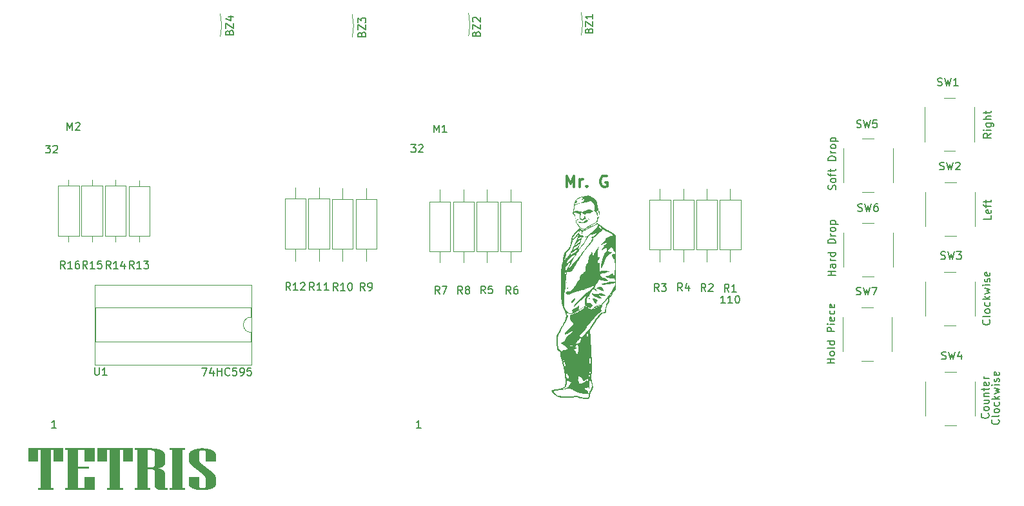
<source format=gbr>
G04 #@! TF.GenerationSoftware,KiCad,Pcbnew,7.0.2*
G04 #@! TF.CreationDate,2023-05-10T23:29:11-04:00*
G04 #@! TF.ProjectId,Tetris,54657472-6973-42e6-9b69-6361645f7063,rev?*
G04 #@! TF.SameCoordinates,Original*
G04 #@! TF.FileFunction,Legend,Top*
G04 #@! TF.FilePolarity,Positive*
%FSLAX46Y46*%
G04 Gerber Fmt 4.6, Leading zero omitted, Abs format (unit mm)*
G04 Created by KiCad (PCBNEW 7.0.2) date 2023-05-10 23:29:11*
%MOMM*%
%LPD*%
G01*
G04 APERTURE LIST*
%ADD10C,1.000000*%
%ADD11C,0.300000*%
%ADD12C,0.150000*%
%ADD13C,0.120000*%
G04 APERTURE END LIST*
D10*
G36*
X95016224Y-129907166D02*
G01*
X93762159Y-129907166D01*
X93762159Y-128445617D01*
X93392864Y-128445617D01*
X93392864Y-133432079D01*
X93762159Y-133432079D01*
X93762159Y-133690000D01*
X91679745Y-133690000D01*
X91679745Y-133432079D01*
X92046475Y-133432079D01*
X92046475Y-128445617D01*
X91677180Y-128445617D01*
X91677180Y-129907166D01*
X90423115Y-129907166D01*
X90423115Y-128187697D01*
X95016224Y-128187697D01*
X95016224Y-129907166D01*
G37*
G36*
X99132327Y-133690000D02*
G01*
X95275244Y-133690000D01*
X95275244Y-133432079D01*
X95644539Y-133432079D01*
X95644539Y-128445617D01*
X95275244Y-128445617D01*
X95275244Y-128187697D01*
X99132327Y-128187697D01*
X99132327Y-129907166D01*
X97785938Y-129907166D01*
X97785938Y-128445617D01*
X96990928Y-128445617D01*
X96990928Y-130594954D01*
X98391172Y-130594954D01*
X98391172Y-130852875D01*
X96990928Y-130852875D01*
X96990928Y-133432079D01*
X97785938Y-133432079D01*
X97785938Y-131970530D01*
X99132327Y-131970530D01*
X99132327Y-133690000D01*
G37*
G36*
X104125505Y-129907166D02*
G01*
X102871441Y-129907166D01*
X102871441Y-128445617D01*
X102502145Y-128445617D01*
X102502145Y-133432079D01*
X102871441Y-133432079D01*
X102871441Y-133690000D01*
X100789026Y-133690000D01*
X100789026Y-133432079D01*
X101155757Y-133432079D01*
X101155757Y-128445617D01*
X100786461Y-128445617D01*
X100786461Y-129907166D01*
X99532397Y-129907166D01*
X99532397Y-128187697D01*
X104125505Y-128187697D01*
X104125505Y-129907166D01*
G37*
G36*
X106670303Y-128189857D02*
G01*
X106808195Y-128196339D01*
X106942165Y-128207142D01*
X107072213Y-128222267D01*
X107198340Y-128241712D01*
X107320544Y-128265479D01*
X107438826Y-128293567D01*
X107553187Y-128325976D01*
X107663625Y-128362707D01*
X107770142Y-128403759D01*
X107838974Y-128433527D01*
X107936594Y-128480518D01*
X108024613Y-128529303D01*
X108103030Y-128579882D01*
X108171844Y-128632257D01*
X108231057Y-128686426D01*
X108280667Y-128742389D01*
X108320676Y-128800148D01*
X108351082Y-128859700D01*
X108371887Y-128921048D01*
X108383089Y-128984190D01*
X108385223Y-129027281D01*
X108385223Y-130083143D01*
X108381737Y-130149261D01*
X108371278Y-130212607D01*
X108353847Y-130273183D01*
X108329444Y-130330989D01*
X108298068Y-130386023D01*
X108259720Y-130438288D01*
X108214400Y-130487781D01*
X108162107Y-130534504D01*
X108102842Y-130578456D01*
X108036604Y-130619638D01*
X107963394Y-130658049D01*
X107883212Y-130693689D01*
X107796058Y-130726559D01*
X107701931Y-130756658D01*
X107600831Y-130783987D01*
X107492759Y-130808545D01*
X107600831Y-130833811D01*
X107701931Y-130861585D01*
X107796058Y-130891868D01*
X107883212Y-130924659D01*
X107963394Y-130959958D01*
X108036604Y-130997766D01*
X108133346Y-131059180D01*
X108214400Y-131126238D01*
X108279766Y-131198940D01*
X108314628Y-131250543D01*
X108342517Y-131304654D01*
X108363434Y-131361273D01*
X108377379Y-131420401D01*
X108384351Y-131482037D01*
X108385223Y-131513796D01*
X108385223Y-133272222D01*
X108394329Y-133326548D01*
X108434801Y-133381499D01*
X108519033Y-133419434D01*
X108628307Y-133431923D01*
X108644242Y-133432079D01*
X108754518Y-133432079D01*
X108754518Y-133690000D01*
X108159542Y-133690000D01*
X108023832Y-133687649D01*
X107896876Y-133680596D01*
X107778677Y-133668842D01*
X107669233Y-133652386D01*
X107568544Y-133631229D01*
X107476611Y-133605369D01*
X107355128Y-133557765D01*
X107253345Y-133499582D01*
X107171262Y-133430820D01*
X107127484Y-133379101D01*
X107092462Y-133322681D01*
X107066195Y-133261559D01*
X107048684Y-133195736D01*
X107039929Y-133125211D01*
X107038834Y-133088185D01*
X107038834Y-131200799D01*
X107027068Y-131142143D01*
X106991771Y-131088588D01*
X106932941Y-131040133D01*
X106890090Y-131015418D01*
X106801553Y-130978404D01*
X106703279Y-130953504D01*
X106595267Y-130940717D01*
X106531053Y-130938848D01*
X106100209Y-130938848D01*
X106100209Y-133432079D01*
X106466939Y-133432079D01*
X106466939Y-133690000D01*
X104384525Y-133690000D01*
X104384525Y-133432079D01*
X104753820Y-133432079D01*
X104753820Y-128445617D01*
X106100209Y-128445617D01*
X106100209Y-130680928D01*
X106531053Y-130680928D01*
X106644474Y-130674871D01*
X106748158Y-130656700D01*
X106842105Y-130626416D01*
X106890090Y-130604357D01*
X106961993Y-130558087D01*
X107010364Y-130506929D01*
X107035203Y-130450883D01*
X107038834Y-130417634D01*
X107038834Y-128708911D01*
X107027068Y-128650255D01*
X106991771Y-128596700D01*
X106932941Y-128548246D01*
X106890090Y-128523531D01*
X106801553Y-128485867D01*
X106703279Y-128460530D01*
X106595267Y-128447519D01*
X106531053Y-128445617D01*
X106100209Y-128445617D01*
X104753820Y-128445617D01*
X104384525Y-128445617D01*
X104384525Y-128187697D01*
X106528489Y-128187697D01*
X106670303Y-128189857D01*
G37*
G36*
X111052355Y-133690000D02*
G01*
X108967376Y-133690000D01*
X108967376Y-133432079D01*
X109336671Y-133432079D01*
X109336671Y-128445617D01*
X108967376Y-128445617D01*
X108967376Y-128187697D01*
X111052355Y-128187697D01*
X111052355Y-128445617D01*
X110683060Y-128445617D01*
X110683060Y-133432079D01*
X111052355Y-133432079D01*
X111052355Y-133690000D01*
G37*
G36*
X115071004Y-132873251D02*
G01*
X115066496Y-132936319D01*
X115052972Y-132997568D01*
X115030432Y-133056998D01*
X114998876Y-133114611D01*
X114958304Y-133170405D01*
X114908716Y-133224382D01*
X114850112Y-133276539D01*
X114782493Y-133326879D01*
X114705857Y-133375401D01*
X114620205Y-133422104D01*
X114558094Y-133452229D01*
X114459828Y-133494721D01*
X114357368Y-133533034D01*
X114250717Y-133567167D01*
X114139872Y-133597120D01*
X114024836Y-133622894D01*
X113905607Y-133644489D01*
X113782185Y-133661904D01*
X113654571Y-133675139D01*
X113522765Y-133684195D01*
X113386766Y-133689071D01*
X113293771Y-133690000D01*
X113153603Y-133687910D01*
X113017762Y-133681640D01*
X112886248Y-133671191D01*
X112759063Y-133656563D01*
X112636205Y-133637755D01*
X112517674Y-133614767D01*
X112403472Y-133587600D01*
X112293597Y-133556254D01*
X112188050Y-133520727D01*
X112086830Y-133481022D01*
X112021755Y-133452229D01*
X111930092Y-133406486D01*
X111847445Y-133358925D01*
X111773815Y-133309546D01*
X111709200Y-133258348D01*
X111653601Y-133205332D01*
X111607019Y-133150498D01*
X111569452Y-133093846D01*
X111540901Y-133035375D01*
X111521367Y-132975086D01*
X111510848Y-132912980D01*
X111508845Y-132870565D01*
X111508845Y-131970530D01*
X112855233Y-131970530D01*
X112855233Y-133178189D01*
X112862085Y-133237694D01*
X112889922Y-133300919D01*
X112939172Y-133351747D01*
X113026537Y-133396376D01*
X113122896Y-133419930D01*
X113240667Y-133431087D01*
X113293771Y-133432079D01*
X113417892Y-133425717D01*
X113520974Y-133406629D01*
X113616905Y-133366927D01*
X113673705Y-133319845D01*
X113709469Y-133260038D01*
X113722933Y-133203030D01*
X113724616Y-133171472D01*
X113724616Y-132249944D01*
X113721618Y-132182248D01*
X113712624Y-132116182D01*
X113697635Y-132051745D01*
X113676651Y-131988938D01*
X113649670Y-131927760D01*
X113616694Y-131868211D01*
X113577723Y-131810291D01*
X113532755Y-131754001D01*
X113481792Y-131699340D01*
X113424834Y-131646308D01*
X113383531Y-131611859D01*
X111903785Y-130431067D01*
X111833205Y-130370542D01*
X111769567Y-130308860D01*
X111712872Y-130246021D01*
X111663118Y-130182025D01*
X111620307Y-130116872D01*
X111584439Y-130050562D01*
X111555512Y-129983095D01*
X111533528Y-129914471D01*
X111518487Y-129844689D01*
X111510387Y-129773751D01*
X111508845Y-129725816D01*
X111508845Y-129004445D01*
X111513353Y-128941377D01*
X111526877Y-128880128D01*
X111549417Y-128820698D01*
X111580973Y-128763085D01*
X111621545Y-128707291D01*
X111671133Y-128653315D01*
X111729736Y-128601157D01*
X111797356Y-128550817D01*
X111873992Y-128502296D01*
X111959644Y-128455592D01*
X112021755Y-128425467D01*
X112120089Y-128382975D01*
X112222751Y-128344662D01*
X112329741Y-128310529D01*
X112441058Y-128280576D01*
X112556704Y-128254802D01*
X112676676Y-128233207D01*
X112800977Y-128215793D01*
X112929605Y-128202557D01*
X113062561Y-128193502D01*
X113199845Y-128188625D01*
X113293771Y-128187697D01*
X113432565Y-128189798D01*
X113567166Y-128196103D01*
X113697575Y-128206611D01*
X113823792Y-128221322D01*
X113945816Y-128240236D01*
X114063647Y-128263354D01*
X114177286Y-128290674D01*
X114286733Y-128322198D01*
X114391987Y-128357925D01*
X114493049Y-128397855D01*
X114558094Y-128426810D01*
X114649757Y-128472313D01*
X114732404Y-128519658D01*
X114806034Y-128568845D01*
X114870649Y-128619873D01*
X114926248Y-128672743D01*
X114972830Y-128727455D01*
X115010397Y-128784009D01*
X115038948Y-128842405D01*
X115058482Y-128902642D01*
X115069001Y-128964722D01*
X115071004Y-129007131D01*
X115071004Y-129907166D01*
X113724616Y-129907166D01*
X113724616Y-128699508D01*
X113717884Y-128640002D01*
X113690535Y-128576777D01*
X113642149Y-128525950D01*
X113556317Y-128481320D01*
X113461649Y-128457766D01*
X113345944Y-128446609D01*
X113293771Y-128445617D01*
X113190989Y-128449689D01*
X113081783Y-128466232D01*
X112993989Y-128495499D01*
X112927609Y-128537491D01*
X112882642Y-128592209D01*
X112862085Y-128645144D01*
X112855233Y-128706224D01*
X112855233Y-129594169D01*
X112858231Y-129661144D01*
X112867225Y-129726561D01*
X112882214Y-129790419D01*
X112903198Y-129852719D01*
X112930179Y-129913461D01*
X112963155Y-129972643D01*
X113002126Y-130030268D01*
X113047094Y-130086334D01*
X113098057Y-130140841D01*
X113155015Y-130193790D01*
X113196318Y-130228224D01*
X114676064Y-131409016D01*
X114746644Y-131469576D01*
X114810282Y-131531364D01*
X114866977Y-131594380D01*
X114916731Y-131658624D01*
X114959542Y-131724096D01*
X114995410Y-131790796D01*
X115024337Y-131858723D01*
X115046321Y-131927879D01*
X115061362Y-131998262D01*
X115069462Y-132069874D01*
X115071004Y-132118297D01*
X115071004Y-132873251D01*
G37*
D11*
X161115962Y-93885730D02*
X161115962Y-92385730D01*
X161115962Y-92385730D02*
X161615962Y-93457159D01*
X161615962Y-93457159D02*
X162115962Y-92385730D01*
X162115962Y-92385730D02*
X162115962Y-93885730D01*
X162830248Y-93885730D02*
X162830248Y-92885730D01*
X162830248Y-93171444D02*
X162901677Y-93028587D01*
X162901677Y-93028587D02*
X162973106Y-92957159D01*
X162973106Y-92957159D02*
X163115963Y-92885730D01*
X163115963Y-92885730D02*
X163258820Y-92885730D01*
X163758819Y-93742873D02*
X163830248Y-93814302D01*
X163830248Y-93814302D02*
X163758819Y-93885730D01*
X163758819Y-93885730D02*
X163687391Y-93814302D01*
X163687391Y-93814302D02*
X163758819Y-93742873D01*
X163758819Y-93742873D02*
X163758819Y-93885730D01*
X166401677Y-92457159D02*
X166258820Y-92385730D01*
X166258820Y-92385730D02*
X166044534Y-92385730D01*
X166044534Y-92385730D02*
X165830248Y-92457159D01*
X165830248Y-92457159D02*
X165687391Y-92600016D01*
X165687391Y-92600016D02*
X165615962Y-92742873D01*
X165615962Y-92742873D02*
X165544534Y-93028587D01*
X165544534Y-93028587D02*
X165544534Y-93242873D01*
X165544534Y-93242873D02*
X165615962Y-93528587D01*
X165615962Y-93528587D02*
X165687391Y-93671444D01*
X165687391Y-93671444D02*
X165830248Y-93814302D01*
X165830248Y-93814302D02*
X166044534Y-93885730D01*
X166044534Y-93885730D02*
X166187391Y-93885730D01*
X166187391Y-93885730D02*
X166401677Y-93814302D01*
X166401677Y-93814302D02*
X166473105Y-93742873D01*
X166473105Y-93742873D02*
X166473105Y-93242873D01*
X166473105Y-93242873D02*
X166187391Y-93242873D01*
D12*
G04 #@! TO.C,R13*
X104307142Y-104587619D02*
X103973809Y-104111428D01*
X103735714Y-104587619D02*
X103735714Y-103587619D01*
X103735714Y-103587619D02*
X104116666Y-103587619D01*
X104116666Y-103587619D02*
X104211904Y-103635238D01*
X104211904Y-103635238D02*
X104259523Y-103682857D01*
X104259523Y-103682857D02*
X104307142Y-103778095D01*
X104307142Y-103778095D02*
X104307142Y-103920952D01*
X104307142Y-103920952D02*
X104259523Y-104016190D01*
X104259523Y-104016190D02*
X104211904Y-104063809D01*
X104211904Y-104063809D02*
X104116666Y-104111428D01*
X104116666Y-104111428D02*
X103735714Y-104111428D01*
X105259523Y-104587619D02*
X104688095Y-104587619D01*
X104973809Y-104587619D02*
X104973809Y-103587619D01*
X104973809Y-103587619D02*
X104878571Y-103730476D01*
X104878571Y-103730476D02*
X104783333Y-103825714D01*
X104783333Y-103825714D02*
X104688095Y-103873333D01*
X105592857Y-103587619D02*
X106211904Y-103587619D01*
X106211904Y-103587619D02*
X105878571Y-103968571D01*
X105878571Y-103968571D02*
X106021428Y-103968571D01*
X106021428Y-103968571D02*
X106116666Y-104016190D01*
X106116666Y-104016190D02*
X106164285Y-104063809D01*
X106164285Y-104063809D02*
X106211904Y-104159047D01*
X106211904Y-104159047D02*
X106211904Y-104397142D01*
X106211904Y-104397142D02*
X106164285Y-104492380D01*
X106164285Y-104492380D02*
X106116666Y-104540000D01*
X106116666Y-104540000D02*
X106021428Y-104587619D01*
X106021428Y-104587619D02*
X105735714Y-104587619D01*
X105735714Y-104587619D02*
X105640476Y-104540000D01*
X105640476Y-104540000D02*
X105592857Y-104492380D01*
G04 #@! TO.C,R14*
X101257142Y-104612619D02*
X100923809Y-104136428D01*
X100685714Y-104612619D02*
X100685714Y-103612619D01*
X100685714Y-103612619D02*
X101066666Y-103612619D01*
X101066666Y-103612619D02*
X101161904Y-103660238D01*
X101161904Y-103660238D02*
X101209523Y-103707857D01*
X101209523Y-103707857D02*
X101257142Y-103803095D01*
X101257142Y-103803095D02*
X101257142Y-103945952D01*
X101257142Y-103945952D02*
X101209523Y-104041190D01*
X101209523Y-104041190D02*
X101161904Y-104088809D01*
X101161904Y-104088809D02*
X101066666Y-104136428D01*
X101066666Y-104136428D02*
X100685714Y-104136428D01*
X102209523Y-104612619D02*
X101638095Y-104612619D01*
X101923809Y-104612619D02*
X101923809Y-103612619D01*
X101923809Y-103612619D02*
X101828571Y-103755476D01*
X101828571Y-103755476D02*
X101733333Y-103850714D01*
X101733333Y-103850714D02*
X101638095Y-103898333D01*
X103066666Y-103945952D02*
X103066666Y-104612619D01*
X102828571Y-103565000D02*
X102590476Y-104279285D01*
X102590476Y-104279285D02*
X103209523Y-104279285D01*
G04 #@! TO.C,SW3*
X210266667Y-103305000D02*
X210409524Y-103352619D01*
X210409524Y-103352619D02*
X210647619Y-103352619D01*
X210647619Y-103352619D02*
X210742857Y-103305000D01*
X210742857Y-103305000D02*
X210790476Y-103257380D01*
X210790476Y-103257380D02*
X210838095Y-103162142D01*
X210838095Y-103162142D02*
X210838095Y-103066904D01*
X210838095Y-103066904D02*
X210790476Y-102971666D01*
X210790476Y-102971666D02*
X210742857Y-102924047D01*
X210742857Y-102924047D02*
X210647619Y-102876428D01*
X210647619Y-102876428D02*
X210457143Y-102828809D01*
X210457143Y-102828809D02*
X210361905Y-102781190D01*
X210361905Y-102781190D02*
X210314286Y-102733571D01*
X210314286Y-102733571D02*
X210266667Y-102638333D01*
X210266667Y-102638333D02*
X210266667Y-102543095D01*
X210266667Y-102543095D02*
X210314286Y-102447857D01*
X210314286Y-102447857D02*
X210361905Y-102400238D01*
X210361905Y-102400238D02*
X210457143Y-102352619D01*
X210457143Y-102352619D02*
X210695238Y-102352619D01*
X210695238Y-102352619D02*
X210838095Y-102400238D01*
X211171429Y-102352619D02*
X211409524Y-103352619D01*
X211409524Y-103352619D02*
X211600000Y-102638333D01*
X211600000Y-102638333D02*
X211790476Y-103352619D01*
X211790476Y-103352619D02*
X212028572Y-102352619D01*
X212314286Y-102352619D02*
X212933333Y-102352619D01*
X212933333Y-102352619D02*
X212600000Y-102733571D01*
X212600000Y-102733571D02*
X212742857Y-102733571D01*
X212742857Y-102733571D02*
X212838095Y-102781190D01*
X212838095Y-102781190D02*
X212885714Y-102828809D01*
X212885714Y-102828809D02*
X212933333Y-102924047D01*
X212933333Y-102924047D02*
X212933333Y-103162142D01*
X212933333Y-103162142D02*
X212885714Y-103257380D01*
X212885714Y-103257380D02*
X212838095Y-103305000D01*
X212838095Y-103305000D02*
X212742857Y-103352619D01*
X212742857Y-103352619D02*
X212457143Y-103352619D01*
X212457143Y-103352619D02*
X212361905Y-103305000D01*
X212361905Y-103305000D02*
X212314286Y-103257380D01*
X216617380Y-111333333D02*
X216665000Y-111380952D01*
X216665000Y-111380952D02*
X216712619Y-111523809D01*
X216712619Y-111523809D02*
X216712619Y-111619047D01*
X216712619Y-111619047D02*
X216665000Y-111761904D01*
X216665000Y-111761904D02*
X216569761Y-111857142D01*
X216569761Y-111857142D02*
X216474523Y-111904761D01*
X216474523Y-111904761D02*
X216284047Y-111952380D01*
X216284047Y-111952380D02*
X216141190Y-111952380D01*
X216141190Y-111952380D02*
X215950714Y-111904761D01*
X215950714Y-111904761D02*
X215855476Y-111857142D01*
X215855476Y-111857142D02*
X215760238Y-111761904D01*
X215760238Y-111761904D02*
X215712619Y-111619047D01*
X215712619Y-111619047D02*
X215712619Y-111523809D01*
X215712619Y-111523809D02*
X215760238Y-111380952D01*
X215760238Y-111380952D02*
X215807857Y-111333333D01*
X216712619Y-110761904D02*
X216665000Y-110857142D01*
X216665000Y-110857142D02*
X216569761Y-110904761D01*
X216569761Y-110904761D02*
X215712619Y-110904761D01*
X216712619Y-110238094D02*
X216665000Y-110333332D01*
X216665000Y-110333332D02*
X216617380Y-110380951D01*
X216617380Y-110380951D02*
X216522142Y-110428570D01*
X216522142Y-110428570D02*
X216236428Y-110428570D01*
X216236428Y-110428570D02*
X216141190Y-110380951D01*
X216141190Y-110380951D02*
X216093571Y-110333332D01*
X216093571Y-110333332D02*
X216045952Y-110238094D01*
X216045952Y-110238094D02*
X216045952Y-110095237D01*
X216045952Y-110095237D02*
X216093571Y-109999999D01*
X216093571Y-109999999D02*
X216141190Y-109952380D01*
X216141190Y-109952380D02*
X216236428Y-109904761D01*
X216236428Y-109904761D02*
X216522142Y-109904761D01*
X216522142Y-109904761D02*
X216617380Y-109952380D01*
X216617380Y-109952380D02*
X216665000Y-109999999D01*
X216665000Y-109999999D02*
X216712619Y-110095237D01*
X216712619Y-110095237D02*
X216712619Y-110238094D01*
X216665000Y-109047618D02*
X216712619Y-109142856D01*
X216712619Y-109142856D02*
X216712619Y-109333332D01*
X216712619Y-109333332D02*
X216665000Y-109428570D01*
X216665000Y-109428570D02*
X216617380Y-109476189D01*
X216617380Y-109476189D02*
X216522142Y-109523808D01*
X216522142Y-109523808D02*
X216236428Y-109523808D01*
X216236428Y-109523808D02*
X216141190Y-109476189D01*
X216141190Y-109476189D02*
X216093571Y-109428570D01*
X216093571Y-109428570D02*
X216045952Y-109333332D01*
X216045952Y-109333332D02*
X216045952Y-109142856D01*
X216045952Y-109142856D02*
X216093571Y-109047618D01*
X216712619Y-108619046D02*
X215712619Y-108619046D01*
X216331666Y-108523808D02*
X216712619Y-108238094D01*
X216045952Y-108238094D02*
X216426904Y-108619046D01*
X216045952Y-107904760D02*
X216712619Y-107714284D01*
X216712619Y-107714284D02*
X216236428Y-107523808D01*
X216236428Y-107523808D02*
X216712619Y-107333332D01*
X216712619Y-107333332D02*
X216045952Y-107142856D01*
X216712619Y-106761903D02*
X216045952Y-106761903D01*
X215712619Y-106761903D02*
X215760238Y-106809522D01*
X215760238Y-106809522D02*
X215807857Y-106761903D01*
X215807857Y-106761903D02*
X215760238Y-106714284D01*
X215760238Y-106714284D02*
X215712619Y-106761903D01*
X215712619Y-106761903D02*
X215807857Y-106761903D01*
X216665000Y-106333332D02*
X216712619Y-106238094D01*
X216712619Y-106238094D02*
X216712619Y-106047618D01*
X216712619Y-106047618D02*
X216665000Y-105952380D01*
X216665000Y-105952380D02*
X216569761Y-105904761D01*
X216569761Y-105904761D02*
X216522142Y-105904761D01*
X216522142Y-105904761D02*
X216426904Y-105952380D01*
X216426904Y-105952380D02*
X216379285Y-106047618D01*
X216379285Y-106047618D02*
X216379285Y-106190475D01*
X216379285Y-106190475D02*
X216331666Y-106285713D01*
X216331666Y-106285713D02*
X216236428Y-106333332D01*
X216236428Y-106333332D02*
X216188809Y-106333332D01*
X216188809Y-106333332D02*
X216093571Y-106285713D01*
X216093571Y-106285713D02*
X216045952Y-106190475D01*
X216045952Y-106190475D02*
X216045952Y-106047618D01*
X216045952Y-106047618D02*
X216093571Y-105952380D01*
X216665000Y-105095237D02*
X216712619Y-105190475D01*
X216712619Y-105190475D02*
X216712619Y-105380951D01*
X216712619Y-105380951D02*
X216665000Y-105476189D01*
X216665000Y-105476189D02*
X216569761Y-105523808D01*
X216569761Y-105523808D02*
X216188809Y-105523808D01*
X216188809Y-105523808D02*
X216093571Y-105476189D01*
X216093571Y-105476189D02*
X216045952Y-105380951D01*
X216045952Y-105380951D02*
X216045952Y-105190475D01*
X216045952Y-105190475D02*
X216093571Y-105095237D01*
X216093571Y-105095237D02*
X216188809Y-105047618D01*
X216188809Y-105047618D02*
X216284047Y-105047618D01*
X216284047Y-105047618D02*
X216379285Y-105523808D01*
G04 #@! TO.C,SW6*
X199366667Y-97015000D02*
X199509524Y-97062619D01*
X199509524Y-97062619D02*
X199747619Y-97062619D01*
X199747619Y-97062619D02*
X199842857Y-97015000D01*
X199842857Y-97015000D02*
X199890476Y-96967380D01*
X199890476Y-96967380D02*
X199938095Y-96872142D01*
X199938095Y-96872142D02*
X199938095Y-96776904D01*
X199938095Y-96776904D02*
X199890476Y-96681666D01*
X199890476Y-96681666D02*
X199842857Y-96634047D01*
X199842857Y-96634047D02*
X199747619Y-96586428D01*
X199747619Y-96586428D02*
X199557143Y-96538809D01*
X199557143Y-96538809D02*
X199461905Y-96491190D01*
X199461905Y-96491190D02*
X199414286Y-96443571D01*
X199414286Y-96443571D02*
X199366667Y-96348333D01*
X199366667Y-96348333D02*
X199366667Y-96253095D01*
X199366667Y-96253095D02*
X199414286Y-96157857D01*
X199414286Y-96157857D02*
X199461905Y-96110238D01*
X199461905Y-96110238D02*
X199557143Y-96062619D01*
X199557143Y-96062619D02*
X199795238Y-96062619D01*
X199795238Y-96062619D02*
X199938095Y-96110238D01*
X200271429Y-96062619D02*
X200509524Y-97062619D01*
X200509524Y-97062619D02*
X200700000Y-96348333D01*
X200700000Y-96348333D02*
X200890476Y-97062619D01*
X200890476Y-97062619D02*
X201128572Y-96062619D01*
X201938095Y-96062619D02*
X201747619Y-96062619D01*
X201747619Y-96062619D02*
X201652381Y-96110238D01*
X201652381Y-96110238D02*
X201604762Y-96157857D01*
X201604762Y-96157857D02*
X201509524Y-96300714D01*
X201509524Y-96300714D02*
X201461905Y-96491190D01*
X201461905Y-96491190D02*
X201461905Y-96872142D01*
X201461905Y-96872142D02*
X201509524Y-96967380D01*
X201509524Y-96967380D02*
X201557143Y-97015000D01*
X201557143Y-97015000D02*
X201652381Y-97062619D01*
X201652381Y-97062619D02*
X201842857Y-97062619D01*
X201842857Y-97062619D02*
X201938095Y-97015000D01*
X201938095Y-97015000D02*
X201985714Y-96967380D01*
X201985714Y-96967380D02*
X202033333Y-96872142D01*
X202033333Y-96872142D02*
X202033333Y-96634047D01*
X202033333Y-96634047D02*
X201985714Y-96538809D01*
X201985714Y-96538809D02*
X201938095Y-96491190D01*
X201938095Y-96491190D02*
X201842857Y-96443571D01*
X201842857Y-96443571D02*
X201652381Y-96443571D01*
X201652381Y-96443571D02*
X201557143Y-96491190D01*
X201557143Y-96491190D02*
X201509524Y-96538809D01*
X201509524Y-96538809D02*
X201461905Y-96634047D01*
X196412619Y-105495238D02*
X195412619Y-105495238D01*
X195888809Y-105495238D02*
X195888809Y-104923810D01*
X196412619Y-104923810D02*
X195412619Y-104923810D01*
X196412619Y-104019048D02*
X195888809Y-104019048D01*
X195888809Y-104019048D02*
X195793571Y-104066667D01*
X195793571Y-104066667D02*
X195745952Y-104161905D01*
X195745952Y-104161905D02*
X195745952Y-104352381D01*
X195745952Y-104352381D02*
X195793571Y-104447619D01*
X196365000Y-104019048D02*
X196412619Y-104114286D01*
X196412619Y-104114286D02*
X196412619Y-104352381D01*
X196412619Y-104352381D02*
X196365000Y-104447619D01*
X196365000Y-104447619D02*
X196269761Y-104495238D01*
X196269761Y-104495238D02*
X196174523Y-104495238D01*
X196174523Y-104495238D02*
X196079285Y-104447619D01*
X196079285Y-104447619D02*
X196031666Y-104352381D01*
X196031666Y-104352381D02*
X196031666Y-104114286D01*
X196031666Y-104114286D02*
X195984047Y-104019048D01*
X196412619Y-103542857D02*
X195745952Y-103542857D01*
X195936428Y-103542857D02*
X195841190Y-103495238D01*
X195841190Y-103495238D02*
X195793571Y-103447619D01*
X195793571Y-103447619D02*
X195745952Y-103352381D01*
X195745952Y-103352381D02*
X195745952Y-103257143D01*
X196412619Y-102495238D02*
X195412619Y-102495238D01*
X196365000Y-102495238D02*
X196412619Y-102590476D01*
X196412619Y-102590476D02*
X196412619Y-102780952D01*
X196412619Y-102780952D02*
X196365000Y-102876190D01*
X196365000Y-102876190D02*
X196317380Y-102923809D01*
X196317380Y-102923809D02*
X196222142Y-102971428D01*
X196222142Y-102971428D02*
X195936428Y-102971428D01*
X195936428Y-102971428D02*
X195841190Y-102923809D01*
X195841190Y-102923809D02*
X195793571Y-102876190D01*
X195793571Y-102876190D02*
X195745952Y-102780952D01*
X195745952Y-102780952D02*
X195745952Y-102590476D01*
X195745952Y-102590476D02*
X195793571Y-102495238D01*
X196412619Y-101257142D02*
X195412619Y-101257142D01*
X195412619Y-101257142D02*
X195412619Y-101019047D01*
X195412619Y-101019047D02*
X195460238Y-100876190D01*
X195460238Y-100876190D02*
X195555476Y-100780952D01*
X195555476Y-100780952D02*
X195650714Y-100733333D01*
X195650714Y-100733333D02*
X195841190Y-100685714D01*
X195841190Y-100685714D02*
X195984047Y-100685714D01*
X195984047Y-100685714D02*
X196174523Y-100733333D01*
X196174523Y-100733333D02*
X196269761Y-100780952D01*
X196269761Y-100780952D02*
X196365000Y-100876190D01*
X196365000Y-100876190D02*
X196412619Y-101019047D01*
X196412619Y-101019047D02*
X196412619Y-101257142D01*
X196412619Y-100257142D02*
X195745952Y-100257142D01*
X195936428Y-100257142D02*
X195841190Y-100209523D01*
X195841190Y-100209523D02*
X195793571Y-100161904D01*
X195793571Y-100161904D02*
X195745952Y-100066666D01*
X195745952Y-100066666D02*
X195745952Y-99971428D01*
X196412619Y-99495237D02*
X196365000Y-99590475D01*
X196365000Y-99590475D02*
X196317380Y-99638094D01*
X196317380Y-99638094D02*
X196222142Y-99685713D01*
X196222142Y-99685713D02*
X195936428Y-99685713D01*
X195936428Y-99685713D02*
X195841190Y-99638094D01*
X195841190Y-99638094D02*
X195793571Y-99590475D01*
X195793571Y-99590475D02*
X195745952Y-99495237D01*
X195745952Y-99495237D02*
X195745952Y-99352380D01*
X195745952Y-99352380D02*
X195793571Y-99257142D01*
X195793571Y-99257142D02*
X195841190Y-99209523D01*
X195841190Y-99209523D02*
X195936428Y-99161904D01*
X195936428Y-99161904D02*
X196222142Y-99161904D01*
X196222142Y-99161904D02*
X196317380Y-99209523D01*
X196317380Y-99209523D02*
X196365000Y-99257142D01*
X196365000Y-99257142D02*
X196412619Y-99352380D01*
X196412619Y-99352380D02*
X196412619Y-99495237D01*
X195745952Y-98733332D02*
X196745952Y-98733332D01*
X195793571Y-98733332D02*
X195745952Y-98638094D01*
X195745952Y-98638094D02*
X195745952Y-98447618D01*
X195745952Y-98447618D02*
X195793571Y-98352380D01*
X195793571Y-98352380D02*
X195841190Y-98304761D01*
X195841190Y-98304761D02*
X195936428Y-98257142D01*
X195936428Y-98257142D02*
X196222142Y-98257142D01*
X196222142Y-98257142D02*
X196317380Y-98304761D01*
X196317380Y-98304761D02*
X196365000Y-98352380D01*
X196365000Y-98352380D02*
X196412619Y-98447618D01*
X196412619Y-98447618D02*
X196412619Y-98638094D01*
X196412619Y-98638094D02*
X196365000Y-98733332D01*
G04 #@! TO.C,R2*
X179383333Y-107582619D02*
X179050000Y-107106428D01*
X178811905Y-107582619D02*
X178811905Y-106582619D01*
X178811905Y-106582619D02*
X179192857Y-106582619D01*
X179192857Y-106582619D02*
X179288095Y-106630238D01*
X179288095Y-106630238D02*
X179335714Y-106677857D01*
X179335714Y-106677857D02*
X179383333Y-106773095D01*
X179383333Y-106773095D02*
X179383333Y-106915952D01*
X179383333Y-106915952D02*
X179335714Y-107011190D01*
X179335714Y-107011190D02*
X179288095Y-107058809D01*
X179288095Y-107058809D02*
X179192857Y-107106428D01*
X179192857Y-107106428D02*
X178811905Y-107106428D01*
X179764286Y-106677857D02*
X179811905Y-106630238D01*
X179811905Y-106630238D02*
X179907143Y-106582619D01*
X179907143Y-106582619D02*
X180145238Y-106582619D01*
X180145238Y-106582619D02*
X180240476Y-106630238D01*
X180240476Y-106630238D02*
X180288095Y-106677857D01*
X180288095Y-106677857D02*
X180335714Y-106773095D01*
X180335714Y-106773095D02*
X180335714Y-106868333D01*
X180335714Y-106868333D02*
X180288095Y-107011190D01*
X180288095Y-107011190D02*
X179716667Y-107582619D01*
X179716667Y-107582619D02*
X180335714Y-107582619D01*
G04 #@! TO.C,R3*
X173233333Y-107562619D02*
X172900000Y-107086428D01*
X172661905Y-107562619D02*
X172661905Y-106562619D01*
X172661905Y-106562619D02*
X173042857Y-106562619D01*
X173042857Y-106562619D02*
X173138095Y-106610238D01*
X173138095Y-106610238D02*
X173185714Y-106657857D01*
X173185714Y-106657857D02*
X173233333Y-106753095D01*
X173233333Y-106753095D02*
X173233333Y-106895952D01*
X173233333Y-106895952D02*
X173185714Y-106991190D01*
X173185714Y-106991190D02*
X173138095Y-107038809D01*
X173138095Y-107038809D02*
X173042857Y-107086428D01*
X173042857Y-107086428D02*
X172661905Y-107086428D01*
X173566667Y-106562619D02*
X174185714Y-106562619D01*
X174185714Y-106562619D02*
X173852381Y-106943571D01*
X173852381Y-106943571D02*
X173995238Y-106943571D01*
X173995238Y-106943571D02*
X174090476Y-106991190D01*
X174090476Y-106991190D02*
X174138095Y-107038809D01*
X174138095Y-107038809D02*
X174185714Y-107134047D01*
X174185714Y-107134047D02*
X174185714Y-107372142D01*
X174185714Y-107372142D02*
X174138095Y-107467380D01*
X174138095Y-107467380D02*
X174090476Y-107515000D01*
X174090476Y-107515000D02*
X173995238Y-107562619D01*
X173995238Y-107562619D02*
X173709524Y-107562619D01*
X173709524Y-107562619D02*
X173614286Y-107515000D01*
X173614286Y-107515000D02*
X173566667Y-107467380D01*
G04 #@! TO.C,R15*
X98182142Y-104587619D02*
X97848809Y-104111428D01*
X97610714Y-104587619D02*
X97610714Y-103587619D01*
X97610714Y-103587619D02*
X97991666Y-103587619D01*
X97991666Y-103587619D02*
X98086904Y-103635238D01*
X98086904Y-103635238D02*
X98134523Y-103682857D01*
X98134523Y-103682857D02*
X98182142Y-103778095D01*
X98182142Y-103778095D02*
X98182142Y-103920952D01*
X98182142Y-103920952D02*
X98134523Y-104016190D01*
X98134523Y-104016190D02*
X98086904Y-104063809D01*
X98086904Y-104063809D02*
X97991666Y-104111428D01*
X97991666Y-104111428D02*
X97610714Y-104111428D01*
X99134523Y-104587619D02*
X98563095Y-104587619D01*
X98848809Y-104587619D02*
X98848809Y-103587619D01*
X98848809Y-103587619D02*
X98753571Y-103730476D01*
X98753571Y-103730476D02*
X98658333Y-103825714D01*
X98658333Y-103825714D02*
X98563095Y-103873333D01*
X100039285Y-103587619D02*
X99563095Y-103587619D01*
X99563095Y-103587619D02*
X99515476Y-104063809D01*
X99515476Y-104063809D02*
X99563095Y-104016190D01*
X99563095Y-104016190D02*
X99658333Y-103968571D01*
X99658333Y-103968571D02*
X99896428Y-103968571D01*
X99896428Y-103968571D02*
X99991666Y-104016190D01*
X99991666Y-104016190D02*
X100039285Y-104063809D01*
X100039285Y-104063809D02*
X100086904Y-104159047D01*
X100086904Y-104159047D02*
X100086904Y-104397142D01*
X100086904Y-104397142D02*
X100039285Y-104492380D01*
X100039285Y-104492380D02*
X99991666Y-104540000D01*
X99991666Y-104540000D02*
X99896428Y-104587619D01*
X99896428Y-104587619D02*
X99658333Y-104587619D01*
X99658333Y-104587619D02*
X99563095Y-104540000D01*
X99563095Y-104540000D02*
X99515476Y-104492380D01*
G04 #@! TO.C,SW5*
X199216667Y-86015000D02*
X199359524Y-86062619D01*
X199359524Y-86062619D02*
X199597619Y-86062619D01*
X199597619Y-86062619D02*
X199692857Y-86015000D01*
X199692857Y-86015000D02*
X199740476Y-85967380D01*
X199740476Y-85967380D02*
X199788095Y-85872142D01*
X199788095Y-85872142D02*
X199788095Y-85776904D01*
X199788095Y-85776904D02*
X199740476Y-85681666D01*
X199740476Y-85681666D02*
X199692857Y-85634047D01*
X199692857Y-85634047D02*
X199597619Y-85586428D01*
X199597619Y-85586428D02*
X199407143Y-85538809D01*
X199407143Y-85538809D02*
X199311905Y-85491190D01*
X199311905Y-85491190D02*
X199264286Y-85443571D01*
X199264286Y-85443571D02*
X199216667Y-85348333D01*
X199216667Y-85348333D02*
X199216667Y-85253095D01*
X199216667Y-85253095D02*
X199264286Y-85157857D01*
X199264286Y-85157857D02*
X199311905Y-85110238D01*
X199311905Y-85110238D02*
X199407143Y-85062619D01*
X199407143Y-85062619D02*
X199645238Y-85062619D01*
X199645238Y-85062619D02*
X199788095Y-85110238D01*
X200121429Y-85062619D02*
X200359524Y-86062619D01*
X200359524Y-86062619D02*
X200550000Y-85348333D01*
X200550000Y-85348333D02*
X200740476Y-86062619D01*
X200740476Y-86062619D02*
X200978572Y-85062619D01*
X201835714Y-85062619D02*
X201359524Y-85062619D01*
X201359524Y-85062619D02*
X201311905Y-85538809D01*
X201311905Y-85538809D02*
X201359524Y-85491190D01*
X201359524Y-85491190D02*
X201454762Y-85443571D01*
X201454762Y-85443571D02*
X201692857Y-85443571D01*
X201692857Y-85443571D02*
X201788095Y-85491190D01*
X201788095Y-85491190D02*
X201835714Y-85538809D01*
X201835714Y-85538809D02*
X201883333Y-85634047D01*
X201883333Y-85634047D02*
X201883333Y-85872142D01*
X201883333Y-85872142D02*
X201835714Y-85967380D01*
X201835714Y-85967380D02*
X201788095Y-86015000D01*
X201788095Y-86015000D02*
X201692857Y-86062619D01*
X201692857Y-86062619D02*
X201454762Y-86062619D01*
X201454762Y-86062619D02*
X201359524Y-86015000D01*
X201359524Y-86015000D02*
X201311905Y-85967380D01*
X196415000Y-94204762D02*
X196462619Y-94061905D01*
X196462619Y-94061905D02*
X196462619Y-93823810D01*
X196462619Y-93823810D02*
X196415000Y-93728572D01*
X196415000Y-93728572D02*
X196367380Y-93680953D01*
X196367380Y-93680953D02*
X196272142Y-93633334D01*
X196272142Y-93633334D02*
X196176904Y-93633334D01*
X196176904Y-93633334D02*
X196081666Y-93680953D01*
X196081666Y-93680953D02*
X196034047Y-93728572D01*
X196034047Y-93728572D02*
X195986428Y-93823810D01*
X195986428Y-93823810D02*
X195938809Y-94014286D01*
X195938809Y-94014286D02*
X195891190Y-94109524D01*
X195891190Y-94109524D02*
X195843571Y-94157143D01*
X195843571Y-94157143D02*
X195748333Y-94204762D01*
X195748333Y-94204762D02*
X195653095Y-94204762D01*
X195653095Y-94204762D02*
X195557857Y-94157143D01*
X195557857Y-94157143D02*
X195510238Y-94109524D01*
X195510238Y-94109524D02*
X195462619Y-94014286D01*
X195462619Y-94014286D02*
X195462619Y-93776191D01*
X195462619Y-93776191D02*
X195510238Y-93633334D01*
X196462619Y-93061905D02*
X196415000Y-93157143D01*
X196415000Y-93157143D02*
X196367380Y-93204762D01*
X196367380Y-93204762D02*
X196272142Y-93252381D01*
X196272142Y-93252381D02*
X195986428Y-93252381D01*
X195986428Y-93252381D02*
X195891190Y-93204762D01*
X195891190Y-93204762D02*
X195843571Y-93157143D01*
X195843571Y-93157143D02*
X195795952Y-93061905D01*
X195795952Y-93061905D02*
X195795952Y-92919048D01*
X195795952Y-92919048D02*
X195843571Y-92823810D01*
X195843571Y-92823810D02*
X195891190Y-92776191D01*
X195891190Y-92776191D02*
X195986428Y-92728572D01*
X195986428Y-92728572D02*
X196272142Y-92728572D01*
X196272142Y-92728572D02*
X196367380Y-92776191D01*
X196367380Y-92776191D02*
X196415000Y-92823810D01*
X196415000Y-92823810D02*
X196462619Y-92919048D01*
X196462619Y-92919048D02*
X196462619Y-93061905D01*
X195795952Y-92442857D02*
X195795952Y-92061905D01*
X196462619Y-92300000D02*
X195605476Y-92300000D01*
X195605476Y-92300000D02*
X195510238Y-92252381D01*
X195510238Y-92252381D02*
X195462619Y-92157143D01*
X195462619Y-92157143D02*
X195462619Y-92061905D01*
X195795952Y-91871428D02*
X195795952Y-91490476D01*
X195462619Y-91728571D02*
X196319761Y-91728571D01*
X196319761Y-91728571D02*
X196415000Y-91680952D01*
X196415000Y-91680952D02*
X196462619Y-91585714D01*
X196462619Y-91585714D02*
X196462619Y-91490476D01*
X196462619Y-90395237D02*
X195462619Y-90395237D01*
X195462619Y-90395237D02*
X195462619Y-90157142D01*
X195462619Y-90157142D02*
X195510238Y-90014285D01*
X195510238Y-90014285D02*
X195605476Y-89919047D01*
X195605476Y-89919047D02*
X195700714Y-89871428D01*
X195700714Y-89871428D02*
X195891190Y-89823809D01*
X195891190Y-89823809D02*
X196034047Y-89823809D01*
X196034047Y-89823809D02*
X196224523Y-89871428D01*
X196224523Y-89871428D02*
X196319761Y-89919047D01*
X196319761Y-89919047D02*
X196415000Y-90014285D01*
X196415000Y-90014285D02*
X196462619Y-90157142D01*
X196462619Y-90157142D02*
X196462619Y-90395237D01*
X196462619Y-89395237D02*
X195795952Y-89395237D01*
X195986428Y-89395237D02*
X195891190Y-89347618D01*
X195891190Y-89347618D02*
X195843571Y-89299999D01*
X195843571Y-89299999D02*
X195795952Y-89204761D01*
X195795952Y-89204761D02*
X195795952Y-89109523D01*
X196462619Y-88633332D02*
X196415000Y-88728570D01*
X196415000Y-88728570D02*
X196367380Y-88776189D01*
X196367380Y-88776189D02*
X196272142Y-88823808D01*
X196272142Y-88823808D02*
X195986428Y-88823808D01*
X195986428Y-88823808D02*
X195891190Y-88776189D01*
X195891190Y-88776189D02*
X195843571Y-88728570D01*
X195843571Y-88728570D02*
X195795952Y-88633332D01*
X195795952Y-88633332D02*
X195795952Y-88490475D01*
X195795952Y-88490475D02*
X195843571Y-88395237D01*
X195843571Y-88395237D02*
X195891190Y-88347618D01*
X195891190Y-88347618D02*
X195986428Y-88299999D01*
X195986428Y-88299999D02*
X196272142Y-88299999D01*
X196272142Y-88299999D02*
X196367380Y-88347618D01*
X196367380Y-88347618D02*
X196415000Y-88395237D01*
X196415000Y-88395237D02*
X196462619Y-88490475D01*
X196462619Y-88490475D02*
X196462619Y-88633332D01*
X195795952Y-87871427D02*
X196795952Y-87871427D01*
X195843571Y-87871427D02*
X195795952Y-87776189D01*
X195795952Y-87776189D02*
X195795952Y-87585713D01*
X195795952Y-87585713D02*
X195843571Y-87490475D01*
X195843571Y-87490475D02*
X195891190Y-87442856D01*
X195891190Y-87442856D02*
X195986428Y-87395237D01*
X195986428Y-87395237D02*
X196272142Y-87395237D01*
X196272142Y-87395237D02*
X196367380Y-87442856D01*
X196367380Y-87442856D02*
X196415000Y-87490475D01*
X196415000Y-87490475D02*
X196462619Y-87585713D01*
X196462619Y-87585713D02*
X196462619Y-87776189D01*
X196462619Y-87776189D02*
X196415000Y-87871427D01*
G04 #@! TO.C,M1*
X143693476Y-86702619D02*
X143693476Y-85702619D01*
X143693476Y-85702619D02*
X144026809Y-86416904D01*
X144026809Y-86416904D02*
X144360142Y-85702619D01*
X144360142Y-85702619D02*
X144360142Y-86702619D01*
X145360142Y-86702619D02*
X144788714Y-86702619D01*
X145074428Y-86702619D02*
X145074428Y-85702619D01*
X145074428Y-85702619D02*
X144979190Y-85845476D01*
X144979190Y-85845476D02*
X144883952Y-85940714D01*
X144883952Y-85940714D02*
X144788714Y-85988333D01*
X140690476Y-88302619D02*
X141309523Y-88302619D01*
X141309523Y-88302619D02*
X140976190Y-88683571D01*
X140976190Y-88683571D02*
X141119047Y-88683571D01*
X141119047Y-88683571D02*
X141214285Y-88731190D01*
X141214285Y-88731190D02*
X141261904Y-88778809D01*
X141261904Y-88778809D02*
X141309523Y-88874047D01*
X141309523Y-88874047D02*
X141309523Y-89112142D01*
X141309523Y-89112142D02*
X141261904Y-89207380D01*
X141261904Y-89207380D02*
X141214285Y-89255000D01*
X141214285Y-89255000D02*
X141119047Y-89302619D01*
X141119047Y-89302619D02*
X140833333Y-89302619D01*
X140833333Y-89302619D02*
X140738095Y-89255000D01*
X140738095Y-89255000D02*
X140690476Y-89207380D01*
X141690476Y-88397857D02*
X141738095Y-88350238D01*
X141738095Y-88350238D02*
X141833333Y-88302619D01*
X141833333Y-88302619D02*
X142071428Y-88302619D01*
X142071428Y-88302619D02*
X142166666Y-88350238D01*
X142166666Y-88350238D02*
X142214285Y-88397857D01*
X142214285Y-88397857D02*
X142261904Y-88493095D01*
X142261904Y-88493095D02*
X142261904Y-88588333D01*
X142261904Y-88588333D02*
X142214285Y-88731190D01*
X142214285Y-88731190D02*
X141642857Y-89302619D01*
X141642857Y-89302619D02*
X142261904Y-89302619D01*
X141985714Y-125517619D02*
X141414286Y-125517619D01*
X141700000Y-125517619D02*
X141700000Y-124517619D01*
X141700000Y-124517619D02*
X141604762Y-124660476D01*
X141604762Y-124660476D02*
X141509524Y-124755714D01*
X141509524Y-124755714D02*
X141414286Y-124803333D01*
G04 #@! TO.C,SW4*
X210366667Y-116455000D02*
X210509524Y-116502619D01*
X210509524Y-116502619D02*
X210747619Y-116502619D01*
X210747619Y-116502619D02*
X210842857Y-116455000D01*
X210842857Y-116455000D02*
X210890476Y-116407380D01*
X210890476Y-116407380D02*
X210938095Y-116312142D01*
X210938095Y-116312142D02*
X210938095Y-116216904D01*
X210938095Y-116216904D02*
X210890476Y-116121666D01*
X210890476Y-116121666D02*
X210842857Y-116074047D01*
X210842857Y-116074047D02*
X210747619Y-116026428D01*
X210747619Y-116026428D02*
X210557143Y-115978809D01*
X210557143Y-115978809D02*
X210461905Y-115931190D01*
X210461905Y-115931190D02*
X210414286Y-115883571D01*
X210414286Y-115883571D02*
X210366667Y-115788333D01*
X210366667Y-115788333D02*
X210366667Y-115693095D01*
X210366667Y-115693095D02*
X210414286Y-115597857D01*
X210414286Y-115597857D02*
X210461905Y-115550238D01*
X210461905Y-115550238D02*
X210557143Y-115502619D01*
X210557143Y-115502619D02*
X210795238Y-115502619D01*
X210795238Y-115502619D02*
X210938095Y-115550238D01*
X211271429Y-115502619D02*
X211509524Y-116502619D01*
X211509524Y-116502619D02*
X211700000Y-115788333D01*
X211700000Y-115788333D02*
X211890476Y-116502619D01*
X211890476Y-116502619D02*
X212128572Y-115502619D01*
X212938095Y-115835952D02*
X212938095Y-116502619D01*
X212700000Y-115455000D02*
X212461905Y-116169285D01*
X212461905Y-116169285D02*
X213080952Y-116169285D01*
X216467380Y-123621429D02*
X216515000Y-123669048D01*
X216515000Y-123669048D02*
X216562619Y-123811905D01*
X216562619Y-123811905D02*
X216562619Y-123907143D01*
X216562619Y-123907143D02*
X216515000Y-124050000D01*
X216515000Y-124050000D02*
X216419761Y-124145238D01*
X216419761Y-124145238D02*
X216324523Y-124192857D01*
X216324523Y-124192857D02*
X216134047Y-124240476D01*
X216134047Y-124240476D02*
X215991190Y-124240476D01*
X215991190Y-124240476D02*
X215800714Y-124192857D01*
X215800714Y-124192857D02*
X215705476Y-124145238D01*
X215705476Y-124145238D02*
X215610238Y-124050000D01*
X215610238Y-124050000D02*
X215562619Y-123907143D01*
X215562619Y-123907143D02*
X215562619Y-123811905D01*
X215562619Y-123811905D02*
X215610238Y-123669048D01*
X215610238Y-123669048D02*
X215657857Y-123621429D01*
X216562619Y-123050000D02*
X216515000Y-123145238D01*
X216515000Y-123145238D02*
X216467380Y-123192857D01*
X216467380Y-123192857D02*
X216372142Y-123240476D01*
X216372142Y-123240476D02*
X216086428Y-123240476D01*
X216086428Y-123240476D02*
X215991190Y-123192857D01*
X215991190Y-123192857D02*
X215943571Y-123145238D01*
X215943571Y-123145238D02*
X215895952Y-123050000D01*
X215895952Y-123050000D02*
X215895952Y-122907143D01*
X215895952Y-122907143D02*
X215943571Y-122811905D01*
X215943571Y-122811905D02*
X215991190Y-122764286D01*
X215991190Y-122764286D02*
X216086428Y-122716667D01*
X216086428Y-122716667D02*
X216372142Y-122716667D01*
X216372142Y-122716667D02*
X216467380Y-122764286D01*
X216467380Y-122764286D02*
X216515000Y-122811905D01*
X216515000Y-122811905D02*
X216562619Y-122907143D01*
X216562619Y-122907143D02*
X216562619Y-123050000D01*
X215895952Y-121859524D02*
X216562619Y-121859524D01*
X215895952Y-122288095D02*
X216419761Y-122288095D01*
X216419761Y-122288095D02*
X216515000Y-122240476D01*
X216515000Y-122240476D02*
X216562619Y-122145238D01*
X216562619Y-122145238D02*
X216562619Y-122002381D01*
X216562619Y-122002381D02*
X216515000Y-121907143D01*
X216515000Y-121907143D02*
X216467380Y-121859524D01*
X215895952Y-121383333D02*
X216562619Y-121383333D01*
X215991190Y-121383333D02*
X215943571Y-121335714D01*
X215943571Y-121335714D02*
X215895952Y-121240476D01*
X215895952Y-121240476D02*
X215895952Y-121097619D01*
X215895952Y-121097619D02*
X215943571Y-121002381D01*
X215943571Y-121002381D02*
X216038809Y-120954762D01*
X216038809Y-120954762D02*
X216562619Y-120954762D01*
X215895952Y-120621428D02*
X215895952Y-120240476D01*
X215562619Y-120478571D02*
X216419761Y-120478571D01*
X216419761Y-120478571D02*
X216515000Y-120430952D01*
X216515000Y-120430952D02*
X216562619Y-120335714D01*
X216562619Y-120335714D02*
X216562619Y-120240476D01*
X216515000Y-119526190D02*
X216562619Y-119621428D01*
X216562619Y-119621428D02*
X216562619Y-119811904D01*
X216562619Y-119811904D02*
X216515000Y-119907142D01*
X216515000Y-119907142D02*
X216419761Y-119954761D01*
X216419761Y-119954761D02*
X216038809Y-119954761D01*
X216038809Y-119954761D02*
X215943571Y-119907142D01*
X215943571Y-119907142D02*
X215895952Y-119811904D01*
X215895952Y-119811904D02*
X215895952Y-119621428D01*
X215895952Y-119621428D02*
X215943571Y-119526190D01*
X215943571Y-119526190D02*
X216038809Y-119478571D01*
X216038809Y-119478571D02*
X216134047Y-119478571D01*
X216134047Y-119478571D02*
X216229285Y-119954761D01*
X216562619Y-119049999D02*
X215895952Y-119049999D01*
X216086428Y-119049999D02*
X215991190Y-119002380D01*
X215991190Y-119002380D02*
X215943571Y-118954761D01*
X215943571Y-118954761D02*
X215895952Y-118859523D01*
X215895952Y-118859523D02*
X215895952Y-118764285D01*
X217817380Y-124433333D02*
X217865000Y-124480952D01*
X217865000Y-124480952D02*
X217912619Y-124623809D01*
X217912619Y-124623809D02*
X217912619Y-124719047D01*
X217912619Y-124719047D02*
X217865000Y-124861904D01*
X217865000Y-124861904D02*
X217769761Y-124957142D01*
X217769761Y-124957142D02*
X217674523Y-125004761D01*
X217674523Y-125004761D02*
X217484047Y-125052380D01*
X217484047Y-125052380D02*
X217341190Y-125052380D01*
X217341190Y-125052380D02*
X217150714Y-125004761D01*
X217150714Y-125004761D02*
X217055476Y-124957142D01*
X217055476Y-124957142D02*
X216960238Y-124861904D01*
X216960238Y-124861904D02*
X216912619Y-124719047D01*
X216912619Y-124719047D02*
X216912619Y-124623809D01*
X216912619Y-124623809D02*
X216960238Y-124480952D01*
X216960238Y-124480952D02*
X217007857Y-124433333D01*
X217912619Y-123861904D02*
X217865000Y-123957142D01*
X217865000Y-123957142D02*
X217769761Y-124004761D01*
X217769761Y-124004761D02*
X216912619Y-124004761D01*
X217912619Y-123338094D02*
X217865000Y-123433332D01*
X217865000Y-123433332D02*
X217817380Y-123480951D01*
X217817380Y-123480951D02*
X217722142Y-123528570D01*
X217722142Y-123528570D02*
X217436428Y-123528570D01*
X217436428Y-123528570D02*
X217341190Y-123480951D01*
X217341190Y-123480951D02*
X217293571Y-123433332D01*
X217293571Y-123433332D02*
X217245952Y-123338094D01*
X217245952Y-123338094D02*
X217245952Y-123195237D01*
X217245952Y-123195237D02*
X217293571Y-123099999D01*
X217293571Y-123099999D02*
X217341190Y-123052380D01*
X217341190Y-123052380D02*
X217436428Y-123004761D01*
X217436428Y-123004761D02*
X217722142Y-123004761D01*
X217722142Y-123004761D02*
X217817380Y-123052380D01*
X217817380Y-123052380D02*
X217865000Y-123099999D01*
X217865000Y-123099999D02*
X217912619Y-123195237D01*
X217912619Y-123195237D02*
X217912619Y-123338094D01*
X217865000Y-122147618D02*
X217912619Y-122242856D01*
X217912619Y-122242856D02*
X217912619Y-122433332D01*
X217912619Y-122433332D02*
X217865000Y-122528570D01*
X217865000Y-122528570D02*
X217817380Y-122576189D01*
X217817380Y-122576189D02*
X217722142Y-122623808D01*
X217722142Y-122623808D02*
X217436428Y-122623808D01*
X217436428Y-122623808D02*
X217341190Y-122576189D01*
X217341190Y-122576189D02*
X217293571Y-122528570D01*
X217293571Y-122528570D02*
X217245952Y-122433332D01*
X217245952Y-122433332D02*
X217245952Y-122242856D01*
X217245952Y-122242856D02*
X217293571Y-122147618D01*
X217912619Y-121719046D02*
X216912619Y-121719046D01*
X217531666Y-121623808D02*
X217912619Y-121338094D01*
X217245952Y-121338094D02*
X217626904Y-121719046D01*
X217245952Y-121004760D02*
X217912619Y-120814284D01*
X217912619Y-120814284D02*
X217436428Y-120623808D01*
X217436428Y-120623808D02*
X217912619Y-120433332D01*
X217912619Y-120433332D02*
X217245952Y-120242856D01*
X217912619Y-119861903D02*
X217245952Y-119861903D01*
X216912619Y-119861903D02*
X216960238Y-119909522D01*
X216960238Y-119909522D02*
X217007857Y-119861903D01*
X217007857Y-119861903D02*
X216960238Y-119814284D01*
X216960238Y-119814284D02*
X216912619Y-119861903D01*
X216912619Y-119861903D02*
X217007857Y-119861903D01*
X217865000Y-119433332D02*
X217912619Y-119338094D01*
X217912619Y-119338094D02*
X217912619Y-119147618D01*
X217912619Y-119147618D02*
X217865000Y-119052380D01*
X217865000Y-119052380D02*
X217769761Y-119004761D01*
X217769761Y-119004761D02*
X217722142Y-119004761D01*
X217722142Y-119004761D02*
X217626904Y-119052380D01*
X217626904Y-119052380D02*
X217579285Y-119147618D01*
X217579285Y-119147618D02*
X217579285Y-119290475D01*
X217579285Y-119290475D02*
X217531666Y-119385713D01*
X217531666Y-119385713D02*
X217436428Y-119433332D01*
X217436428Y-119433332D02*
X217388809Y-119433332D01*
X217388809Y-119433332D02*
X217293571Y-119385713D01*
X217293571Y-119385713D02*
X217245952Y-119290475D01*
X217245952Y-119290475D02*
X217245952Y-119147618D01*
X217245952Y-119147618D02*
X217293571Y-119052380D01*
X217865000Y-118195237D02*
X217912619Y-118290475D01*
X217912619Y-118290475D02*
X217912619Y-118480951D01*
X217912619Y-118480951D02*
X217865000Y-118576189D01*
X217865000Y-118576189D02*
X217769761Y-118623808D01*
X217769761Y-118623808D02*
X217388809Y-118623808D01*
X217388809Y-118623808D02*
X217293571Y-118576189D01*
X217293571Y-118576189D02*
X217245952Y-118480951D01*
X217245952Y-118480951D02*
X217245952Y-118290475D01*
X217245952Y-118290475D02*
X217293571Y-118195237D01*
X217293571Y-118195237D02*
X217388809Y-118147618D01*
X217388809Y-118147618D02*
X217484047Y-118147618D01*
X217484047Y-118147618D02*
X217579285Y-118623808D01*
G04 #@! TO.C,R5*
X150433333Y-107862619D02*
X150100000Y-107386428D01*
X149861905Y-107862619D02*
X149861905Y-106862619D01*
X149861905Y-106862619D02*
X150242857Y-106862619D01*
X150242857Y-106862619D02*
X150338095Y-106910238D01*
X150338095Y-106910238D02*
X150385714Y-106957857D01*
X150385714Y-106957857D02*
X150433333Y-107053095D01*
X150433333Y-107053095D02*
X150433333Y-107195952D01*
X150433333Y-107195952D02*
X150385714Y-107291190D01*
X150385714Y-107291190D02*
X150338095Y-107338809D01*
X150338095Y-107338809D02*
X150242857Y-107386428D01*
X150242857Y-107386428D02*
X149861905Y-107386428D01*
X151338095Y-106862619D02*
X150861905Y-106862619D01*
X150861905Y-106862619D02*
X150814286Y-107338809D01*
X150814286Y-107338809D02*
X150861905Y-107291190D01*
X150861905Y-107291190D02*
X150957143Y-107243571D01*
X150957143Y-107243571D02*
X151195238Y-107243571D01*
X151195238Y-107243571D02*
X151290476Y-107291190D01*
X151290476Y-107291190D02*
X151338095Y-107338809D01*
X151338095Y-107338809D02*
X151385714Y-107434047D01*
X151385714Y-107434047D02*
X151385714Y-107672142D01*
X151385714Y-107672142D02*
X151338095Y-107767380D01*
X151338095Y-107767380D02*
X151290476Y-107815000D01*
X151290476Y-107815000D02*
X151195238Y-107862619D01*
X151195238Y-107862619D02*
X150957143Y-107862619D01*
X150957143Y-107862619D02*
X150861905Y-107815000D01*
X150861905Y-107815000D02*
X150814286Y-107767380D01*
G04 #@! TO.C,BZ4*
X116838809Y-73565952D02*
X116886428Y-73423095D01*
X116886428Y-73423095D02*
X116934047Y-73375476D01*
X116934047Y-73375476D02*
X117029285Y-73327857D01*
X117029285Y-73327857D02*
X117172142Y-73327857D01*
X117172142Y-73327857D02*
X117267380Y-73375476D01*
X117267380Y-73375476D02*
X117315000Y-73423095D01*
X117315000Y-73423095D02*
X117362619Y-73518333D01*
X117362619Y-73518333D02*
X117362619Y-73899285D01*
X117362619Y-73899285D02*
X116362619Y-73899285D01*
X116362619Y-73899285D02*
X116362619Y-73565952D01*
X116362619Y-73565952D02*
X116410238Y-73470714D01*
X116410238Y-73470714D02*
X116457857Y-73423095D01*
X116457857Y-73423095D02*
X116553095Y-73375476D01*
X116553095Y-73375476D02*
X116648333Y-73375476D01*
X116648333Y-73375476D02*
X116743571Y-73423095D01*
X116743571Y-73423095D02*
X116791190Y-73470714D01*
X116791190Y-73470714D02*
X116838809Y-73565952D01*
X116838809Y-73565952D02*
X116838809Y-73899285D01*
X116362619Y-72994523D02*
X116362619Y-72327857D01*
X116362619Y-72327857D02*
X117362619Y-72994523D01*
X117362619Y-72994523D02*
X117362619Y-72327857D01*
X116695952Y-71518333D02*
X117362619Y-71518333D01*
X116315000Y-71756428D02*
X117029285Y-71994523D01*
X117029285Y-71994523D02*
X117029285Y-71375476D01*
G04 #@! TO.C,SW7*
X199176667Y-107985000D02*
X199319524Y-108032619D01*
X199319524Y-108032619D02*
X199557619Y-108032619D01*
X199557619Y-108032619D02*
X199652857Y-107985000D01*
X199652857Y-107985000D02*
X199700476Y-107937380D01*
X199700476Y-107937380D02*
X199748095Y-107842142D01*
X199748095Y-107842142D02*
X199748095Y-107746904D01*
X199748095Y-107746904D02*
X199700476Y-107651666D01*
X199700476Y-107651666D02*
X199652857Y-107604047D01*
X199652857Y-107604047D02*
X199557619Y-107556428D01*
X199557619Y-107556428D02*
X199367143Y-107508809D01*
X199367143Y-107508809D02*
X199271905Y-107461190D01*
X199271905Y-107461190D02*
X199224286Y-107413571D01*
X199224286Y-107413571D02*
X199176667Y-107318333D01*
X199176667Y-107318333D02*
X199176667Y-107223095D01*
X199176667Y-107223095D02*
X199224286Y-107127857D01*
X199224286Y-107127857D02*
X199271905Y-107080238D01*
X199271905Y-107080238D02*
X199367143Y-107032619D01*
X199367143Y-107032619D02*
X199605238Y-107032619D01*
X199605238Y-107032619D02*
X199748095Y-107080238D01*
X200081429Y-107032619D02*
X200319524Y-108032619D01*
X200319524Y-108032619D02*
X200510000Y-107318333D01*
X200510000Y-107318333D02*
X200700476Y-108032619D01*
X200700476Y-108032619D02*
X200938572Y-107032619D01*
X201224286Y-107032619D02*
X201890952Y-107032619D01*
X201890952Y-107032619D02*
X201462381Y-108032619D01*
X196312619Y-117007142D02*
X195312619Y-117007142D01*
X195788809Y-117007142D02*
X195788809Y-116435714D01*
X196312619Y-116435714D02*
X195312619Y-116435714D01*
X196312619Y-115816666D02*
X196265000Y-115911904D01*
X196265000Y-115911904D02*
X196217380Y-115959523D01*
X196217380Y-115959523D02*
X196122142Y-116007142D01*
X196122142Y-116007142D02*
X195836428Y-116007142D01*
X195836428Y-116007142D02*
X195741190Y-115959523D01*
X195741190Y-115959523D02*
X195693571Y-115911904D01*
X195693571Y-115911904D02*
X195645952Y-115816666D01*
X195645952Y-115816666D02*
X195645952Y-115673809D01*
X195645952Y-115673809D02*
X195693571Y-115578571D01*
X195693571Y-115578571D02*
X195741190Y-115530952D01*
X195741190Y-115530952D02*
X195836428Y-115483333D01*
X195836428Y-115483333D02*
X196122142Y-115483333D01*
X196122142Y-115483333D02*
X196217380Y-115530952D01*
X196217380Y-115530952D02*
X196265000Y-115578571D01*
X196265000Y-115578571D02*
X196312619Y-115673809D01*
X196312619Y-115673809D02*
X196312619Y-115816666D01*
X196312619Y-114911904D02*
X196265000Y-115007142D01*
X196265000Y-115007142D02*
X196169761Y-115054761D01*
X196169761Y-115054761D02*
X195312619Y-115054761D01*
X196312619Y-114102380D02*
X195312619Y-114102380D01*
X196265000Y-114102380D02*
X196312619Y-114197618D01*
X196312619Y-114197618D02*
X196312619Y-114388094D01*
X196312619Y-114388094D02*
X196265000Y-114483332D01*
X196265000Y-114483332D02*
X196217380Y-114530951D01*
X196217380Y-114530951D02*
X196122142Y-114578570D01*
X196122142Y-114578570D02*
X195836428Y-114578570D01*
X195836428Y-114578570D02*
X195741190Y-114530951D01*
X195741190Y-114530951D02*
X195693571Y-114483332D01*
X195693571Y-114483332D02*
X195645952Y-114388094D01*
X195645952Y-114388094D02*
X195645952Y-114197618D01*
X195645952Y-114197618D02*
X195693571Y-114102380D01*
X196312619Y-112864284D02*
X195312619Y-112864284D01*
X195312619Y-112864284D02*
X195312619Y-112483332D01*
X195312619Y-112483332D02*
X195360238Y-112388094D01*
X195360238Y-112388094D02*
X195407857Y-112340475D01*
X195407857Y-112340475D02*
X195503095Y-112292856D01*
X195503095Y-112292856D02*
X195645952Y-112292856D01*
X195645952Y-112292856D02*
X195741190Y-112340475D01*
X195741190Y-112340475D02*
X195788809Y-112388094D01*
X195788809Y-112388094D02*
X195836428Y-112483332D01*
X195836428Y-112483332D02*
X195836428Y-112864284D01*
X196312619Y-111864284D02*
X195645952Y-111864284D01*
X195312619Y-111864284D02*
X195360238Y-111911903D01*
X195360238Y-111911903D02*
X195407857Y-111864284D01*
X195407857Y-111864284D02*
X195360238Y-111816665D01*
X195360238Y-111816665D02*
X195312619Y-111864284D01*
X195312619Y-111864284D02*
X195407857Y-111864284D01*
X196265000Y-111007142D02*
X196312619Y-111102380D01*
X196312619Y-111102380D02*
X196312619Y-111292856D01*
X196312619Y-111292856D02*
X196265000Y-111388094D01*
X196265000Y-111388094D02*
X196169761Y-111435713D01*
X196169761Y-111435713D02*
X195788809Y-111435713D01*
X195788809Y-111435713D02*
X195693571Y-111388094D01*
X195693571Y-111388094D02*
X195645952Y-111292856D01*
X195645952Y-111292856D02*
X195645952Y-111102380D01*
X195645952Y-111102380D02*
X195693571Y-111007142D01*
X195693571Y-111007142D02*
X195788809Y-110959523D01*
X195788809Y-110959523D02*
X195884047Y-110959523D01*
X195884047Y-110959523D02*
X195979285Y-111435713D01*
X196265000Y-110102380D02*
X196312619Y-110197618D01*
X196312619Y-110197618D02*
X196312619Y-110388094D01*
X196312619Y-110388094D02*
X196265000Y-110483332D01*
X196265000Y-110483332D02*
X196217380Y-110530951D01*
X196217380Y-110530951D02*
X196122142Y-110578570D01*
X196122142Y-110578570D02*
X195836428Y-110578570D01*
X195836428Y-110578570D02*
X195741190Y-110530951D01*
X195741190Y-110530951D02*
X195693571Y-110483332D01*
X195693571Y-110483332D02*
X195645952Y-110388094D01*
X195645952Y-110388094D02*
X195645952Y-110197618D01*
X195645952Y-110197618D02*
X195693571Y-110102380D01*
X196265000Y-109292856D02*
X196312619Y-109388094D01*
X196312619Y-109388094D02*
X196312619Y-109578570D01*
X196312619Y-109578570D02*
X196265000Y-109673808D01*
X196265000Y-109673808D02*
X196169761Y-109721427D01*
X196169761Y-109721427D02*
X195788809Y-109721427D01*
X195788809Y-109721427D02*
X195693571Y-109673808D01*
X195693571Y-109673808D02*
X195645952Y-109578570D01*
X195645952Y-109578570D02*
X195645952Y-109388094D01*
X195645952Y-109388094D02*
X195693571Y-109292856D01*
X195693571Y-109292856D02*
X195788809Y-109245237D01*
X195788809Y-109245237D02*
X195884047Y-109245237D01*
X195884047Y-109245237D02*
X195979285Y-109721427D01*
G04 #@! TO.C,M2*
X95543476Y-86402619D02*
X95543476Y-85402619D01*
X95543476Y-85402619D02*
X95876809Y-86116904D01*
X95876809Y-86116904D02*
X96210142Y-85402619D01*
X96210142Y-85402619D02*
X96210142Y-86402619D01*
X96638714Y-85497857D02*
X96686333Y-85450238D01*
X96686333Y-85450238D02*
X96781571Y-85402619D01*
X96781571Y-85402619D02*
X97019666Y-85402619D01*
X97019666Y-85402619D02*
X97114904Y-85450238D01*
X97114904Y-85450238D02*
X97162523Y-85497857D01*
X97162523Y-85497857D02*
X97210142Y-85593095D01*
X97210142Y-85593095D02*
X97210142Y-85688333D01*
X97210142Y-85688333D02*
X97162523Y-85831190D01*
X97162523Y-85831190D02*
X96591095Y-86402619D01*
X96591095Y-86402619D02*
X97210142Y-86402619D01*
X92690476Y-88402619D02*
X93309523Y-88402619D01*
X93309523Y-88402619D02*
X92976190Y-88783571D01*
X92976190Y-88783571D02*
X93119047Y-88783571D01*
X93119047Y-88783571D02*
X93214285Y-88831190D01*
X93214285Y-88831190D02*
X93261904Y-88878809D01*
X93261904Y-88878809D02*
X93309523Y-88974047D01*
X93309523Y-88974047D02*
X93309523Y-89212142D01*
X93309523Y-89212142D02*
X93261904Y-89307380D01*
X93261904Y-89307380D02*
X93214285Y-89355000D01*
X93214285Y-89355000D02*
X93119047Y-89402619D01*
X93119047Y-89402619D02*
X92833333Y-89402619D01*
X92833333Y-89402619D02*
X92738095Y-89355000D01*
X92738095Y-89355000D02*
X92690476Y-89307380D01*
X93690476Y-88497857D02*
X93738095Y-88450238D01*
X93738095Y-88450238D02*
X93833333Y-88402619D01*
X93833333Y-88402619D02*
X94071428Y-88402619D01*
X94071428Y-88402619D02*
X94166666Y-88450238D01*
X94166666Y-88450238D02*
X94214285Y-88497857D01*
X94214285Y-88497857D02*
X94261904Y-88593095D01*
X94261904Y-88593095D02*
X94261904Y-88688333D01*
X94261904Y-88688333D02*
X94214285Y-88831190D01*
X94214285Y-88831190D02*
X93642857Y-89402619D01*
X93642857Y-89402619D02*
X94261904Y-89402619D01*
X94085714Y-125517619D02*
X93514286Y-125517619D01*
X93800000Y-125517619D02*
X93800000Y-124517619D01*
X93800000Y-124517619D02*
X93704762Y-124660476D01*
X93704762Y-124660476D02*
X93609524Y-124755714D01*
X93609524Y-124755714D02*
X93514286Y-124803333D01*
G04 #@! TO.C,BZ3*
X134213809Y-73805952D02*
X134261428Y-73663095D01*
X134261428Y-73663095D02*
X134309047Y-73615476D01*
X134309047Y-73615476D02*
X134404285Y-73567857D01*
X134404285Y-73567857D02*
X134547142Y-73567857D01*
X134547142Y-73567857D02*
X134642380Y-73615476D01*
X134642380Y-73615476D02*
X134690000Y-73663095D01*
X134690000Y-73663095D02*
X134737619Y-73758333D01*
X134737619Y-73758333D02*
X134737619Y-74139285D01*
X134737619Y-74139285D02*
X133737619Y-74139285D01*
X133737619Y-74139285D02*
X133737619Y-73805952D01*
X133737619Y-73805952D02*
X133785238Y-73710714D01*
X133785238Y-73710714D02*
X133832857Y-73663095D01*
X133832857Y-73663095D02*
X133928095Y-73615476D01*
X133928095Y-73615476D02*
X134023333Y-73615476D01*
X134023333Y-73615476D02*
X134118571Y-73663095D01*
X134118571Y-73663095D02*
X134166190Y-73710714D01*
X134166190Y-73710714D02*
X134213809Y-73805952D01*
X134213809Y-73805952D02*
X134213809Y-74139285D01*
X133737619Y-73234523D02*
X133737619Y-72567857D01*
X133737619Y-72567857D02*
X134737619Y-73234523D01*
X134737619Y-73234523D02*
X134737619Y-72567857D01*
X133737619Y-72282142D02*
X133737619Y-71663095D01*
X133737619Y-71663095D02*
X134118571Y-71996428D01*
X134118571Y-71996428D02*
X134118571Y-71853571D01*
X134118571Y-71853571D02*
X134166190Y-71758333D01*
X134166190Y-71758333D02*
X134213809Y-71710714D01*
X134213809Y-71710714D02*
X134309047Y-71663095D01*
X134309047Y-71663095D02*
X134547142Y-71663095D01*
X134547142Y-71663095D02*
X134642380Y-71710714D01*
X134642380Y-71710714D02*
X134690000Y-71758333D01*
X134690000Y-71758333D02*
X134737619Y-71853571D01*
X134737619Y-71853571D02*
X134737619Y-72139285D01*
X134737619Y-72139285D02*
X134690000Y-72234523D01*
X134690000Y-72234523D02*
X134642380Y-72282142D01*
G04 #@! TO.C,BZ1*
X164038809Y-73330952D02*
X164086428Y-73188095D01*
X164086428Y-73188095D02*
X164134047Y-73140476D01*
X164134047Y-73140476D02*
X164229285Y-73092857D01*
X164229285Y-73092857D02*
X164372142Y-73092857D01*
X164372142Y-73092857D02*
X164467380Y-73140476D01*
X164467380Y-73140476D02*
X164515000Y-73188095D01*
X164515000Y-73188095D02*
X164562619Y-73283333D01*
X164562619Y-73283333D02*
X164562619Y-73664285D01*
X164562619Y-73664285D02*
X163562619Y-73664285D01*
X163562619Y-73664285D02*
X163562619Y-73330952D01*
X163562619Y-73330952D02*
X163610238Y-73235714D01*
X163610238Y-73235714D02*
X163657857Y-73188095D01*
X163657857Y-73188095D02*
X163753095Y-73140476D01*
X163753095Y-73140476D02*
X163848333Y-73140476D01*
X163848333Y-73140476D02*
X163943571Y-73188095D01*
X163943571Y-73188095D02*
X163991190Y-73235714D01*
X163991190Y-73235714D02*
X164038809Y-73330952D01*
X164038809Y-73330952D02*
X164038809Y-73664285D01*
X163562619Y-72759523D02*
X163562619Y-72092857D01*
X163562619Y-72092857D02*
X164562619Y-72759523D01*
X164562619Y-72759523D02*
X164562619Y-72092857D01*
X164562619Y-71188095D02*
X164562619Y-71759523D01*
X164562619Y-71473809D02*
X163562619Y-71473809D01*
X163562619Y-71473809D02*
X163705476Y-71569047D01*
X163705476Y-71569047D02*
X163800714Y-71664285D01*
X163800714Y-71664285D02*
X163848333Y-71759523D01*
G04 #@! TO.C,R11*
X127960142Y-107427619D02*
X127626809Y-106951428D01*
X127388714Y-107427619D02*
X127388714Y-106427619D01*
X127388714Y-106427619D02*
X127769666Y-106427619D01*
X127769666Y-106427619D02*
X127864904Y-106475238D01*
X127864904Y-106475238D02*
X127912523Y-106522857D01*
X127912523Y-106522857D02*
X127960142Y-106618095D01*
X127960142Y-106618095D02*
X127960142Y-106760952D01*
X127960142Y-106760952D02*
X127912523Y-106856190D01*
X127912523Y-106856190D02*
X127864904Y-106903809D01*
X127864904Y-106903809D02*
X127769666Y-106951428D01*
X127769666Y-106951428D02*
X127388714Y-106951428D01*
X128912523Y-107427619D02*
X128341095Y-107427619D01*
X128626809Y-107427619D02*
X128626809Y-106427619D01*
X128626809Y-106427619D02*
X128531571Y-106570476D01*
X128531571Y-106570476D02*
X128436333Y-106665714D01*
X128436333Y-106665714D02*
X128341095Y-106713333D01*
X129864904Y-107427619D02*
X129293476Y-107427619D01*
X129579190Y-107427619D02*
X129579190Y-106427619D01*
X129579190Y-106427619D02*
X129483952Y-106570476D01*
X129483952Y-106570476D02*
X129388714Y-106665714D01*
X129388714Y-106665714D02*
X129293476Y-106713333D01*
G04 #@! TO.C,R12*
X124860142Y-107427619D02*
X124526809Y-106951428D01*
X124288714Y-107427619D02*
X124288714Y-106427619D01*
X124288714Y-106427619D02*
X124669666Y-106427619D01*
X124669666Y-106427619D02*
X124764904Y-106475238D01*
X124764904Y-106475238D02*
X124812523Y-106522857D01*
X124812523Y-106522857D02*
X124860142Y-106618095D01*
X124860142Y-106618095D02*
X124860142Y-106760952D01*
X124860142Y-106760952D02*
X124812523Y-106856190D01*
X124812523Y-106856190D02*
X124764904Y-106903809D01*
X124764904Y-106903809D02*
X124669666Y-106951428D01*
X124669666Y-106951428D02*
X124288714Y-106951428D01*
X125812523Y-107427619D02*
X125241095Y-107427619D01*
X125526809Y-107427619D02*
X125526809Y-106427619D01*
X125526809Y-106427619D02*
X125431571Y-106570476D01*
X125431571Y-106570476D02*
X125336333Y-106665714D01*
X125336333Y-106665714D02*
X125241095Y-106713333D01*
X126193476Y-106522857D02*
X126241095Y-106475238D01*
X126241095Y-106475238D02*
X126336333Y-106427619D01*
X126336333Y-106427619D02*
X126574428Y-106427619D01*
X126574428Y-106427619D02*
X126669666Y-106475238D01*
X126669666Y-106475238D02*
X126717285Y-106522857D01*
X126717285Y-106522857D02*
X126764904Y-106618095D01*
X126764904Y-106618095D02*
X126764904Y-106713333D01*
X126764904Y-106713333D02*
X126717285Y-106856190D01*
X126717285Y-106856190D02*
X126145857Y-107427619D01*
X126145857Y-107427619D02*
X126764904Y-107427619D01*
G04 #@! TO.C,U1*
X99163095Y-117587619D02*
X99163095Y-118397142D01*
X99163095Y-118397142D02*
X99210714Y-118492380D01*
X99210714Y-118492380D02*
X99258333Y-118540000D01*
X99258333Y-118540000D02*
X99353571Y-118587619D01*
X99353571Y-118587619D02*
X99544047Y-118587619D01*
X99544047Y-118587619D02*
X99639285Y-118540000D01*
X99639285Y-118540000D02*
X99686904Y-118492380D01*
X99686904Y-118492380D02*
X99734523Y-118397142D01*
X99734523Y-118397142D02*
X99734523Y-117587619D01*
X100734523Y-118587619D02*
X100163095Y-118587619D01*
X100448809Y-118587619D02*
X100448809Y-117587619D01*
X100448809Y-117587619D02*
X100353571Y-117730476D01*
X100353571Y-117730476D02*
X100258333Y-117825714D01*
X100258333Y-117825714D02*
X100163095Y-117873333D01*
X113263095Y-117637619D02*
X113929761Y-117637619D01*
X113929761Y-117637619D02*
X113501190Y-118637619D01*
X114739285Y-117970952D02*
X114739285Y-118637619D01*
X114501190Y-117590000D02*
X114263095Y-118304285D01*
X114263095Y-118304285D02*
X114882142Y-118304285D01*
X115263095Y-118637619D02*
X115263095Y-117637619D01*
X115263095Y-118113809D02*
X115834523Y-118113809D01*
X115834523Y-118637619D02*
X115834523Y-117637619D01*
X116882142Y-118542380D02*
X116834523Y-118590000D01*
X116834523Y-118590000D02*
X116691666Y-118637619D01*
X116691666Y-118637619D02*
X116596428Y-118637619D01*
X116596428Y-118637619D02*
X116453571Y-118590000D01*
X116453571Y-118590000D02*
X116358333Y-118494761D01*
X116358333Y-118494761D02*
X116310714Y-118399523D01*
X116310714Y-118399523D02*
X116263095Y-118209047D01*
X116263095Y-118209047D02*
X116263095Y-118066190D01*
X116263095Y-118066190D02*
X116310714Y-117875714D01*
X116310714Y-117875714D02*
X116358333Y-117780476D01*
X116358333Y-117780476D02*
X116453571Y-117685238D01*
X116453571Y-117685238D02*
X116596428Y-117637619D01*
X116596428Y-117637619D02*
X116691666Y-117637619D01*
X116691666Y-117637619D02*
X116834523Y-117685238D01*
X116834523Y-117685238D02*
X116882142Y-117732857D01*
X117786904Y-117637619D02*
X117310714Y-117637619D01*
X117310714Y-117637619D02*
X117263095Y-118113809D01*
X117263095Y-118113809D02*
X117310714Y-118066190D01*
X117310714Y-118066190D02*
X117405952Y-118018571D01*
X117405952Y-118018571D02*
X117644047Y-118018571D01*
X117644047Y-118018571D02*
X117739285Y-118066190D01*
X117739285Y-118066190D02*
X117786904Y-118113809D01*
X117786904Y-118113809D02*
X117834523Y-118209047D01*
X117834523Y-118209047D02*
X117834523Y-118447142D01*
X117834523Y-118447142D02*
X117786904Y-118542380D01*
X117786904Y-118542380D02*
X117739285Y-118590000D01*
X117739285Y-118590000D02*
X117644047Y-118637619D01*
X117644047Y-118637619D02*
X117405952Y-118637619D01*
X117405952Y-118637619D02*
X117310714Y-118590000D01*
X117310714Y-118590000D02*
X117263095Y-118542380D01*
X118310714Y-118637619D02*
X118501190Y-118637619D01*
X118501190Y-118637619D02*
X118596428Y-118590000D01*
X118596428Y-118590000D02*
X118644047Y-118542380D01*
X118644047Y-118542380D02*
X118739285Y-118399523D01*
X118739285Y-118399523D02*
X118786904Y-118209047D01*
X118786904Y-118209047D02*
X118786904Y-117828095D01*
X118786904Y-117828095D02*
X118739285Y-117732857D01*
X118739285Y-117732857D02*
X118691666Y-117685238D01*
X118691666Y-117685238D02*
X118596428Y-117637619D01*
X118596428Y-117637619D02*
X118405952Y-117637619D01*
X118405952Y-117637619D02*
X118310714Y-117685238D01*
X118310714Y-117685238D02*
X118263095Y-117732857D01*
X118263095Y-117732857D02*
X118215476Y-117828095D01*
X118215476Y-117828095D02*
X118215476Y-118066190D01*
X118215476Y-118066190D02*
X118263095Y-118161428D01*
X118263095Y-118161428D02*
X118310714Y-118209047D01*
X118310714Y-118209047D02*
X118405952Y-118256666D01*
X118405952Y-118256666D02*
X118596428Y-118256666D01*
X118596428Y-118256666D02*
X118691666Y-118209047D01*
X118691666Y-118209047D02*
X118739285Y-118161428D01*
X118739285Y-118161428D02*
X118786904Y-118066190D01*
X119691666Y-117637619D02*
X119215476Y-117637619D01*
X119215476Y-117637619D02*
X119167857Y-118113809D01*
X119167857Y-118113809D02*
X119215476Y-118066190D01*
X119215476Y-118066190D02*
X119310714Y-118018571D01*
X119310714Y-118018571D02*
X119548809Y-118018571D01*
X119548809Y-118018571D02*
X119644047Y-118066190D01*
X119644047Y-118066190D02*
X119691666Y-118113809D01*
X119691666Y-118113809D02*
X119739285Y-118209047D01*
X119739285Y-118209047D02*
X119739285Y-118447142D01*
X119739285Y-118447142D02*
X119691666Y-118542380D01*
X119691666Y-118542380D02*
X119644047Y-118590000D01*
X119644047Y-118590000D02*
X119548809Y-118637619D01*
X119548809Y-118637619D02*
X119310714Y-118637619D01*
X119310714Y-118637619D02*
X119215476Y-118590000D01*
X119215476Y-118590000D02*
X119167857Y-118542380D01*
G04 #@! TO.C,R1*
X182433333Y-107637619D02*
X182100000Y-107161428D01*
X181861905Y-107637619D02*
X181861905Y-106637619D01*
X181861905Y-106637619D02*
X182242857Y-106637619D01*
X182242857Y-106637619D02*
X182338095Y-106685238D01*
X182338095Y-106685238D02*
X182385714Y-106732857D01*
X182385714Y-106732857D02*
X182433333Y-106828095D01*
X182433333Y-106828095D02*
X182433333Y-106970952D01*
X182433333Y-106970952D02*
X182385714Y-107066190D01*
X182385714Y-107066190D02*
X182338095Y-107113809D01*
X182338095Y-107113809D02*
X182242857Y-107161428D01*
X182242857Y-107161428D02*
X181861905Y-107161428D01*
X183385714Y-107637619D02*
X182814286Y-107637619D01*
X183100000Y-107637619D02*
X183100000Y-106637619D01*
X183100000Y-106637619D02*
X183004762Y-106780476D01*
X183004762Y-106780476D02*
X182909524Y-106875714D01*
X182909524Y-106875714D02*
X182814286Y-106923333D01*
X181933333Y-109137619D02*
X181361905Y-109137619D01*
X181647619Y-109137619D02*
X181647619Y-108137619D01*
X181647619Y-108137619D02*
X181552381Y-108280476D01*
X181552381Y-108280476D02*
X181457143Y-108375714D01*
X181457143Y-108375714D02*
X181361905Y-108423333D01*
X182885714Y-109137619D02*
X182314286Y-109137619D01*
X182600000Y-109137619D02*
X182600000Y-108137619D01*
X182600000Y-108137619D02*
X182504762Y-108280476D01*
X182504762Y-108280476D02*
X182409524Y-108375714D01*
X182409524Y-108375714D02*
X182314286Y-108423333D01*
X183504762Y-108137619D02*
X183600000Y-108137619D01*
X183600000Y-108137619D02*
X183695238Y-108185238D01*
X183695238Y-108185238D02*
X183742857Y-108232857D01*
X183742857Y-108232857D02*
X183790476Y-108328095D01*
X183790476Y-108328095D02*
X183838095Y-108518571D01*
X183838095Y-108518571D02*
X183838095Y-108756666D01*
X183838095Y-108756666D02*
X183790476Y-108947142D01*
X183790476Y-108947142D02*
X183742857Y-109042380D01*
X183742857Y-109042380D02*
X183695238Y-109090000D01*
X183695238Y-109090000D02*
X183600000Y-109137619D01*
X183600000Y-109137619D02*
X183504762Y-109137619D01*
X183504762Y-109137619D02*
X183409524Y-109090000D01*
X183409524Y-109090000D02*
X183361905Y-109042380D01*
X183361905Y-109042380D02*
X183314286Y-108947142D01*
X183314286Y-108947142D02*
X183266667Y-108756666D01*
X183266667Y-108756666D02*
X183266667Y-108518571D01*
X183266667Y-108518571D02*
X183314286Y-108328095D01*
X183314286Y-108328095D02*
X183361905Y-108232857D01*
X183361905Y-108232857D02*
X183409524Y-108185238D01*
X183409524Y-108185238D02*
X183504762Y-108137619D01*
G04 #@! TO.C,R16*
X95257142Y-104587619D02*
X94923809Y-104111428D01*
X94685714Y-104587619D02*
X94685714Y-103587619D01*
X94685714Y-103587619D02*
X95066666Y-103587619D01*
X95066666Y-103587619D02*
X95161904Y-103635238D01*
X95161904Y-103635238D02*
X95209523Y-103682857D01*
X95209523Y-103682857D02*
X95257142Y-103778095D01*
X95257142Y-103778095D02*
X95257142Y-103920952D01*
X95257142Y-103920952D02*
X95209523Y-104016190D01*
X95209523Y-104016190D02*
X95161904Y-104063809D01*
X95161904Y-104063809D02*
X95066666Y-104111428D01*
X95066666Y-104111428D02*
X94685714Y-104111428D01*
X96209523Y-104587619D02*
X95638095Y-104587619D01*
X95923809Y-104587619D02*
X95923809Y-103587619D01*
X95923809Y-103587619D02*
X95828571Y-103730476D01*
X95828571Y-103730476D02*
X95733333Y-103825714D01*
X95733333Y-103825714D02*
X95638095Y-103873333D01*
X97066666Y-103587619D02*
X96876190Y-103587619D01*
X96876190Y-103587619D02*
X96780952Y-103635238D01*
X96780952Y-103635238D02*
X96733333Y-103682857D01*
X96733333Y-103682857D02*
X96638095Y-103825714D01*
X96638095Y-103825714D02*
X96590476Y-104016190D01*
X96590476Y-104016190D02*
X96590476Y-104397142D01*
X96590476Y-104397142D02*
X96638095Y-104492380D01*
X96638095Y-104492380D02*
X96685714Y-104540000D01*
X96685714Y-104540000D02*
X96780952Y-104587619D01*
X96780952Y-104587619D02*
X96971428Y-104587619D01*
X96971428Y-104587619D02*
X97066666Y-104540000D01*
X97066666Y-104540000D02*
X97114285Y-104492380D01*
X97114285Y-104492380D02*
X97161904Y-104397142D01*
X97161904Y-104397142D02*
X97161904Y-104159047D01*
X97161904Y-104159047D02*
X97114285Y-104063809D01*
X97114285Y-104063809D02*
X97066666Y-104016190D01*
X97066666Y-104016190D02*
X96971428Y-103968571D01*
X96971428Y-103968571D02*
X96780952Y-103968571D01*
X96780952Y-103968571D02*
X96685714Y-104016190D01*
X96685714Y-104016190D02*
X96638095Y-104063809D01*
X96638095Y-104063809D02*
X96590476Y-104159047D01*
G04 #@! TO.C,R9*
X134636333Y-107452619D02*
X134303000Y-106976428D01*
X134064905Y-107452619D02*
X134064905Y-106452619D01*
X134064905Y-106452619D02*
X134445857Y-106452619D01*
X134445857Y-106452619D02*
X134541095Y-106500238D01*
X134541095Y-106500238D02*
X134588714Y-106547857D01*
X134588714Y-106547857D02*
X134636333Y-106643095D01*
X134636333Y-106643095D02*
X134636333Y-106785952D01*
X134636333Y-106785952D02*
X134588714Y-106881190D01*
X134588714Y-106881190D02*
X134541095Y-106928809D01*
X134541095Y-106928809D02*
X134445857Y-106976428D01*
X134445857Y-106976428D02*
X134064905Y-106976428D01*
X135112524Y-107452619D02*
X135303000Y-107452619D01*
X135303000Y-107452619D02*
X135398238Y-107405000D01*
X135398238Y-107405000D02*
X135445857Y-107357380D01*
X135445857Y-107357380D02*
X135541095Y-107214523D01*
X135541095Y-107214523D02*
X135588714Y-107024047D01*
X135588714Y-107024047D02*
X135588714Y-106643095D01*
X135588714Y-106643095D02*
X135541095Y-106547857D01*
X135541095Y-106547857D02*
X135493476Y-106500238D01*
X135493476Y-106500238D02*
X135398238Y-106452619D01*
X135398238Y-106452619D02*
X135207762Y-106452619D01*
X135207762Y-106452619D02*
X135112524Y-106500238D01*
X135112524Y-106500238D02*
X135064905Y-106547857D01*
X135064905Y-106547857D02*
X135017286Y-106643095D01*
X135017286Y-106643095D02*
X135017286Y-106881190D01*
X135017286Y-106881190D02*
X135064905Y-106976428D01*
X135064905Y-106976428D02*
X135112524Y-107024047D01*
X135112524Y-107024047D02*
X135207762Y-107071666D01*
X135207762Y-107071666D02*
X135398238Y-107071666D01*
X135398238Y-107071666D02*
X135493476Y-107024047D01*
X135493476Y-107024047D02*
X135541095Y-106976428D01*
X135541095Y-106976428D02*
X135588714Y-106881190D01*
G04 #@! TO.C,R10*
X131060142Y-107452619D02*
X130726809Y-106976428D01*
X130488714Y-107452619D02*
X130488714Y-106452619D01*
X130488714Y-106452619D02*
X130869666Y-106452619D01*
X130869666Y-106452619D02*
X130964904Y-106500238D01*
X130964904Y-106500238D02*
X131012523Y-106547857D01*
X131012523Y-106547857D02*
X131060142Y-106643095D01*
X131060142Y-106643095D02*
X131060142Y-106785952D01*
X131060142Y-106785952D02*
X131012523Y-106881190D01*
X131012523Y-106881190D02*
X130964904Y-106928809D01*
X130964904Y-106928809D02*
X130869666Y-106976428D01*
X130869666Y-106976428D02*
X130488714Y-106976428D01*
X132012523Y-107452619D02*
X131441095Y-107452619D01*
X131726809Y-107452619D02*
X131726809Y-106452619D01*
X131726809Y-106452619D02*
X131631571Y-106595476D01*
X131631571Y-106595476D02*
X131536333Y-106690714D01*
X131536333Y-106690714D02*
X131441095Y-106738333D01*
X132631571Y-106452619D02*
X132726809Y-106452619D01*
X132726809Y-106452619D02*
X132822047Y-106500238D01*
X132822047Y-106500238D02*
X132869666Y-106547857D01*
X132869666Y-106547857D02*
X132917285Y-106643095D01*
X132917285Y-106643095D02*
X132964904Y-106833571D01*
X132964904Y-106833571D02*
X132964904Y-107071666D01*
X132964904Y-107071666D02*
X132917285Y-107262142D01*
X132917285Y-107262142D02*
X132869666Y-107357380D01*
X132869666Y-107357380D02*
X132822047Y-107405000D01*
X132822047Y-107405000D02*
X132726809Y-107452619D01*
X132726809Y-107452619D02*
X132631571Y-107452619D01*
X132631571Y-107452619D02*
X132536333Y-107405000D01*
X132536333Y-107405000D02*
X132488714Y-107357380D01*
X132488714Y-107357380D02*
X132441095Y-107262142D01*
X132441095Y-107262142D02*
X132393476Y-107071666D01*
X132393476Y-107071666D02*
X132393476Y-106833571D01*
X132393476Y-106833571D02*
X132441095Y-106643095D01*
X132441095Y-106643095D02*
X132488714Y-106547857D01*
X132488714Y-106547857D02*
X132536333Y-106500238D01*
X132536333Y-106500238D02*
X132631571Y-106452619D01*
G04 #@! TO.C,R7*
X144433333Y-107912619D02*
X144100000Y-107436428D01*
X143861905Y-107912619D02*
X143861905Y-106912619D01*
X143861905Y-106912619D02*
X144242857Y-106912619D01*
X144242857Y-106912619D02*
X144338095Y-106960238D01*
X144338095Y-106960238D02*
X144385714Y-107007857D01*
X144385714Y-107007857D02*
X144433333Y-107103095D01*
X144433333Y-107103095D02*
X144433333Y-107245952D01*
X144433333Y-107245952D02*
X144385714Y-107341190D01*
X144385714Y-107341190D02*
X144338095Y-107388809D01*
X144338095Y-107388809D02*
X144242857Y-107436428D01*
X144242857Y-107436428D02*
X143861905Y-107436428D01*
X144766667Y-106912619D02*
X145433333Y-106912619D01*
X145433333Y-106912619D02*
X145004762Y-107912619D01*
G04 #@! TO.C,R6*
X153783333Y-107912619D02*
X153450000Y-107436428D01*
X153211905Y-107912619D02*
X153211905Y-106912619D01*
X153211905Y-106912619D02*
X153592857Y-106912619D01*
X153592857Y-106912619D02*
X153688095Y-106960238D01*
X153688095Y-106960238D02*
X153735714Y-107007857D01*
X153735714Y-107007857D02*
X153783333Y-107103095D01*
X153783333Y-107103095D02*
X153783333Y-107245952D01*
X153783333Y-107245952D02*
X153735714Y-107341190D01*
X153735714Y-107341190D02*
X153688095Y-107388809D01*
X153688095Y-107388809D02*
X153592857Y-107436428D01*
X153592857Y-107436428D02*
X153211905Y-107436428D01*
X154640476Y-106912619D02*
X154450000Y-106912619D01*
X154450000Y-106912619D02*
X154354762Y-106960238D01*
X154354762Y-106960238D02*
X154307143Y-107007857D01*
X154307143Y-107007857D02*
X154211905Y-107150714D01*
X154211905Y-107150714D02*
X154164286Y-107341190D01*
X154164286Y-107341190D02*
X154164286Y-107722142D01*
X154164286Y-107722142D02*
X154211905Y-107817380D01*
X154211905Y-107817380D02*
X154259524Y-107865000D01*
X154259524Y-107865000D02*
X154354762Y-107912619D01*
X154354762Y-107912619D02*
X154545238Y-107912619D01*
X154545238Y-107912619D02*
X154640476Y-107865000D01*
X154640476Y-107865000D02*
X154688095Y-107817380D01*
X154688095Y-107817380D02*
X154735714Y-107722142D01*
X154735714Y-107722142D02*
X154735714Y-107484047D01*
X154735714Y-107484047D02*
X154688095Y-107388809D01*
X154688095Y-107388809D02*
X154640476Y-107341190D01*
X154640476Y-107341190D02*
X154545238Y-107293571D01*
X154545238Y-107293571D02*
X154354762Y-107293571D01*
X154354762Y-107293571D02*
X154259524Y-107341190D01*
X154259524Y-107341190D02*
X154211905Y-107388809D01*
X154211905Y-107388809D02*
X154164286Y-107484047D01*
G04 #@! TO.C,SW2*
X210116667Y-91565000D02*
X210259524Y-91612619D01*
X210259524Y-91612619D02*
X210497619Y-91612619D01*
X210497619Y-91612619D02*
X210592857Y-91565000D01*
X210592857Y-91565000D02*
X210640476Y-91517380D01*
X210640476Y-91517380D02*
X210688095Y-91422142D01*
X210688095Y-91422142D02*
X210688095Y-91326904D01*
X210688095Y-91326904D02*
X210640476Y-91231666D01*
X210640476Y-91231666D02*
X210592857Y-91184047D01*
X210592857Y-91184047D02*
X210497619Y-91136428D01*
X210497619Y-91136428D02*
X210307143Y-91088809D01*
X210307143Y-91088809D02*
X210211905Y-91041190D01*
X210211905Y-91041190D02*
X210164286Y-90993571D01*
X210164286Y-90993571D02*
X210116667Y-90898333D01*
X210116667Y-90898333D02*
X210116667Y-90803095D01*
X210116667Y-90803095D02*
X210164286Y-90707857D01*
X210164286Y-90707857D02*
X210211905Y-90660238D01*
X210211905Y-90660238D02*
X210307143Y-90612619D01*
X210307143Y-90612619D02*
X210545238Y-90612619D01*
X210545238Y-90612619D02*
X210688095Y-90660238D01*
X211021429Y-90612619D02*
X211259524Y-91612619D01*
X211259524Y-91612619D02*
X211450000Y-90898333D01*
X211450000Y-90898333D02*
X211640476Y-91612619D01*
X211640476Y-91612619D02*
X211878572Y-90612619D01*
X212211905Y-90707857D02*
X212259524Y-90660238D01*
X212259524Y-90660238D02*
X212354762Y-90612619D01*
X212354762Y-90612619D02*
X212592857Y-90612619D01*
X212592857Y-90612619D02*
X212688095Y-90660238D01*
X212688095Y-90660238D02*
X212735714Y-90707857D01*
X212735714Y-90707857D02*
X212783333Y-90803095D01*
X212783333Y-90803095D02*
X212783333Y-90898333D01*
X212783333Y-90898333D02*
X212735714Y-91041190D01*
X212735714Y-91041190D02*
X212164286Y-91612619D01*
X212164286Y-91612619D02*
X212783333Y-91612619D01*
X216862619Y-97590476D02*
X216862619Y-98066666D01*
X216862619Y-98066666D02*
X215862619Y-98066666D01*
X216815000Y-96876190D02*
X216862619Y-96971428D01*
X216862619Y-96971428D02*
X216862619Y-97161904D01*
X216862619Y-97161904D02*
X216815000Y-97257142D01*
X216815000Y-97257142D02*
X216719761Y-97304761D01*
X216719761Y-97304761D02*
X216338809Y-97304761D01*
X216338809Y-97304761D02*
X216243571Y-97257142D01*
X216243571Y-97257142D02*
X216195952Y-97161904D01*
X216195952Y-97161904D02*
X216195952Y-96971428D01*
X216195952Y-96971428D02*
X216243571Y-96876190D01*
X216243571Y-96876190D02*
X216338809Y-96828571D01*
X216338809Y-96828571D02*
X216434047Y-96828571D01*
X216434047Y-96828571D02*
X216529285Y-97304761D01*
X216195952Y-96542856D02*
X216195952Y-96161904D01*
X216862619Y-96399999D02*
X216005476Y-96399999D01*
X216005476Y-96399999D02*
X215910238Y-96352380D01*
X215910238Y-96352380D02*
X215862619Y-96257142D01*
X215862619Y-96257142D02*
X215862619Y-96161904D01*
X216195952Y-95971427D02*
X216195952Y-95590475D01*
X215862619Y-95828570D02*
X216719761Y-95828570D01*
X216719761Y-95828570D02*
X216815000Y-95780951D01*
X216815000Y-95780951D02*
X216862619Y-95685713D01*
X216862619Y-95685713D02*
X216862619Y-95590475D01*
G04 #@! TO.C,BZ2*
X149238809Y-73730952D02*
X149286428Y-73588095D01*
X149286428Y-73588095D02*
X149334047Y-73540476D01*
X149334047Y-73540476D02*
X149429285Y-73492857D01*
X149429285Y-73492857D02*
X149572142Y-73492857D01*
X149572142Y-73492857D02*
X149667380Y-73540476D01*
X149667380Y-73540476D02*
X149715000Y-73588095D01*
X149715000Y-73588095D02*
X149762619Y-73683333D01*
X149762619Y-73683333D02*
X149762619Y-74064285D01*
X149762619Y-74064285D02*
X148762619Y-74064285D01*
X148762619Y-74064285D02*
X148762619Y-73730952D01*
X148762619Y-73730952D02*
X148810238Y-73635714D01*
X148810238Y-73635714D02*
X148857857Y-73588095D01*
X148857857Y-73588095D02*
X148953095Y-73540476D01*
X148953095Y-73540476D02*
X149048333Y-73540476D01*
X149048333Y-73540476D02*
X149143571Y-73588095D01*
X149143571Y-73588095D02*
X149191190Y-73635714D01*
X149191190Y-73635714D02*
X149238809Y-73730952D01*
X149238809Y-73730952D02*
X149238809Y-74064285D01*
X148762619Y-73159523D02*
X148762619Y-72492857D01*
X148762619Y-72492857D02*
X149762619Y-73159523D01*
X149762619Y-73159523D02*
X149762619Y-72492857D01*
X148857857Y-72159523D02*
X148810238Y-72111904D01*
X148810238Y-72111904D02*
X148762619Y-72016666D01*
X148762619Y-72016666D02*
X148762619Y-71778571D01*
X148762619Y-71778571D02*
X148810238Y-71683333D01*
X148810238Y-71683333D02*
X148857857Y-71635714D01*
X148857857Y-71635714D02*
X148953095Y-71588095D01*
X148953095Y-71588095D02*
X149048333Y-71588095D01*
X149048333Y-71588095D02*
X149191190Y-71635714D01*
X149191190Y-71635714D02*
X149762619Y-72207142D01*
X149762619Y-72207142D02*
X149762619Y-71588095D01*
G04 #@! TO.C,SW1*
X209836667Y-80515000D02*
X209979524Y-80562619D01*
X209979524Y-80562619D02*
X210217619Y-80562619D01*
X210217619Y-80562619D02*
X210312857Y-80515000D01*
X210312857Y-80515000D02*
X210360476Y-80467380D01*
X210360476Y-80467380D02*
X210408095Y-80372142D01*
X210408095Y-80372142D02*
X210408095Y-80276904D01*
X210408095Y-80276904D02*
X210360476Y-80181666D01*
X210360476Y-80181666D02*
X210312857Y-80134047D01*
X210312857Y-80134047D02*
X210217619Y-80086428D01*
X210217619Y-80086428D02*
X210027143Y-80038809D01*
X210027143Y-80038809D02*
X209931905Y-79991190D01*
X209931905Y-79991190D02*
X209884286Y-79943571D01*
X209884286Y-79943571D02*
X209836667Y-79848333D01*
X209836667Y-79848333D02*
X209836667Y-79753095D01*
X209836667Y-79753095D02*
X209884286Y-79657857D01*
X209884286Y-79657857D02*
X209931905Y-79610238D01*
X209931905Y-79610238D02*
X210027143Y-79562619D01*
X210027143Y-79562619D02*
X210265238Y-79562619D01*
X210265238Y-79562619D02*
X210408095Y-79610238D01*
X210741429Y-79562619D02*
X210979524Y-80562619D01*
X210979524Y-80562619D02*
X211170000Y-79848333D01*
X211170000Y-79848333D02*
X211360476Y-80562619D01*
X211360476Y-80562619D02*
X211598572Y-79562619D01*
X212503333Y-80562619D02*
X211931905Y-80562619D01*
X212217619Y-80562619D02*
X212217619Y-79562619D01*
X212217619Y-79562619D02*
X212122381Y-79705476D01*
X212122381Y-79705476D02*
X212027143Y-79800714D01*
X212027143Y-79800714D02*
X211931905Y-79848333D01*
X216862619Y-86819047D02*
X216386428Y-87152380D01*
X216862619Y-87390475D02*
X215862619Y-87390475D01*
X215862619Y-87390475D02*
X215862619Y-87009523D01*
X215862619Y-87009523D02*
X215910238Y-86914285D01*
X215910238Y-86914285D02*
X215957857Y-86866666D01*
X215957857Y-86866666D02*
X216053095Y-86819047D01*
X216053095Y-86819047D02*
X216195952Y-86819047D01*
X216195952Y-86819047D02*
X216291190Y-86866666D01*
X216291190Y-86866666D02*
X216338809Y-86914285D01*
X216338809Y-86914285D02*
X216386428Y-87009523D01*
X216386428Y-87009523D02*
X216386428Y-87390475D01*
X216862619Y-86390475D02*
X216195952Y-86390475D01*
X215862619Y-86390475D02*
X215910238Y-86438094D01*
X215910238Y-86438094D02*
X215957857Y-86390475D01*
X215957857Y-86390475D02*
X215910238Y-86342856D01*
X215910238Y-86342856D02*
X215862619Y-86390475D01*
X215862619Y-86390475D02*
X215957857Y-86390475D01*
X216195952Y-85485714D02*
X217005476Y-85485714D01*
X217005476Y-85485714D02*
X217100714Y-85533333D01*
X217100714Y-85533333D02*
X217148333Y-85580952D01*
X217148333Y-85580952D02*
X217195952Y-85676190D01*
X217195952Y-85676190D02*
X217195952Y-85819047D01*
X217195952Y-85819047D02*
X217148333Y-85914285D01*
X216815000Y-85485714D02*
X216862619Y-85580952D01*
X216862619Y-85580952D02*
X216862619Y-85771428D01*
X216862619Y-85771428D02*
X216815000Y-85866666D01*
X216815000Y-85866666D02*
X216767380Y-85914285D01*
X216767380Y-85914285D02*
X216672142Y-85961904D01*
X216672142Y-85961904D02*
X216386428Y-85961904D01*
X216386428Y-85961904D02*
X216291190Y-85914285D01*
X216291190Y-85914285D02*
X216243571Y-85866666D01*
X216243571Y-85866666D02*
X216195952Y-85771428D01*
X216195952Y-85771428D02*
X216195952Y-85580952D01*
X216195952Y-85580952D02*
X216243571Y-85485714D01*
X216862619Y-85009523D02*
X215862619Y-85009523D01*
X216862619Y-84580952D02*
X216338809Y-84580952D01*
X216338809Y-84580952D02*
X216243571Y-84628571D01*
X216243571Y-84628571D02*
X216195952Y-84723809D01*
X216195952Y-84723809D02*
X216195952Y-84866666D01*
X216195952Y-84866666D02*
X216243571Y-84961904D01*
X216243571Y-84961904D02*
X216291190Y-85009523D01*
X216195952Y-84247618D02*
X216195952Y-83866666D01*
X215862619Y-84104761D02*
X216719761Y-84104761D01*
X216719761Y-84104761D02*
X216815000Y-84057142D01*
X216815000Y-84057142D02*
X216862619Y-83961904D01*
X216862619Y-83961904D02*
X216862619Y-83866666D01*
G04 #@! TO.C,R4*
X176308333Y-107512619D02*
X175975000Y-107036428D01*
X175736905Y-107512619D02*
X175736905Y-106512619D01*
X175736905Y-106512619D02*
X176117857Y-106512619D01*
X176117857Y-106512619D02*
X176213095Y-106560238D01*
X176213095Y-106560238D02*
X176260714Y-106607857D01*
X176260714Y-106607857D02*
X176308333Y-106703095D01*
X176308333Y-106703095D02*
X176308333Y-106845952D01*
X176308333Y-106845952D02*
X176260714Y-106941190D01*
X176260714Y-106941190D02*
X176213095Y-106988809D01*
X176213095Y-106988809D02*
X176117857Y-107036428D01*
X176117857Y-107036428D02*
X175736905Y-107036428D01*
X177165476Y-106845952D02*
X177165476Y-107512619D01*
X176927381Y-106465000D02*
X176689286Y-107179285D01*
X176689286Y-107179285D02*
X177308333Y-107179285D01*
G04 #@! TO.C,R8*
X147433333Y-107912619D02*
X147100000Y-107436428D01*
X146861905Y-107912619D02*
X146861905Y-106912619D01*
X146861905Y-106912619D02*
X147242857Y-106912619D01*
X147242857Y-106912619D02*
X147338095Y-106960238D01*
X147338095Y-106960238D02*
X147385714Y-107007857D01*
X147385714Y-107007857D02*
X147433333Y-107103095D01*
X147433333Y-107103095D02*
X147433333Y-107245952D01*
X147433333Y-107245952D02*
X147385714Y-107341190D01*
X147385714Y-107341190D02*
X147338095Y-107388809D01*
X147338095Y-107388809D02*
X147242857Y-107436428D01*
X147242857Y-107436428D02*
X146861905Y-107436428D01*
X148004762Y-107341190D02*
X147909524Y-107293571D01*
X147909524Y-107293571D02*
X147861905Y-107245952D01*
X147861905Y-107245952D02*
X147814286Y-107150714D01*
X147814286Y-107150714D02*
X147814286Y-107103095D01*
X147814286Y-107103095D02*
X147861905Y-107007857D01*
X147861905Y-107007857D02*
X147909524Y-106960238D01*
X147909524Y-106960238D02*
X148004762Y-106912619D01*
X148004762Y-106912619D02*
X148195238Y-106912619D01*
X148195238Y-106912619D02*
X148290476Y-106960238D01*
X148290476Y-106960238D02*
X148338095Y-107007857D01*
X148338095Y-107007857D02*
X148385714Y-107103095D01*
X148385714Y-107103095D02*
X148385714Y-107150714D01*
X148385714Y-107150714D02*
X148338095Y-107245952D01*
X148338095Y-107245952D02*
X148290476Y-107293571D01*
X148290476Y-107293571D02*
X148195238Y-107341190D01*
X148195238Y-107341190D02*
X148004762Y-107341190D01*
X148004762Y-107341190D02*
X147909524Y-107388809D01*
X147909524Y-107388809D02*
X147861905Y-107436428D01*
X147861905Y-107436428D02*
X147814286Y-107531666D01*
X147814286Y-107531666D02*
X147814286Y-107722142D01*
X147814286Y-107722142D02*
X147861905Y-107817380D01*
X147861905Y-107817380D02*
X147909524Y-107865000D01*
X147909524Y-107865000D02*
X148004762Y-107912619D01*
X148004762Y-107912619D02*
X148195238Y-107912619D01*
X148195238Y-107912619D02*
X148290476Y-107865000D01*
X148290476Y-107865000D02*
X148338095Y-107817380D01*
X148338095Y-107817380D02*
X148385714Y-107722142D01*
X148385714Y-107722142D02*
X148385714Y-107531666D01*
X148385714Y-107531666D02*
X148338095Y-107436428D01*
X148338095Y-107436428D02*
X148290476Y-107388809D01*
X148290476Y-107388809D02*
X148195238Y-107341190D01*
D13*
G04 #@! TO.C,R13*
X105000000Y-92980000D02*
X105000000Y-93750000D01*
X106370000Y-93750000D02*
X103630000Y-93750000D01*
X103630000Y-93750000D02*
X103630000Y-100290000D01*
X106370000Y-100290000D02*
X106370000Y-93750000D01*
X103630000Y-100290000D02*
X106370000Y-100290000D01*
X105000000Y-101060000D02*
X105000000Y-100290000D01*
G04 #@! TO.C,R14*
X101900000Y-92955000D02*
X101900000Y-93725000D01*
X103270000Y-93725000D02*
X100530000Y-93725000D01*
X100530000Y-93725000D02*
X100530000Y-100265000D01*
X103270000Y-100265000D02*
X103270000Y-93725000D01*
X100530000Y-100265000D02*
X103270000Y-100265000D01*
X101900000Y-101035000D02*
X101900000Y-100265000D01*
G04 #@! TO.C,SW3*
X212200000Y-105050000D02*
X210700000Y-105050000D01*
X208200000Y-106300000D02*
X208200000Y-110800000D01*
X214700000Y-110800000D02*
X214700000Y-106300000D01*
X210700000Y-112050000D02*
X212200000Y-112050000D01*
G04 #@! TO.C,SW6*
X201450000Y-98600000D02*
X199950000Y-98600000D01*
X197450000Y-99850000D02*
X197450000Y-104350000D01*
X203950000Y-104350000D02*
X203950000Y-99850000D01*
X199950000Y-105600000D02*
X201450000Y-105600000D01*
G04 #@! TO.C,R2*
X179525000Y-103675000D02*
X179525000Y-102065000D01*
X178155000Y-102065000D02*
X180895000Y-102065000D01*
X180895000Y-102065000D02*
X180895000Y-95525000D01*
X178155000Y-95525000D02*
X178155000Y-102065000D01*
X180895000Y-95525000D02*
X178155000Y-95525000D01*
X179525000Y-94075000D02*
X179525000Y-95525000D01*
G04 #@! TO.C,R3*
X173375000Y-103675000D02*
X173375000Y-102065000D01*
X172005000Y-102065000D02*
X174745000Y-102065000D01*
X174745000Y-102065000D02*
X174745000Y-95525000D01*
X172005000Y-95525000D02*
X172005000Y-102065000D01*
X174745000Y-95525000D02*
X172005000Y-95525000D01*
X173375000Y-94075000D02*
X173375000Y-95525000D01*
G04 #@! TO.C,R15*
X98800000Y-92955000D02*
X98800000Y-93725000D01*
X100170000Y-93725000D02*
X97430000Y-93725000D01*
X97430000Y-93725000D02*
X97430000Y-100265000D01*
X100170000Y-100265000D02*
X100170000Y-93725000D01*
X97430000Y-100265000D02*
X100170000Y-100265000D01*
X98800000Y-101035000D02*
X98800000Y-100265000D01*
G04 #@! TO.C,SW5*
X201450000Y-87550000D02*
X199950000Y-87550000D01*
X197450000Y-88800000D02*
X197450000Y-93300000D01*
X203950000Y-93300000D02*
X203950000Y-88800000D01*
X199950000Y-94550000D02*
X201450000Y-94550000D01*
G04 #@! TO.C,G2*
G36*
X161288029Y-105348116D02*
G01*
X161252153Y-105383991D01*
X161216277Y-105348116D01*
X161252153Y-105312240D01*
X161288029Y-105348116D01*
G37*
G36*
X163081814Y-119411393D02*
G01*
X163045938Y-119447268D01*
X163010063Y-119411393D01*
X163045938Y-119375517D01*
X163081814Y-119411393D01*
G37*
G36*
X163584074Y-107357155D02*
G01*
X163548198Y-107393031D01*
X163512323Y-107357155D01*
X163548198Y-107321280D01*
X163584074Y-107357155D01*
G37*
G36*
X165377859Y-102836816D02*
G01*
X165341984Y-102872692D01*
X165306108Y-102836816D01*
X165341984Y-102800941D01*
X165377859Y-102836816D01*
G37*
G36*
X161120609Y-106412428D02*
G01*
X161129196Y-106497581D01*
X161120609Y-106508097D01*
X161077953Y-106498248D01*
X161072775Y-106460263D01*
X161099027Y-106401203D01*
X161120609Y-106412428D01*
G37*
G36*
X161284561Y-107093966D02*
G01*
X161314134Y-107142313D01*
X161310655Y-107234460D01*
X161240304Y-107239730D01*
X161183466Y-107182735D01*
X161190120Y-107090451D01*
X161207589Y-107075520D01*
X161284561Y-107093966D01*
G37*
G36*
X161750686Y-105141360D02*
G01*
X161851681Y-105199260D01*
X161834763Y-105236700D01*
X161794523Y-105240489D01*
X161697227Y-105188377D01*
X161683170Y-105169559D01*
X161694719Y-105128786D01*
X161750686Y-105141360D01*
G37*
G36*
X164096079Y-108398003D02*
G01*
X164130751Y-108431718D01*
X164215457Y-108542124D01*
X164184539Y-108580001D01*
X164104272Y-108561127D01*
X164023196Y-108470921D01*
X164014583Y-108422322D01*
X164029737Y-108356715D01*
X164096079Y-108398003D01*
G37*
G36*
X162271240Y-108564454D02*
G01*
X162220016Y-108633771D01*
X162127773Y-108749799D01*
X162004552Y-108911088D01*
X161999554Y-108917749D01*
X161860671Y-109074608D01*
X161777282Y-109102346D01*
X161751644Y-109000472D01*
X161753108Y-108971345D01*
X161825349Y-108795923D01*
X161987171Y-108626222D01*
X162166984Y-108521745D01*
X162276818Y-108500678D01*
X162271240Y-108564454D01*
G37*
G36*
X165620414Y-107025656D02*
G01*
X165783831Y-107073596D01*
X165850440Y-107147063D01*
X165883044Y-107267486D01*
X165948022Y-107437203D01*
X166003044Y-107554472D01*
X166007310Y-107596386D01*
X165939216Y-107588858D01*
X165782283Y-107526247D01*
X165520034Y-107402910D01*
X165425684Y-107356822D01*
X164935373Y-107116078D01*
X165191716Y-107045298D01*
X165407381Y-107013804D01*
X165620414Y-107025656D01*
G37*
G36*
X164609217Y-108508577D02*
G01*
X164781881Y-108552389D01*
X164945022Y-108605517D01*
X165155317Y-108683841D01*
X165247591Y-108736271D01*
X165240666Y-108780135D01*
X165177844Y-108819904D01*
X165053073Y-108949780D01*
X165005933Y-109080180D01*
X164987026Y-109169463D01*
X164948840Y-109177491D01*
X164871786Y-109091095D01*
X164738509Y-108900396D01*
X164615018Y-108705753D01*
X164539917Y-108561738D01*
X164528394Y-108505585D01*
X164609217Y-108508577D01*
G37*
G36*
X165696286Y-107862934D02*
G01*
X165925293Y-107909814D01*
X166117016Y-107985338D01*
X166227379Y-108079006D01*
X166238876Y-108120115D01*
X166169807Y-108160965D01*
X165963529Y-108164550D01*
X165790430Y-108150432D01*
X165341984Y-108104478D01*
X165539300Y-108271648D01*
X165695545Y-108418241D01*
X165739436Y-108503059D01*
X165665341Y-108528784D01*
X165467627Y-108498100D01*
X165204170Y-108431320D01*
X165009176Y-108354246D01*
X164803174Y-108237187D01*
X164618296Y-108104185D01*
X164486676Y-107979283D01*
X164440445Y-107886524D01*
X164449683Y-107866782D01*
X164533061Y-107861039D01*
X164707591Y-107883804D01*
X164818307Y-107905232D01*
X165097609Y-107941151D01*
X165286422Y-107905244D01*
X165302723Y-107897103D01*
X165474070Y-107855197D01*
X165696286Y-107862934D01*
G37*
G36*
X165177540Y-98611166D02*
G01*
X165383131Y-98756365D01*
X165655262Y-98984467D01*
X165931289Y-99203499D01*
X166227026Y-99402334D01*
X166486674Y-99544027D01*
X166525882Y-99560860D01*
X166822733Y-99698557D01*
X167130967Y-99868110D01*
X167262642Y-99951204D01*
X167604769Y-100182014D01*
X167585523Y-103733709D01*
X167566277Y-107285404D01*
X167367534Y-107480886D01*
X167221703Y-107671336D01*
X167129339Y-107877017D01*
X167124401Y-107898316D01*
X167038848Y-108094489D01*
X166910574Y-108231284D01*
X166804036Y-108328041D01*
X166753666Y-108467331D01*
X166741136Y-108695060D01*
X166722810Y-108943305D01*
X166664634Y-109070031D01*
X166634073Y-109088901D01*
X166553254Y-109180208D01*
X166465624Y-109368852D01*
X166386085Y-109610320D01*
X166329541Y-109860101D01*
X166310628Y-110054988D01*
X166287436Y-110298204D01*
X166204445Y-110429985D01*
X166041527Y-110476805D01*
X165988786Y-110478342D01*
X165843353Y-110497448D01*
X165708510Y-110570997D01*
X165548564Y-110723332D01*
X165426249Y-110862035D01*
X165226927Y-111113330D01*
X165041045Y-111377624D01*
X164929279Y-111561611D01*
X164795793Y-111795014D01*
X164622945Y-112076680D01*
X164484679Y-112290269D01*
X164209249Y-112703044D01*
X164263997Y-113474167D01*
X164287718Y-113859750D01*
X164311010Y-114327706D01*
X164331085Y-114816926D01*
X164344389Y-115236050D01*
X164357596Y-115603587D01*
X164375972Y-115922336D01*
X164397341Y-116163389D01*
X164419523Y-116297841D01*
X164425500Y-116312321D01*
X164447645Y-116420364D01*
X164460529Y-116640272D01*
X164464934Y-116940758D01*
X164461641Y-117290536D01*
X164451432Y-117658319D01*
X164435089Y-118012822D01*
X164413394Y-118322757D01*
X164387128Y-118556840D01*
X164366903Y-118657248D01*
X164333471Y-118837537D01*
X164350432Y-119027827D01*
X164423814Y-119283151D01*
X164440922Y-119332936D01*
X164559168Y-119776409D01*
X164587913Y-120158346D01*
X164527465Y-120460260D01*
X164419374Y-120627531D01*
X164274321Y-120862258D01*
X164199507Y-121178549D01*
X164157232Y-121411621D01*
X164104284Y-121591644D01*
X164072935Y-121651831D01*
X163944250Y-121711289D01*
X163710573Y-121732555D01*
X163405414Y-121715004D01*
X163117690Y-121669671D01*
X162873525Y-121610801D01*
X162651469Y-121542471D01*
X162626906Y-121533349D01*
X162458789Y-121496964D01*
X162211958Y-121493968D01*
X161858974Y-121524429D01*
X161765889Y-121535438D01*
X161081690Y-121586556D01*
X160507571Y-121556398D01*
X160033692Y-121442509D01*
X159650213Y-121242434D01*
X159347294Y-120953716D01*
X159326093Y-120926515D01*
X159209340Y-120764490D01*
X159459904Y-120764490D01*
X159527322Y-120872275D01*
X159595446Y-120947342D01*
X159793706Y-121129800D01*
X159999229Y-121254576D01*
X160244815Y-121331450D01*
X160563261Y-121370203D01*
X160987367Y-121380616D01*
X161047743Y-121380421D01*
X161401887Y-121373692D01*
X161733552Y-121358861D01*
X161997361Y-121338382D01*
X162113170Y-121322796D01*
X162478451Y-121319511D01*
X162644612Y-121368468D01*
X163046657Y-121495399D01*
X163462998Y-121566842D01*
X163727577Y-121575649D01*
X163866830Y-121563136D01*
X163948595Y-121519343D01*
X163997676Y-121410224D01*
X164038883Y-121201733D01*
X164050458Y-121132514D01*
X164140991Y-120780507D01*
X164272749Y-120551853D01*
X164283650Y-120540564D01*
X164401517Y-120365903D01*
X164439697Y-120129213D01*
X164439632Y-120075093D01*
X164412206Y-119801229D01*
X164348738Y-119544010D01*
X164263043Y-119345462D01*
X164168937Y-119247608D01*
X164167436Y-119247090D01*
X164123541Y-119265859D01*
X164106426Y-119374506D01*
X164114461Y-119593714D01*
X164127574Y-119753154D01*
X164147385Y-120052877D01*
X164139203Y-120237069D01*
X164101113Y-120331312D01*
X164083149Y-120346129D01*
X164020364Y-120360026D01*
X164034611Y-120287834D01*
X164040488Y-120205694D01*
X163966889Y-120215122D01*
X163809304Y-120251216D01*
X163665599Y-120265281D01*
X163515823Y-120310610D01*
X163478876Y-120399415D01*
X163556635Y-120484161D01*
X163655825Y-120512835D01*
X163844612Y-120583131D01*
X163918317Y-120713711D01*
X163903772Y-120804809D01*
X163918244Y-120925429D01*
X163953375Y-120960564D01*
X163953724Y-121006631D01*
X163827219Y-121053108D01*
X163768083Y-121065541D01*
X163391792Y-121074170D01*
X162936637Y-120978155D01*
X162417596Y-120781418D01*
X162109987Y-120631526D01*
X161778608Y-120469277D01*
X161528072Y-120380378D01*
X161320111Y-120358140D01*
X161116462Y-120395873D01*
X160998798Y-120437273D01*
X160844019Y-120475955D01*
X160592878Y-120516317D01*
X160292242Y-120551184D01*
X160201351Y-120559339D01*
X159836108Y-120594796D01*
X159600191Y-120634785D01*
X159479492Y-120688338D01*
X159459904Y-120764490D01*
X159209340Y-120764490D01*
X159199402Y-120750698D01*
X159145231Y-120628840D01*
X159178145Y-120547510D01*
X159312710Y-120493275D01*
X159563492Y-120452705D01*
X159638771Y-120444640D01*
X160638371Y-120444640D01*
X160713098Y-120450229D01*
X160867526Y-120400367D01*
X161080943Y-120295073D01*
X161249515Y-120186789D01*
X161348683Y-120096911D01*
X161359780Y-120072239D01*
X161366738Y-120057155D01*
X161431532Y-120057155D01*
X161467407Y-120093031D01*
X161503283Y-120057155D01*
X161467407Y-120021280D01*
X161431532Y-120057155D01*
X161366738Y-120057155D01*
X161402388Y-119979869D01*
X161508596Y-119830757D01*
X161548459Y-119781888D01*
X161737138Y-119557656D01*
X161458770Y-119434399D01*
X161286490Y-119369716D01*
X161181449Y-119352388D01*
X161168107Y-119361268D01*
X161151983Y-119456719D01*
X161125022Y-119642035D01*
X161109831Y-119752658D01*
X161061097Y-119984641D01*
X160968018Y-120138297D01*
X160800525Y-120272856D01*
X160661471Y-120385037D01*
X160638371Y-120444640D01*
X159638771Y-120444640D01*
X159876249Y-120419198D01*
X160182993Y-120364283D01*
X160481985Y-120269974D01*
X160730455Y-120153275D01*
X160885633Y-120031194D01*
X160898748Y-120012620D01*
X160919982Y-119908644D01*
X160935048Y-119697315D01*
X160941948Y-119414722D01*
X160941518Y-119240267D01*
X160909365Y-118741568D01*
X160873258Y-118478624D01*
X161076437Y-118478624D01*
X161087342Y-118721865D01*
X161119163Y-118955772D01*
X161163764Y-119138642D01*
X161213008Y-119228771D01*
X161223414Y-119232014D01*
X161234237Y-119214881D01*
X162621071Y-119214881D01*
X162648174Y-119324266D01*
X162717715Y-119510447D01*
X162752742Y-119613656D01*
X162795129Y-119687958D01*
X162878730Y-119707447D01*
X163034408Y-119670569D01*
X163261193Y-119588081D01*
X163416702Y-119498841D01*
X163573736Y-119372532D01*
X163706588Y-119272095D01*
X163785224Y-119284094D01*
X163796943Y-119299906D01*
X163855135Y-119330000D01*
X163900935Y-119262606D01*
X163915708Y-119143603D01*
X163897198Y-119053082D01*
X163849517Y-119005942D01*
X163760679Y-119056099D01*
X163655409Y-119160709D01*
X163467473Y-119323850D01*
X163325179Y-119370832D01*
X163241737Y-119300698D01*
X163225317Y-119191904D01*
X163204878Y-119069972D01*
X163161723Y-119047594D01*
X163096276Y-119022262D01*
X163077478Y-118980884D01*
X164100322Y-118980884D01*
X164108077Y-119103423D01*
X164130539Y-119114212D01*
X164133398Y-119107815D01*
X164147592Y-118965375D01*
X164136057Y-118892560D01*
X164113217Y-118863300D01*
X164100795Y-118958602D01*
X164100322Y-118980884D01*
X163077478Y-118980884D01*
X163060813Y-118944201D01*
X162966844Y-118824343D01*
X162879257Y-118801506D01*
X162741441Y-118761969D01*
X162693274Y-118711816D01*
X162671809Y-118711074D01*
X162672225Y-118823926D01*
X162675332Y-118858478D01*
X162676094Y-119029564D01*
X162645871Y-119127168D01*
X162642048Y-119130108D01*
X162621071Y-119214881D01*
X161234237Y-119214881D01*
X161256414Y-119179773D01*
X161245778Y-119133646D01*
X161267889Y-119028355D01*
X161319781Y-118992395D01*
X161397936Y-118911996D01*
X161430989Y-118788292D01*
X161410924Y-118684665D01*
X161362072Y-118658003D01*
X163153566Y-118658003D01*
X163208167Y-118727669D01*
X163225317Y-118729754D01*
X163290254Y-118678859D01*
X164063690Y-118678859D01*
X164095989Y-118730532D01*
X164164251Y-118667206D01*
X164195699Y-118604189D01*
X164217778Y-118488487D01*
X164240953Y-118260054D01*
X164262760Y-117949619D01*
X164280732Y-117587909D01*
X164283928Y-117504466D01*
X164295711Y-117079287D01*
X164294389Y-116771636D01*
X164278437Y-116556007D01*
X164246327Y-116406895D01*
X164213526Y-116328640D01*
X164157428Y-116228926D01*
X164125670Y-116211526D01*
X164111153Y-116294623D01*
X164106776Y-116496400D01*
X164106310Y-116603222D01*
X164112850Y-116843533D01*
X164131482Y-117014704D01*
X164157988Y-117079472D01*
X164183818Y-117144799D01*
X164195800Y-117316743D01*
X164195484Y-117559244D01*
X164184417Y-117836245D01*
X164164147Y-118111686D01*
X164136224Y-118349509D01*
X164102194Y-118513656D01*
X164095602Y-118532438D01*
X164063690Y-118678859D01*
X163290254Y-118678859D01*
X163294983Y-118675153D01*
X163297068Y-118658003D01*
X163242467Y-118588336D01*
X163225317Y-118586251D01*
X163155651Y-118640852D01*
X163153566Y-118658003D01*
X161362072Y-118658003D01*
X161282668Y-118601263D01*
X161187595Y-118464403D01*
X161185566Y-118460686D01*
X161078520Y-118263370D01*
X161076437Y-118478624D01*
X160873258Y-118478624D01*
X160829484Y-118159852D01*
X160814897Y-118083991D01*
X161001023Y-118083991D01*
X161027276Y-118143051D01*
X161048857Y-118131826D01*
X161057445Y-118046674D01*
X161048857Y-118036157D01*
X161006201Y-118046007D01*
X161001023Y-118083991D01*
X160814897Y-118083991D01*
X160794202Y-117976364D01*
X163081814Y-117976364D01*
X163117690Y-118012240D01*
X163153566Y-117976364D01*
X163117690Y-117940489D01*
X163081814Y-117976364D01*
X160794202Y-117976364D01*
X160711034Y-117543845D01*
X160563173Y-116942277D01*
X160424123Y-116487237D01*
X160388846Y-116361958D01*
X160613800Y-116361958D01*
X160622341Y-116425448D01*
X160663876Y-116594826D01*
X160730422Y-116838451D01*
X160760660Y-116944098D01*
X160839241Y-117235265D01*
X160898290Y-117491891D01*
X160927715Y-117668882D01*
X160929272Y-117697488D01*
X160945678Y-117828512D01*
X160975113Y-117868737D01*
X160993485Y-117804105D01*
X160994094Y-117636630D01*
X160981471Y-117456167D01*
X160946003Y-117245259D01*
X160882348Y-116995382D01*
X160803318Y-116744668D01*
X160721727Y-116531249D01*
X160650388Y-116393257D01*
X160613800Y-116361958D01*
X160388846Y-116361958D01*
X160345602Y-116208385D01*
X160334110Y-116146703D01*
X160498763Y-116146703D01*
X160525016Y-116205763D01*
X160546598Y-116194538D01*
X160555185Y-116109385D01*
X160546598Y-116098869D01*
X160503941Y-116108718D01*
X160498763Y-116146703D01*
X160334110Y-116146703D01*
X160294563Y-115934431D01*
X160294330Y-115931449D01*
X160498763Y-115931449D01*
X160525016Y-115990509D01*
X160546598Y-115979283D01*
X160555185Y-115894131D01*
X160546598Y-115883615D01*
X160503941Y-115893464D01*
X160498763Y-115931449D01*
X160294330Y-115931449D01*
X160283509Y-115792861D01*
X160274518Y-115716195D01*
X160498763Y-115716195D01*
X160525016Y-115775254D01*
X160546598Y-115764029D01*
X160555185Y-115678877D01*
X160546598Y-115668361D01*
X160503941Y-115678210D01*
X160498763Y-115716195D01*
X160274518Y-115716195D01*
X160258096Y-115576166D01*
X160157092Y-115420390D01*
X160060070Y-115336474D01*
X159836632Y-115161607D01*
X159827431Y-114308816D01*
X159824860Y-114070522D01*
X159951189Y-114070522D01*
X159961005Y-114300783D01*
X159985287Y-114572626D01*
X160018726Y-114905038D01*
X160030209Y-115024289D01*
X160096641Y-115154007D01*
X160234886Y-115274100D01*
X160369417Y-115375036D01*
X160426980Y-115456529D01*
X160427012Y-115457767D01*
X160452003Y-115492148D01*
X160500918Y-115442099D01*
X160534669Y-115352116D01*
X160536155Y-115333521D01*
X160602519Y-115278761D01*
X160782763Y-115268956D01*
X160799509Y-115270141D01*
X160983233Y-115265084D01*
X161057231Y-115240223D01*
X162111781Y-115240223D01*
X162175861Y-115307927D01*
X162185334Y-115311792D01*
X162280524Y-115407792D01*
X162292549Y-115462813D01*
X162332250Y-115591233D01*
X162424066Y-115708177D01*
X162527063Y-115774146D01*
X162596393Y-115756017D01*
X162623100Y-115649082D01*
X162640652Y-115444963D01*
X162645164Y-115213935D01*
X162633633Y-114974875D01*
X164093541Y-114974875D01*
X164096692Y-115278267D01*
X164111622Y-115514019D01*
X164134286Y-115668147D01*
X164160634Y-115726670D01*
X164186620Y-115675604D01*
X164208194Y-115500969D01*
X164214685Y-115393314D01*
X164214557Y-115100027D01*
X164191775Y-114814769D01*
X164168078Y-114675799D01*
X164135327Y-114549343D01*
X164114628Y-114518860D01*
X164102666Y-114597652D01*
X164096127Y-114799020D01*
X164093541Y-114974875D01*
X162633633Y-114974875D01*
X162627628Y-114850374D01*
X162582765Y-114624834D01*
X162511226Y-114538163D01*
X162413662Y-114591209D01*
X162300766Y-114765489D01*
X162252152Y-114885263D01*
X162291678Y-114924991D01*
X162325900Y-114926929D01*
X162422639Y-114983243D01*
X162436051Y-115034556D01*
X162376579Y-115122634D01*
X162296783Y-115142184D01*
X162160098Y-115172787D01*
X162111781Y-115240223D01*
X161057231Y-115240223D01*
X161098261Y-115226438D01*
X161107172Y-115216328D01*
X161208647Y-115155235D01*
X161310201Y-115139012D01*
X161385476Y-115125371D01*
X161349975Y-115080579D01*
X161198340Y-114993795D01*
X161032280Y-114892097D01*
X160937649Y-114806948D01*
X160929272Y-114786357D01*
X160868675Y-114721680D01*
X160727591Y-114650010D01*
X161323905Y-114650010D01*
X161467407Y-114711675D01*
X161646580Y-114756494D01*
X161826164Y-114769894D01*
X162041419Y-114766448D01*
X161826164Y-114711675D01*
X161621383Y-114670283D01*
X161467407Y-114653456D01*
X161323905Y-114650010D01*
X160727591Y-114650010D01*
X160719182Y-114645738D01*
X160681962Y-114631535D01*
X160530886Y-114559806D01*
X160522429Y-114551018D01*
X161319149Y-114551018D01*
X161389677Y-114562508D01*
X161482739Y-114549316D01*
X161483850Y-114524822D01*
X161387819Y-114507694D01*
X161346327Y-114519158D01*
X161319149Y-114551018D01*
X160522429Y-114551018D01*
X160476665Y-114503461D01*
X162041419Y-114503461D01*
X162351931Y-114470146D01*
X162578316Y-114421821D01*
X162760782Y-114342356D01*
X162795455Y-114316457D01*
X162890742Y-114177722D01*
X162983181Y-113960590D01*
X163019303Y-113840855D01*
X163749777Y-113840855D01*
X163765963Y-113978217D01*
X163798677Y-113991861D01*
X163841389Y-113890139D01*
X163887569Y-113681400D01*
X163930687Y-113373997D01*
X163933877Y-113344759D01*
X163958119Y-113086600D01*
X163959625Y-112948606D01*
X163935913Y-112908876D01*
X163888231Y-112941739D01*
X163829325Y-113070218D01*
X163782184Y-113308172D01*
X163756648Y-113571424D01*
X163749777Y-113840855D01*
X163019303Y-113840855D01*
X163020674Y-113836310D01*
X163113308Y-113574299D01*
X163229140Y-113436652D01*
X163266184Y-113418252D01*
X163424227Y-113309790D01*
X163637529Y-113091416D01*
X163893520Y-112779674D01*
X164179628Y-112391112D01*
X164483281Y-111942275D01*
X164791907Y-111449710D01*
X164900204Y-111267607D01*
X165182306Y-110848433D01*
X165462782Y-110551886D01*
X165733374Y-110385980D01*
X165837791Y-110357863D01*
X166033411Y-110298300D01*
X166119775Y-110190073D01*
X166126145Y-110163843D01*
X166208083Y-109749769D01*
X166277538Y-109449896D01*
X166342427Y-109236378D01*
X166410661Y-109081368D01*
X166454797Y-109007438D01*
X166544213Y-108829170D01*
X166592397Y-108650497D01*
X166591958Y-108516062D01*
X166543820Y-108469792D01*
X166474251Y-108524151D01*
X166362476Y-108660410D01*
X166312804Y-108730428D01*
X166151674Y-108933171D01*
X165976951Y-109106033D01*
X165941896Y-109133785D01*
X165819960Y-109255403D01*
X165781207Y-109360798D01*
X165783471Y-109368933D01*
X165776551Y-109489938D01*
X165713032Y-109664501D01*
X165701424Y-109687754D01*
X165629766Y-109858067D01*
X165638372Y-109968960D01*
X165676342Y-110025786D01*
X165721057Y-110115431D01*
X165670917Y-110204550D01*
X165569838Y-110289700D01*
X165340568Y-110481405D01*
X165073598Y-110729070D01*
X164787869Y-111012167D01*
X164502325Y-111310169D01*
X164235910Y-111602548D01*
X164007566Y-111868777D01*
X163836237Y-112088328D01*
X163740866Y-112240675D01*
X163727577Y-112286014D01*
X163681712Y-112393375D01*
X163560959Y-112571305D01*
X163390582Y-112787597D01*
X163195845Y-113010046D01*
X163015465Y-113193801D01*
X162867994Y-113340298D01*
X162814778Y-113426976D01*
X162842844Y-113489385D01*
X162892894Y-113529673D01*
X162980478Y-113607172D01*
X162952734Y-113666595D01*
X162873508Y-113719468D01*
X162757551Y-113823073D01*
X162723057Y-113898958D01*
X162663392Y-113986288D01*
X162574365Y-114031684D01*
X162466718Y-114110487D01*
X162465943Y-114183819D01*
X162435398Y-114291466D01*
X162273816Y-114396112D01*
X162041419Y-114503461D01*
X160476665Y-114503461D01*
X160468391Y-114494863D01*
X160470942Y-114483388D01*
X160453238Y-114428556D01*
X160427012Y-114424669D01*
X160380222Y-114380962D01*
X160391136Y-114352918D01*
X160493648Y-114289773D01*
X160556811Y-114280960D01*
X160691149Y-114213979D01*
X160851563Y-114011811D01*
X161039961Y-113671998D01*
X161057953Y-113635404D01*
X161211536Y-113426228D01*
X161455768Y-113211494D01*
X161558491Y-113140518D01*
X161748630Y-113009622D01*
X161871991Y-112908395D01*
X161901611Y-112861792D01*
X161810960Y-112860594D01*
X161640845Y-112919570D01*
X161432097Y-113020647D01*
X161225543Y-113145748D01*
X161168919Y-113186150D01*
X161003857Y-113284917D01*
X160905567Y-113291884D01*
X160896919Y-113282347D01*
X160894328Y-113146744D01*
X161001001Y-112944981D01*
X161207152Y-112691022D01*
X161502997Y-112398833D01*
X161538255Y-112367050D01*
X161749405Y-112165653D01*
X161910895Y-111987685D01*
X161997485Y-111861969D01*
X162005503Y-111833465D01*
X161957721Y-111709717D01*
X161839896Y-111553265D01*
X161811755Y-111523896D01*
X161680750Y-111376268D01*
X161605474Y-111259987D01*
X161600695Y-111245044D01*
X161571975Y-111109870D01*
X161546849Y-110995298D01*
X161536325Y-110787249D01*
X161630400Y-110659218D01*
X161844427Y-110587277D01*
X162142773Y-110497713D01*
X162498056Y-110341526D01*
X162858155Y-110145363D01*
X162903620Y-110114913D01*
X164462683Y-110114913D01*
X164472498Y-110119585D01*
X164537977Y-110069073D01*
X164552718Y-110047833D01*
X164571002Y-109980754D01*
X164561187Y-109976082D01*
X164495708Y-110026593D01*
X164480967Y-110047833D01*
X164462683Y-110114913D01*
X162903620Y-110114913D01*
X163170947Y-109935870D01*
X163261193Y-109862961D01*
X163379625Y-109757946D01*
X163416963Y-109713421D01*
X163362766Y-109733027D01*
X163206594Y-109820409D01*
X162952096Y-109970809D01*
X162465975Y-110241700D01*
X162071021Y-110418344D01*
X161754165Y-110505123D01*
X161502336Y-110506418D01*
X161418985Y-110484719D01*
X161243207Y-110425657D01*
X161167210Y-110424322D01*
X161153838Y-110495539D01*
X161161113Y-110587589D01*
X161202352Y-110718758D01*
X161267937Y-110733343D01*
X161327940Y-110719429D01*
X161348213Y-110749810D01*
X161322562Y-110843110D01*
X161244792Y-111017950D01*
X161108709Y-111292951D01*
X161030543Y-111446986D01*
X160733498Y-112028111D01*
X160493393Y-112498925D01*
X160304919Y-112878414D01*
X160162767Y-113185565D01*
X160061627Y-113439365D01*
X159996190Y-113658800D01*
X159961147Y-113862857D01*
X159951189Y-114070522D01*
X159824860Y-114070522D01*
X159818231Y-113456025D01*
X160141964Y-112810263D01*
X160304375Y-112495095D01*
X160467748Y-112192769D01*
X160606474Y-111950127D01*
X160656999Y-111868285D01*
X160883171Y-111474744D01*
X161009857Y-111126276D01*
X161038335Y-110787441D01*
X160969881Y-110422802D01*
X160805772Y-109996919D01*
X160730203Y-109835577D01*
X160618837Y-109594508D01*
X160541287Y-109387627D01*
X160488494Y-109174468D01*
X160451402Y-108914566D01*
X160437477Y-108755834D01*
X160784539Y-108755834D01*
X160787731Y-109134522D01*
X160802046Y-109406726D01*
X160832605Y-109609342D01*
X160884531Y-109779264D01*
X160945980Y-109918702D01*
X161107232Y-110159078D01*
X161314834Y-110341522D01*
X161532238Y-110441033D01*
X161706468Y-110438894D01*
X161864648Y-110409270D01*
X161919160Y-110406590D01*
X161997371Y-110396356D01*
X161969913Y-110341858D01*
X161919161Y-110289457D01*
X161846114Y-110136034D01*
X161897992Y-109973986D01*
X162060615Y-109829932D01*
X162198123Y-109765824D01*
X162410441Y-109664136D01*
X162583965Y-109540882D01*
X162592809Y-109532319D01*
X162721498Y-109434829D01*
X162784358Y-109463873D01*
X162780358Y-109617946D01*
X162748271Y-109759246D01*
X162673294Y-110040148D01*
X162876586Y-109935022D01*
X163062490Y-109818569D01*
X163272218Y-109659614D01*
X163323510Y-109615983D01*
X163498266Y-109474478D01*
X163611909Y-109405972D01*
X163646557Y-109419381D01*
X163624974Y-109465692D01*
X163638446Y-109557762D01*
X163686846Y-109613296D01*
X163757198Y-109654077D01*
X163757310Y-109582074D01*
X163747851Y-109543601D01*
X163711470Y-109473822D01*
X163799328Y-109473822D01*
X163825581Y-109532882D01*
X163847163Y-109521656D01*
X163855750Y-109436504D01*
X163847163Y-109425988D01*
X163804506Y-109435837D01*
X163799328Y-109473822D01*
X163711470Y-109473822D01*
X163674999Y-109403869D01*
X163609993Y-109352446D01*
X163545666Y-109258997D01*
X163515530Y-109071261D01*
X163518874Y-108834141D01*
X163554989Y-108592544D01*
X163623166Y-108391375D01*
X163625240Y-108387320D01*
X163691618Y-108231528D01*
X163705310Y-108137911D01*
X163702174Y-108132976D01*
X163642017Y-108168558D01*
X163499384Y-108290224D01*
X163292241Y-108481569D01*
X163038554Y-108726188D01*
X162873750Y-108889432D01*
X162601069Y-109155425D01*
X162363444Y-109374586D01*
X162178879Y-109531306D01*
X162065379Y-109609975D01*
X162038872Y-109613204D01*
X162057961Y-109517587D01*
X162166698Y-109345820D01*
X162347419Y-109117027D01*
X162582457Y-108850328D01*
X162854147Y-108564849D01*
X163144824Y-108279710D01*
X163436823Y-108014035D01*
X163450318Y-108002918D01*
X163942831Y-108002918D01*
X163978707Y-108038794D01*
X164014583Y-108002918D01*
X163978707Y-107967042D01*
X163942831Y-108002918D01*
X163450318Y-108002918D01*
X163712478Y-107786947D01*
X163757547Y-107752729D01*
X163802919Y-107715912D01*
X164158085Y-107715912D01*
X164193961Y-107751788D01*
X164229837Y-107715912D01*
X164193961Y-107680037D01*
X164158085Y-107715912D01*
X163802919Y-107715912D01*
X163979766Y-107572410D01*
X164229837Y-107572410D01*
X164265712Y-107608285D01*
X164301588Y-107572410D01*
X164265712Y-107536534D01*
X164229837Y-107572410D01*
X163979766Y-107572410D01*
X164020736Y-107539165D01*
X164298884Y-107288382D01*
X164445091Y-107143908D01*
X164767972Y-106807901D01*
X164352664Y-106990101D01*
X164085788Y-107097028D01*
X163830529Y-107182793D01*
X163688964Y-107218900D01*
X163524486Y-107265840D01*
X163442609Y-107320726D01*
X163440571Y-107329265D01*
X163377788Y-107372601D01*
X163224789Y-107392834D01*
X163206366Y-107393031D01*
X163048484Y-107407651D01*
X162846475Y-107456403D01*
X162578089Y-107546629D01*
X162221076Y-107685668D01*
X161842382Y-107843032D01*
X161475267Y-107962078D01*
X161197863Y-107970362D01*
X161008665Y-107867903D01*
X160997037Y-107854613D01*
X160949264Y-107728803D01*
X161031052Y-107640287D01*
X161230645Y-107601407D01*
X161238450Y-107601133D01*
X161569085Y-107562238D01*
X161776398Y-107471712D01*
X161851096Y-107354009D01*
X161906433Y-107238599D01*
X162033039Y-107047451D01*
X162208364Y-106813414D01*
X162302750Y-106696040D01*
X162537651Y-106398245D01*
X162695663Y-106158925D01*
X162800356Y-105934082D01*
X162875299Y-105679718D01*
X162896071Y-105588478D01*
X162998259Y-105410090D01*
X163045633Y-105383991D01*
X165377859Y-105383991D01*
X165404112Y-105443051D01*
X165425694Y-105431826D01*
X165434281Y-105346674D01*
X165425694Y-105336157D01*
X165383038Y-105346007D01*
X165377859Y-105383991D01*
X163045633Y-105383991D01*
X163161167Y-105320342D01*
X163319541Y-105236649D01*
X163344702Y-105137824D01*
X163343230Y-105133793D01*
X163352767Y-105040418D01*
X163402713Y-105025234D01*
X163501649Y-104996531D01*
X163568259Y-104894116D01*
X163612208Y-104693536D01*
X163638983Y-104427363D01*
X163675865Y-104143141D01*
X163741238Y-103964647D01*
X163818442Y-103876163D01*
X163916352Y-103748548D01*
X163975749Y-103538136D01*
X163999929Y-103333058D01*
X164036507Y-103059541D01*
X164101826Y-102882513D01*
X164206961Y-102760354D01*
X164330188Y-102602266D01*
X164332611Y-102491286D01*
X164321751Y-102390893D01*
X164348403Y-102370432D01*
X164435769Y-102427484D01*
X164520477Y-102553526D01*
X164562944Y-102680888D01*
X164555561Y-102724589D01*
X164573165Y-102800227D01*
X164606944Y-102820145D01*
X164681524Y-102789779D01*
X164706065Y-102692255D01*
X164763098Y-102521807D01*
X164864528Y-102381503D01*
X164990751Y-102223213D01*
X165126105Y-102007692D01*
X165164634Y-101935948D01*
X165274269Y-101740507D01*
X165333923Y-101678342D01*
X165341796Y-101747559D01*
X165296086Y-101946260D01*
X165267601Y-102044364D01*
X165211815Y-102312448D01*
X165177806Y-102638925D01*
X165172376Y-102866158D01*
X165181183Y-103077090D01*
X165195250Y-103190765D01*
X165211680Y-103185100D01*
X165213242Y-103177636D01*
X165276327Y-103051472D01*
X165346974Y-103016195D01*
X165415189Y-103020897D01*
X165440075Y-103055508D01*
X165418940Y-103150784D01*
X165349096Y-103337483D01*
X165310240Y-103436220D01*
X165227930Y-103684111D01*
X165218003Y-103821563D01*
X165279706Y-103843074D01*
X165358802Y-103791503D01*
X165404423Y-103771421D01*
X165432038Y-103817169D01*
X165444166Y-103949644D01*
X165443324Y-104189743D01*
X165436308Y-104434753D01*
X165428244Y-104760678D01*
X165431443Y-104959059D01*
X165447486Y-105045526D01*
X165477955Y-105035709D01*
X165494367Y-105008641D01*
X165560353Y-104921308D01*
X165664683Y-104877764D01*
X165848308Y-104866765D01*
X165997474Y-104870497D01*
X166390257Y-104893353D01*
X166641429Y-104926776D01*
X166750653Y-104969862D01*
X166717594Y-105021710D01*
X166541916Y-105081418D01*
X166223282Y-105148083D01*
X166108244Y-105167899D01*
X165773034Y-105242059D01*
X165580196Y-105329736D01*
X165529196Y-105431362D01*
X165619501Y-105547370D01*
X165630350Y-105555492D01*
X165710041Y-105628730D01*
X165685644Y-105692609D01*
X165587508Y-105767299D01*
X165479200Y-105857499D01*
X165485849Y-105884081D01*
X165590941Y-105840949D01*
X165666868Y-105796597D01*
X165766907Y-105755794D01*
X165886826Y-105768432D01*
X166066771Y-105843214D01*
X166204031Y-105913021D01*
X166445330Y-106053675D01*
X166571193Y-106158821D01*
X166577581Y-106220785D01*
X166460457Y-106231894D01*
X166364441Y-106217898D01*
X166155215Y-106184588D01*
X165883081Y-106148271D01*
X165736616Y-106131134D01*
X165341984Y-106087767D01*
X165170572Y-106417518D01*
X165062597Y-106604209D01*
X164972475Y-106723734D01*
X164937380Y-106747268D01*
X164879076Y-106803577D01*
X164875599Y-106831308D01*
X164831216Y-106945749D01*
X164756852Y-107046562D01*
X164682442Y-107144073D01*
X164711354Y-107176241D01*
X164743428Y-107177777D01*
X164856364Y-107226314D01*
X165008782Y-107347324D01*
X165054978Y-107393031D01*
X165177352Y-107542127D01*
X165191857Y-107605792D01*
X165108945Y-107571573D01*
X164987851Y-107473029D01*
X164819934Y-107352801D01*
X164689723Y-107292446D01*
X164583490Y-107286886D01*
X164497711Y-107365564D01*
X164409572Y-107535742D01*
X164309416Y-107730963D01*
X164215290Y-107872372D01*
X164190285Y-107898342D01*
X164133017Y-108020652D01*
X164135841Y-108131121D01*
X164145361Y-108229052D01*
X164106166Y-108200080D01*
X164026111Y-108173660D01*
X163928513Y-108253466D01*
X163833099Y-108407148D01*
X163759598Y-108602353D01*
X163727738Y-108806730D01*
X163727577Y-108820919D01*
X163751252Y-109030894D01*
X163811496Y-109153056D01*
X163892141Y-109166472D01*
X163948138Y-109106479D01*
X164010289Y-109053582D01*
X164116357Y-109072673D01*
X164262997Y-109144460D01*
X164455155Y-109284094D01*
X164508298Y-109429709D01*
X164426627Y-109596388D01*
X164398095Y-109629613D01*
X164220793Y-109746321D01*
X164039053Y-109732231D01*
X163952930Y-109671138D01*
X163890343Y-109623027D01*
X163905431Y-109693976D01*
X163908457Y-109702000D01*
X164012840Y-109828961D01*
X164182250Y-109906369D01*
X164373261Y-109931440D01*
X164542448Y-109901390D01*
X164646384Y-109813434D01*
X164658000Y-109760828D01*
X164732097Y-109760828D01*
X164786698Y-109830494D01*
X164803848Y-109832579D01*
X164873514Y-109777978D01*
X164875599Y-109760828D01*
X164825132Y-109696436D01*
X164947351Y-109696436D01*
X164996855Y-109724912D01*
X165135153Y-109661589D01*
X165147172Y-109653201D01*
X165306108Y-109653201D01*
X165341984Y-109689076D01*
X165377859Y-109653201D01*
X165341984Y-109617325D01*
X165306108Y-109653201D01*
X165147172Y-109653201D01*
X165341984Y-109517237D01*
X165435532Y-109436023D01*
X165415305Y-109407664D01*
X165359922Y-109404353D01*
X165253484Y-109433943D01*
X165234357Y-109468987D01*
X165175138Y-109541854D01*
X165090854Y-109581449D01*
X164974864Y-109646939D01*
X164947351Y-109696436D01*
X164825132Y-109696436D01*
X164820998Y-109691161D01*
X164803848Y-109689076D01*
X164734182Y-109743677D01*
X164732097Y-109760828D01*
X164658000Y-109760828D01*
X164660345Y-109750207D01*
X164717616Y-109616570D01*
X164785910Y-109572262D01*
X164936860Y-109512289D01*
X165127860Y-109423510D01*
X165133770Y-109420563D01*
X165345857Y-109353170D01*
X165546655Y-109345867D01*
X165548824Y-109346272D01*
X165675641Y-109361600D01*
X165705173Y-109346710D01*
X165732015Y-109280477D01*
X165836435Y-109139157D01*
X165996918Y-108951453D01*
X166023022Y-108922683D01*
X166253769Y-108648581D01*
X166488897Y-108335262D01*
X166640234Y-108109049D01*
X166695510Y-108026752D01*
X166821256Y-108026752D01*
X166831790Y-108089498D01*
X166884639Y-108074669D01*
X166947070Y-107972272D01*
X166955292Y-107908994D01*
X166943680Y-107828695D01*
X166894077Y-107880852D01*
X166884639Y-107895291D01*
X166821256Y-108026752D01*
X166695510Y-108026752D01*
X166778099Y-107903789D01*
X166893325Y-107764723D01*
X166962352Y-107720007D01*
X166964843Y-107721136D01*
X166995156Y-107700694D01*
X166979251Y-107636117D01*
X166965284Y-107552612D01*
X167027035Y-107571725D01*
X167088192Y-107591554D01*
X167070060Y-107546312D01*
X167072944Y-107452999D01*
X167128103Y-107305056D01*
X167211016Y-107147929D01*
X167297164Y-107027061D01*
X167362029Y-106987900D01*
X167368927Y-106992385D01*
X167360644Y-107071478D01*
X167288454Y-107209704D01*
X167287337Y-107211413D01*
X167222367Y-107336899D01*
X167227517Y-107392842D01*
X167230225Y-107393031D01*
X167312469Y-107329016D01*
X167388859Y-107167108D01*
X167442802Y-106952518D01*
X167458650Y-106770597D01*
X167458650Y-106513673D01*
X167153707Y-106564576D01*
X166686976Y-106638981D01*
X166339336Y-106685570D01*
X166089537Y-106706495D01*
X165916331Y-106703912D01*
X165858614Y-106695825D01*
X165719960Y-106650285D01*
X165717630Y-106597564D01*
X165845052Y-106543649D01*
X166076553Y-106497336D01*
X166305355Y-106453942D01*
X166486821Y-106403784D01*
X166535164Y-106383538D01*
X166669688Y-106346334D01*
X166889961Y-106317815D01*
X167055362Y-106307797D01*
X167284164Y-106296331D01*
X167404382Y-106268656D01*
X167450912Y-106205964D01*
X167458650Y-106090435D01*
X167447197Y-105962104D01*
X167386247Y-105902803D01*
X167235917Y-105885603D01*
X167153707Y-105884540D01*
X166861025Y-105865237D01*
X166576021Y-105817230D01*
X166345241Y-105750635D01*
X166220977Y-105681798D01*
X166229560Y-105618374D01*
X166380089Y-105551661D01*
X166462941Y-105528327D01*
X166709173Y-105443588D01*
X166930863Y-105334096D01*
X166975077Y-105305148D01*
X167173142Y-105163334D01*
X167239719Y-105338444D01*
X167311238Y-105501160D01*
X167366295Y-105561666D01*
X167406650Y-105512397D01*
X167434061Y-105345789D01*
X167450288Y-105054277D01*
X167457090Y-104630296D01*
X167457552Y-104401644D01*
X167453780Y-103988805D01*
X167443925Y-103656183D01*
X167428957Y-103420972D01*
X167409846Y-103300363D01*
X167394987Y-103292570D01*
X167320734Y-103323075D01*
X167232480Y-103249175D01*
X167153011Y-103105171D01*
X167105114Y-102925365D01*
X167099893Y-102848362D01*
X167115748Y-102703506D01*
X167189052Y-102663597D01*
X167279272Y-102674999D01*
X167409015Y-102680320D01*
X167454625Y-102600600D01*
X167458650Y-102511662D01*
X167419180Y-102343416D01*
X167343579Y-102269877D01*
X167264182Y-102184325D01*
X167267297Y-102124635D01*
X167247521Y-102015277D01*
X167202990Y-101983989D01*
X167110421Y-101886816D01*
X167099893Y-101834548D01*
X167079270Y-101743193D01*
X167008515Y-101748645D01*
X166874306Y-101857187D01*
X166721002Y-102013202D01*
X166568000Y-102188808D01*
X166527332Y-102293253D01*
X166608756Y-102349518D01*
X166822028Y-102380583D01*
X166879113Y-102385605D01*
X167063239Y-102430217D01*
X167153329Y-102512804D01*
X167153644Y-102513935D01*
X167163999Y-102582128D01*
X167114657Y-102524457D01*
X167113115Y-102522256D01*
X167050463Y-102480134D01*
X166949384Y-102513919D01*
X166780122Y-102634960D01*
X166745777Y-102662336D01*
X166412396Y-102990622D01*
X166205104Y-103347047D01*
X166126014Y-103626082D01*
X166007779Y-104058883D01*
X165837322Y-104377290D01*
X165742540Y-104481738D01*
X165662970Y-104547436D01*
X165614815Y-104559309D01*
X165596953Y-104499222D01*
X165608259Y-104349039D01*
X165647610Y-104090625D01*
X165699555Y-103787891D01*
X165783205Y-103421065D01*
X165900485Y-103054778D01*
X166036587Y-102725441D01*
X166176703Y-102469465D01*
X166290619Y-102334556D01*
X166366454Y-102217744D01*
X166425161Y-102035085D01*
X166426276Y-102029519D01*
X166472106Y-101796233D01*
X166200965Y-101909523D01*
X165972168Y-102015536D01*
X165766415Y-102127040D01*
X165743531Y-102141203D01*
X165655398Y-102189860D01*
X165653734Y-102163427D01*
X165743629Y-102050522D01*
X165826306Y-101956049D01*
X165999223Y-101754096D01*
X166076886Y-101639079D01*
X166064273Y-101595235D01*
X165966361Y-101606802D01*
X165933933Y-101615200D01*
X165832423Y-101639054D01*
X165849653Y-101615662D01*
X165950970Y-101554579D01*
X166090735Y-101486316D01*
X166166225Y-101472442D01*
X166229731Y-101437894D01*
X166331122Y-101323701D01*
X166331915Y-101322644D01*
X166406991Y-101200606D01*
X166384122Y-101159955D01*
X166256900Y-101200948D01*
X166018918Y-101323845D01*
X165996784Y-101336171D01*
X165783622Y-101435684D01*
X165674659Y-101444478D01*
X165671271Y-101371941D01*
X165774836Y-101227459D01*
X165954662Y-101049045D01*
X166108128Y-100894089D01*
X166196721Y-100772049D01*
X166205777Y-100724641D01*
X166234994Y-100651894D01*
X166362456Y-100551343D01*
X166551056Y-100442863D01*
X166763689Y-100346330D01*
X166827872Y-100325517D01*
X167386899Y-100325517D01*
X167422775Y-100361393D01*
X167458650Y-100325517D01*
X167422775Y-100289641D01*
X167386899Y-100325517D01*
X166827872Y-100325517D01*
X166963249Y-100281617D01*
X167061445Y-100266322D01*
X167205603Y-100245010D01*
X167241903Y-100197328D01*
X167163994Y-100116970D01*
X166965525Y-99997625D01*
X166640148Y-99832986D01*
X166611160Y-99818978D01*
X166342261Y-99689101D01*
X166112111Y-99577502D01*
X165959956Y-99503223D01*
X165934906Y-99490825D01*
X165799000Y-99434699D01*
X165761691Y-99462924D01*
X165782421Y-99536251D01*
X165784495Y-99628672D01*
X165755455Y-99643878D01*
X165674752Y-99690669D01*
X165522734Y-99814590D01*
X165329218Y-99990963D01*
X165286364Y-100032099D01*
X165073957Y-100225495D01*
X164881732Y-100379108D01*
X164746875Y-100463562D01*
X164734068Y-100468394D01*
X164623934Y-100542655D01*
X164628692Y-100661703D01*
X164623992Y-100795880D01*
X164519654Y-100963607D01*
X164426194Y-101068486D01*
X164246458Y-101276508D01*
X164012518Y-101574446D01*
X163744842Y-101933344D01*
X163463897Y-102324243D01*
X163190152Y-102718186D01*
X162944075Y-103086214D01*
X162746134Y-103399372D01*
X162617331Y-103627624D01*
X162344943Y-104149603D01*
X162107816Y-104544130D01*
X161897488Y-104820431D01*
X161705498Y-104987735D01*
X161523384Y-105055267D01*
X161342684Y-105032257D01*
X161332636Y-105028554D01*
X161260204Y-105003109D01*
X161204806Y-105000803D01*
X161162417Y-105038815D01*
X161129008Y-105134324D01*
X161100551Y-105304509D01*
X161073021Y-105566552D01*
X161042390Y-105937630D01*
X161005424Y-106424387D01*
X160972413Y-106812546D01*
X160935175Y-107170002D01*
X160897810Y-107461914D01*
X160864417Y-107653440D01*
X160857749Y-107679563D01*
X160828387Y-107853126D01*
X160804565Y-108129182D01*
X160789070Y-108466749D01*
X160784539Y-108755834D01*
X160437477Y-108755834D01*
X160420952Y-108567456D01*
X160408980Y-108400548D01*
X160384095Y-107935496D01*
X160368811Y-107414490D01*
X160362767Y-106877068D01*
X160790812Y-106877068D01*
X160799734Y-107066464D01*
X160821507Y-107124642D01*
X160857520Y-107070150D01*
X160903151Y-106895618D01*
X160924229Y-106689220D01*
X160909679Y-106535071D01*
X160863715Y-106492998D01*
X160857520Y-106496138D01*
X160815947Y-106588502D01*
X160792735Y-106771752D01*
X160790812Y-106877068D01*
X160362767Y-106877068D01*
X160362577Y-106860203D01*
X160364634Y-106346656D01*
X160719682Y-106346656D01*
X160732874Y-106439719D01*
X160757367Y-106440830D01*
X160774496Y-106344799D01*
X160763032Y-106303306D01*
X160731172Y-106276128D01*
X160719682Y-106346656D01*
X160364634Y-106346656D01*
X160364840Y-106295307D01*
X160370074Y-106011816D01*
X160862563Y-106011816D01*
X160871482Y-106203066D01*
X160893194Y-106262958D01*
X160929272Y-106209133D01*
X160978911Y-106025039D01*
X160995980Y-105868314D01*
X160977173Y-105725245D01*
X160929272Y-105670997D01*
X160888408Y-105735288D01*
X160864967Y-105898859D01*
X160862563Y-106011816D01*
X160370074Y-106011816D01*
X160375047Y-105742476D01*
X160392644Y-105224382D01*
X160393917Y-105200378D01*
X160929272Y-105200378D01*
X160938454Y-105391955D01*
X160962181Y-105446368D01*
X160994720Y-105361199D01*
X161016792Y-105237330D01*
X161021954Y-105073012D01*
X160989619Y-104982321D01*
X160989060Y-104981965D01*
X160950292Y-105019356D01*
X160930097Y-105158614D01*
X160929272Y-105200378D01*
X160393917Y-105200378D01*
X160413438Y-104832371D01*
X160939495Y-104832371D01*
X161105009Y-104659735D01*
X161224319Y-104512064D01*
X161399112Y-104512064D01*
X161481317Y-104461908D01*
X161643571Y-104306851D01*
X161826887Y-104110404D01*
X162029125Y-103878795D01*
X162282241Y-103577240D01*
X162549766Y-103249653D01*
X162735647Y-103016195D01*
X162969544Y-102722673D01*
X163195348Y-102446618D01*
X163385268Y-102221597D01*
X163499106Y-102094069D01*
X163627535Y-101940697D01*
X163692321Y-101827073D01*
X163692925Y-101798401D01*
X163721115Y-101723132D01*
X163824999Y-101566888D01*
X163985747Y-101356666D01*
X164087832Y-101232271D01*
X164320148Y-100946490D01*
X164458924Y-100751043D01*
X164510881Y-100633596D01*
X164482739Y-100581813D01*
X164445091Y-100576647D01*
X164367836Y-100547259D01*
X164391664Y-100481943D01*
X164492497Y-100414969D01*
X164577059Y-100388813D01*
X164774906Y-100289219D01*
X164898422Y-100148914D01*
X164945206Y-100069715D01*
X165108446Y-100069715D01*
X165118260Y-100074387D01*
X165183740Y-100023875D01*
X165198481Y-100002636D01*
X165216765Y-99935556D01*
X165206950Y-99930884D01*
X165141471Y-99981396D01*
X165126729Y-100002636D01*
X165108446Y-100069715D01*
X164945206Y-100069715D01*
X165016065Y-99949760D01*
X164692228Y-100065887D01*
X164486043Y-100130853D01*
X164371385Y-100137289D01*
X164309744Y-100087352D01*
X164309729Y-100087327D01*
X164252813Y-100088573D01*
X164143359Y-100200514D01*
X163976416Y-100429072D01*
X163799837Y-100697214D01*
X163595060Y-101007021D01*
X163391697Y-101297656D01*
X163216242Y-101532137D01*
X163115192Y-101652918D01*
X162929592Y-101885805D01*
X162760517Y-102150112D01*
X162727913Y-102211526D01*
X162615743Y-102395754D01*
X162522563Y-102473452D01*
X162493966Y-102469507D01*
X162447548Y-102464054D01*
X162463062Y-102499591D01*
X162451421Y-102596635D01*
X162370682Y-102766075D01*
X162270889Y-102923248D01*
X162094961Y-103194472D01*
X161914127Y-103504347D01*
X161830409Y-103661958D01*
X161695687Y-103920897D01*
X161561547Y-104166020D01*
X161489680Y-104289782D01*
X161400664Y-104455346D01*
X161399112Y-104512064D01*
X161224319Y-104512064D01*
X161238275Y-104494791D01*
X161391526Y-104268939D01*
X161465473Y-104146280D01*
X161571938Y-103931445D01*
X161585876Y-103825870D01*
X161510152Y-103831907D01*
X161347631Y-103951910D01*
X161290741Y-104002777D01*
X161091934Y-104274406D01*
X161007715Y-104516232D01*
X160939495Y-104832371D01*
X160413438Y-104832371D01*
X160417081Y-104763697D01*
X160443626Y-104434838D01*
X160572770Y-104434838D01*
X160603229Y-104428451D01*
X160634765Y-104379472D01*
X160692244Y-104231752D01*
X160737263Y-104056590D01*
X160779873Y-103841336D01*
X160678430Y-104056590D01*
X160614749Y-104216529D01*
X160578070Y-104353404D01*
X160572770Y-104434838D01*
X160443626Y-104434838D01*
X160447803Y-104383094D01*
X160484258Y-104105246D01*
X160516911Y-103972884D01*
X160566513Y-103812707D01*
X161154142Y-103812707D01*
X161188497Y-103824678D01*
X161288383Y-103759371D01*
X161472345Y-103608122D01*
X161521152Y-103566546D01*
X161534609Y-103554330D01*
X161718537Y-103554330D01*
X161754413Y-103590206D01*
X161790289Y-103554330D01*
X161754413Y-103518455D01*
X161718537Y-103554330D01*
X161534609Y-103554330D01*
X161754399Y-103354807D01*
X161970701Y-103137424D01*
X162115054Y-102971472D01*
X162223998Y-102813042D01*
X162275350Y-102706359D01*
X162273848Y-102686572D01*
X162207842Y-102712651D01*
X162062772Y-102807725D01*
X161869197Y-102948180D01*
X161657673Y-103110400D01*
X161458758Y-103270771D01*
X161303009Y-103405678D01*
X161220983Y-103491508D01*
X161215298Y-103504615D01*
X161197696Y-103605544D01*
X161166778Y-103732121D01*
X161154142Y-103812707D01*
X160566513Y-103812707D01*
X160579908Y-103769453D01*
X160796154Y-103769453D01*
X160830155Y-103731207D01*
X160904217Y-103569470D01*
X160915343Y-103542348D01*
X161000605Y-103349003D01*
X161071888Y-103214868D01*
X161090712Y-103189570D01*
X161134331Y-103202090D01*
X161145625Y-103273304D01*
X161158011Y-103362526D01*
X161205061Y-103318412D01*
X161212642Y-103306626D01*
X161249487Y-103183009D01*
X161238226Y-103137164D01*
X161247229Y-103044905D01*
X161268152Y-103026111D01*
X161356408Y-102927442D01*
X161381713Y-102888170D01*
X161501074Y-102888170D01*
X161771247Y-102725502D01*
X161990090Y-102597648D01*
X162192962Y-102485187D01*
X162230692Y-102465391D01*
X162358236Y-102360791D01*
X162365608Y-102350109D01*
X162510974Y-102350109D01*
X162541384Y-102327867D01*
X162614983Y-102207667D01*
X162662267Y-102119302D01*
X162810865Y-101878211D01*
X162996268Y-101635382D01*
X163044543Y-101581167D01*
X163214322Y-101377435D01*
X163404871Y-101117291D01*
X163525156Y-100935404D01*
X163696620Y-100661010D01*
X163801107Y-100489591D01*
X163846477Y-100401677D01*
X163840587Y-100377798D01*
X163791299Y-100398485D01*
X163727996Y-100432920D01*
X163535958Y-100486968D01*
X163358890Y-100488133D01*
X163204140Y-100486104D01*
X163131747Y-100564672D01*
X163110267Y-100642639D01*
X162998340Y-101080072D01*
X162855937Y-101518915D01*
X162704722Y-101893785D01*
X162675255Y-101955476D01*
X162581148Y-102156713D01*
X162521873Y-102304796D01*
X162510974Y-102350109D01*
X162365608Y-102350109D01*
X162457452Y-102217022D01*
X162498404Y-102085678D01*
X162481481Y-102033188D01*
X162420787Y-102064113D01*
X162286025Y-102165558D01*
X162162366Y-102268050D01*
X161988308Y-102403094D01*
X161855535Y-102480829D01*
X161807212Y-102488518D01*
X161738404Y-102519978D01*
X161642618Y-102642693D01*
X161625809Y-102670833D01*
X161501074Y-102888170D01*
X161381713Y-102888170D01*
X161482658Y-102731511D01*
X161636884Y-102459548D01*
X161771446Y-102204177D01*
X161933792Y-102204177D01*
X161982714Y-102193198D01*
X162108508Y-102111367D01*
X162279716Y-101981951D01*
X162464881Y-101828214D01*
X162569637Y-101733934D01*
X162708977Y-101585836D01*
X162788037Y-101467036D01*
X162794809Y-101440518D01*
X162775230Y-101394874D01*
X162702513Y-101413468D01*
X162555684Y-101505997D01*
X162382238Y-101631279D01*
X162237626Y-101725424D01*
X162154132Y-101755086D01*
X162146237Y-101746259D01*
X162121255Y-101768996D01*
X162064928Y-101875706D01*
X161999969Y-102017430D01*
X161949092Y-102145208D01*
X161933792Y-102204177D01*
X161771446Y-102204177D01*
X161809068Y-102132779D01*
X161989191Y-101772431D01*
X162135355Y-101466467D01*
X162272958Y-101466467D01*
X162313611Y-101511002D01*
X162396992Y-101439854D01*
X162414548Y-101412309D01*
X162520149Y-101321615D01*
X162683270Y-101246193D01*
X162875703Y-101122636D01*
X162943453Y-100994559D01*
X162992295Y-100811934D01*
X162690000Y-100980890D01*
X162490201Y-101120078D01*
X162340350Y-101273197D01*
X162305789Y-101329631D01*
X162272958Y-101466467D01*
X162135355Y-101466467D01*
X162167235Y-101399734D01*
X162333182Y-101035913D01*
X162461544Y-100738088D01*
X162580653Y-100738088D01*
X162623394Y-100791275D01*
X162743610Y-100744724D01*
X162916372Y-100611235D01*
X163117690Y-100430570D01*
X162902436Y-100478780D01*
X162682154Y-100568220D01*
X162584309Y-100704949D01*
X162580653Y-100738088D01*
X162461544Y-100738088D01*
X162477013Y-100702197D01*
X162588710Y-100419814D01*
X162647710Y-100241807D01*
X162746974Y-100241807D01*
X162756824Y-100284463D01*
X162794809Y-100289641D01*
X162853868Y-100263388D01*
X162842643Y-100241807D01*
X162757491Y-100233220D01*
X162746974Y-100241807D01*
X162647710Y-100241807D01*
X162658255Y-100209992D01*
X162675630Y-100093957D01*
X162659605Y-100077782D01*
X162596097Y-100131422D01*
X162471045Y-100269177D01*
X162310912Y-100461815D01*
X162302821Y-100471911D01*
X162141799Y-100661077D01*
X162013017Y-100790226D01*
X161942885Y-100833054D01*
X161941010Y-100832238D01*
X161903235Y-100872667D01*
X161876978Y-101011893D01*
X161875518Y-101030057D01*
X161772642Y-101528234D01*
X161546248Y-101972871D01*
X161315220Y-102242991D01*
X161125438Y-102442233D01*
X161037599Y-102588637D01*
X161032669Y-102702005D01*
X161030726Y-102850401D01*
X160986037Y-103076425D01*
X160928432Y-103269765D01*
X160845900Y-103526080D01*
X160801605Y-103696860D01*
X160796154Y-103769453D01*
X160579908Y-103769453D01*
X160599745Y-103705394D01*
X160665107Y-103406272D01*
X160677162Y-103327121D01*
X160745904Y-102905476D01*
X160833691Y-102593755D01*
X160954775Y-102358460D01*
X161123405Y-102166091D01*
X161199007Y-102100477D01*
X161396637Y-101900335D01*
X161543378Y-101653211D01*
X161650341Y-101330992D01*
X161728638Y-100905569D01*
X161755197Y-100693348D01*
X161777494Y-100533717D01*
X161933792Y-100533717D01*
X161943633Y-100672053D01*
X161963489Y-100720150D01*
X162018671Y-100668003D01*
X162138814Y-100529530D01*
X162300779Y-100331677D01*
X162348573Y-100271703D01*
X162571436Y-99976894D01*
X162579388Y-99964752D01*
X162786197Y-99964752D01*
X162879579Y-100127473D01*
X163043447Y-100221368D01*
X163180671Y-100274181D01*
X163215277Y-100268341D01*
X163178253Y-100199952D01*
X163132900Y-100073792D01*
X163099947Y-99917036D01*
X163148894Y-99917036D01*
X163217183Y-100127920D01*
X163258660Y-100192499D01*
X163322058Y-100320436D01*
X163318452Y-100387843D01*
X163320083Y-100427395D01*
X163413191Y-100430316D01*
X163551825Y-100401284D01*
X163678480Y-100351208D01*
X163822115Y-100256663D01*
X164015305Y-100106021D01*
X164127265Y-100010388D01*
X164337927Y-99837682D01*
X164544614Y-99690131D01*
X164629525Y-99639022D01*
X164801990Y-99509274D01*
X164972982Y-99321738D01*
X165114979Y-99115642D01*
X165156914Y-99024678D01*
X165349509Y-99024678D01*
X165387047Y-99120025D01*
X165450212Y-99214214D01*
X165575343Y-99350240D01*
X165664562Y-99386208D01*
X165690676Y-99328599D01*
X165626490Y-99183896D01*
X165619940Y-99173753D01*
X165503794Y-99046356D01*
X165400597Y-98998116D01*
X165349509Y-99024678D01*
X165156914Y-99024678D01*
X165200462Y-98930215D01*
X165207195Y-98815574D01*
X165163507Y-98746921D01*
X165086772Y-98760235D01*
X164965585Y-98837309D01*
X164746851Y-98974291D01*
X164452720Y-99140215D01*
X164125733Y-99313033D01*
X163808434Y-99470699D01*
X163543365Y-99591166D01*
X163417080Y-99639791D01*
X163215701Y-99753714D01*
X163148894Y-99917036D01*
X163099947Y-99917036D01*
X163091274Y-99875779D01*
X163084330Y-99829097D01*
X163031031Y-99615324D01*
X162956291Y-99527041D01*
X162875328Y-99569793D01*
X162808683Y-99728693D01*
X162786197Y-99964752D01*
X162579388Y-99964752D01*
X162710715Y-99764229D01*
X162765975Y-99640026D01*
X162736782Y-99610605D01*
X162622702Y-99682284D01*
X162423301Y-99861384D01*
X162373398Y-99910397D01*
X162126307Y-100173568D01*
X161984007Y-100371301D01*
X161934165Y-100521078D01*
X161933792Y-100533717D01*
X161777494Y-100533717D01*
X161783532Y-100490493D01*
X161828756Y-100335042D01*
X161912156Y-100190341D01*
X162055020Y-100019738D01*
X162278638Y-99786579D01*
X162286539Y-99778517D01*
X162506459Y-99565386D01*
X162699490Y-99398553D01*
X162837963Y-99300968D01*
X162881404Y-99285121D01*
X163005189Y-99339563D01*
X163091000Y-99429765D01*
X163157106Y-99513570D01*
X163230806Y-99538224D01*
X163357826Y-99505430D01*
X163512323Y-99445463D01*
X163747525Y-99341858D01*
X164039660Y-99199973D01*
X164293435Y-99067628D01*
X164540237Y-98933818D01*
X164751717Y-98819588D01*
X164883172Y-98749082D01*
X164885384Y-98747909D01*
X164993617Y-98667891D01*
X165019102Y-98622344D01*
X165057873Y-98567446D01*
X165177540Y-98611166D01*
G37*
G04 #@! TO.C,SW4*
X212250000Y-118150000D02*
X210750000Y-118150000D01*
X208250000Y-119400000D02*
X208250000Y-123900000D01*
X214750000Y-123900000D02*
X214750000Y-119400000D01*
X210750000Y-125150000D02*
X212250000Y-125150000D01*
G04 #@! TO.C,R5*
X150675000Y-94175000D02*
X150675000Y-95785000D01*
X152045000Y-95785000D02*
X149305000Y-95785000D01*
X149305000Y-95785000D02*
X149305000Y-102325000D01*
X152045000Y-102325000D02*
X152045000Y-95785000D01*
X149305000Y-102325000D02*
X152045000Y-102325000D01*
X150675000Y-103775000D02*
X150675000Y-102325000D01*
G04 #@! TO.C,BZ4*
X115650000Y-74150000D02*
G75*
G03*
X115650000Y-71150001I-6400000J1500000D01*
G01*
G04 #@! TO.C,SW7*
X201350000Y-109700000D02*
X199850000Y-109700000D01*
X197350000Y-110950000D02*
X197350000Y-115450000D01*
X203850000Y-115450000D02*
X203850000Y-110950000D01*
X199850000Y-116700000D02*
X201350000Y-116700000D01*
G04 #@! TO.C,BZ3*
X132975000Y-74215000D02*
G75*
G03*
X132975000Y-71215001I-6400000J1500000D01*
G01*
G04 #@! TO.C,G1*
G36*
X163997085Y-97998798D02*
G01*
X164088776Y-98091380D01*
X164138074Y-98177559D01*
X164132479Y-98199907D01*
X164067721Y-98171381D01*
X163976549Y-98088979D01*
X163903645Y-97990987D01*
X163913053Y-97955550D01*
X163997085Y-97998798D01*
G37*
G36*
X162639451Y-98109719D02*
G01*
X162606435Y-98154027D01*
X162519320Y-98269094D01*
X162486972Y-98313382D01*
X162469157Y-98282876D01*
X162466377Y-98230194D01*
X162525697Y-98109457D01*
X162585841Y-98070840D01*
X162664446Y-98051287D01*
X162639451Y-98109719D01*
G37*
G36*
X163918693Y-98224557D02*
G01*
X163921965Y-98286771D01*
X163855228Y-98410082D01*
X163676853Y-98507204D01*
X163419589Y-98570352D01*
X163116190Y-98591742D01*
X162799406Y-98563591D01*
X162775690Y-98559202D01*
X162635992Y-98506393D01*
X162626769Y-98445252D01*
X162736890Y-98401142D01*
X162848469Y-98393341D01*
X162995210Y-98403647D01*
X163011060Y-98437697D01*
X162975833Y-98465006D01*
X162933293Y-98513330D01*
X163014971Y-98534158D01*
X163103197Y-98536671D01*
X163264153Y-98516862D01*
X163339045Y-98467115D01*
X163339730Y-98461292D01*
X163400418Y-98386317D01*
X163550504Y-98297779D01*
X163592120Y-98279344D01*
X163788286Y-98201400D01*
X163885665Y-98182879D01*
X163918693Y-98224557D01*
G37*
G36*
X164064750Y-95008493D02*
G01*
X164235209Y-95085025D01*
X164443706Y-95216488D01*
X164741876Y-95417737D01*
X164940227Y-95572213D01*
X165061107Y-95712279D01*
X165126864Y-95870298D01*
X165159846Y-96078631D01*
X165175745Y-96276563D01*
X165208878Y-96590428D01*
X165257545Y-96782232D01*
X165327781Y-96875164D01*
X165332180Y-96877751D01*
X165407007Y-96991619D01*
X165446507Y-97196092D01*
X165450092Y-97440422D01*
X165417173Y-97673860D01*
X165347159Y-97845659D01*
X165343477Y-97850666D01*
X165256791Y-98023812D01*
X165234308Y-98139499D01*
X165182034Y-98342923D01*
X165022718Y-98533092D01*
X164742533Y-98723184D01*
X164482186Y-98856177D01*
X164191527Y-99002432D01*
X163918384Y-99155922D01*
X163718540Y-99285165D01*
X163707682Y-99293292D01*
X163483978Y-99433152D01*
X163288506Y-99472295D01*
X163093470Y-99403756D01*
X162871076Y-99220569D01*
X162702910Y-99041476D01*
X162475824Y-98763135D01*
X162352837Y-98551194D01*
X162320819Y-98404481D01*
X162293470Y-98155093D01*
X162222946Y-97878735D01*
X162126533Y-97626257D01*
X162021515Y-97448503D01*
X161983204Y-97411314D01*
X161899909Y-97326464D01*
X161903305Y-97219194D01*
X161920225Y-97177683D01*
X162075432Y-97177683D01*
X162077887Y-97297300D01*
X162102316Y-97369702D01*
X162149009Y-97426840D01*
X162213205Y-97550039D01*
X162282479Y-97765970D01*
X162343886Y-98022928D01*
X162384483Y-98269205D01*
X162393598Y-98403922D01*
X162441897Y-98530862D01*
X162567009Y-98718360D01*
X162739256Y-98932629D01*
X162928961Y-99139883D01*
X163106446Y-99306335D01*
X163242033Y-99398198D01*
X163274226Y-99406481D01*
X163396602Y-99368589D01*
X163581894Y-99266593D01*
X163702091Y-99185545D01*
X163941515Y-99032014D01*
X164241542Y-98866233D01*
X164471993Y-98754246D01*
X164800104Y-98587769D01*
X165005730Y-98421722D01*
X165108140Y-98223463D01*
X165126602Y-97960351D01*
X165096295Y-97696626D01*
X165024185Y-97364974D01*
X164932479Y-97158778D01*
X164900142Y-97124280D01*
X165027873Y-97124280D01*
X165057671Y-97174075D01*
X165113016Y-97197673D01*
X165187599Y-97252045D01*
X165210269Y-97363517D01*
X165189065Y-97573448D01*
X165187752Y-97582256D01*
X165161603Y-97781399D01*
X165168762Y-97862235D01*
X165217672Y-97849872D01*
X165265201Y-97812632D01*
X165344821Y-97706585D01*
X165369874Y-97540177D01*
X165359475Y-97356344D01*
X165323727Y-97096706D01*
X165272925Y-96968892D01*
X165196569Y-96959240D01*
X165108170Y-97029271D01*
X165027873Y-97124280D01*
X164900142Y-97124280D01*
X164889946Y-97113402D01*
X164769617Y-97033657D01*
X164674050Y-97028931D01*
X164547151Y-97106546D01*
X164467045Y-97168582D01*
X164214093Y-97294606D01*
X163984164Y-97311192D01*
X163806149Y-97316060D01*
X163709443Y-97348613D01*
X163703627Y-97361882D01*
X163641505Y-97424469D01*
X163523609Y-97463538D01*
X163341812Y-97444368D01*
X163239431Y-97344659D01*
X163131532Y-97246704D01*
X163040342Y-97291135D01*
X162968150Y-97475494D01*
X162931715Y-97674876D01*
X162910686Y-97880328D01*
X162931336Y-97986580D01*
X163008381Y-98037470D01*
X163058380Y-98052170D01*
X163197672Y-98061604D01*
X163254820Y-98026472D01*
X163338258Y-97963065D01*
X163390673Y-97955550D01*
X163469956Y-97908481D01*
X163463114Y-97805835D01*
X163460631Y-97694754D01*
X163505242Y-97683214D01*
X163582227Y-97766949D01*
X163638780Y-97905708D01*
X163657637Y-98052783D01*
X163598945Y-98100676D01*
X163587176Y-98101109D01*
X163443923Y-98137827D01*
X163343234Y-98188590D01*
X163205158Y-98237579D01*
X163047135Y-98191785D01*
X163009095Y-98172214D01*
X162887168Y-98089321D01*
X162839926Y-97981890D01*
X162846019Y-97794650D01*
X162849812Y-97759823D01*
X162863842Y-97563425D01*
X162829226Y-97459776D01*
X162718767Y-97397656D01*
X162643794Y-97371819D01*
X162469555Y-97294764D01*
X162366148Y-97212955D01*
X162361909Y-97205469D01*
X162313357Y-97159048D01*
X162278213Y-97210015D01*
X162200157Y-97267806D01*
X162165510Y-97258120D01*
X162142891Y-97174662D01*
X162180637Y-97112108D01*
X162329591Y-97033292D01*
X162567048Y-97013855D01*
X162848113Y-97054935D01*
X162972788Y-97092042D01*
X163168005Y-97134978D01*
X163256571Y-97103647D01*
X163349674Y-97041443D01*
X163533370Y-96961048D01*
X163757275Y-96880504D01*
X163971004Y-96817856D01*
X164124174Y-96791148D01*
X164129342Y-96791080D01*
X164269392Y-96837021D01*
X164355594Y-96897492D01*
X164527252Y-96968915D01*
X164635274Y-96961514D01*
X164731348Y-96918709D01*
X164777648Y-96828987D01*
X164789062Y-96651595D01*
X164787163Y-96545790D01*
X164762764Y-96288138D01*
X164688749Y-96103100D01*
X164553521Y-95935923D01*
X164354417Y-95761411D01*
X164185361Y-95710427D01*
X164012370Y-95775778D01*
X163962639Y-95810873D01*
X163795809Y-95882731D01*
X163574587Y-95917204D01*
X163546701Y-95917728D01*
X163295405Y-95942082D01*
X163018678Y-96002408D01*
X162960181Y-96020261D01*
X162707829Y-96096721D01*
X162469561Y-96158893D01*
X162420762Y-96169633D01*
X162294881Y-96204750D01*
X162220037Y-96269584D01*
X162174845Y-96401246D01*
X162137921Y-96636847D01*
X162133864Y-96667529D01*
X162094305Y-96978533D01*
X162075432Y-97177683D01*
X161920225Y-97177683D01*
X161948478Y-97108365D01*
X162001438Y-96931669D01*
X162049965Y-96666133D01*
X162083776Y-96368360D01*
X162084409Y-96360138D01*
X162113667Y-96065228D01*
X162119489Y-96039313D01*
X162175260Y-96039313D01*
X162182458Y-96098488D01*
X162221384Y-96125403D01*
X162318037Y-96117415D01*
X162498415Y-96071880D01*
X162788516Y-95986155D01*
X162834351Y-95972312D01*
X163109086Y-95884853D01*
X163272772Y-95815136D01*
X163355089Y-95743710D01*
X163385715Y-95651123D01*
X163389844Y-95608247D01*
X163387233Y-95471644D01*
X163332713Y-95451076D01*
X163262480Y-95483444D01*
X163148740Y-95518891D01*
X163121392Y-95489677D01*
X163177289Y-95402649D01*
X163191839Y-95396142D01*
X163223110Y-95326123D01*
X163203437Y-95277184D01*
X163134456Y-95220906D01*
X163012643Y-95242087D01*
X162932846Y-95274351D01*
X162741675Y-95373325D01*
X162569631Y-95488519D01*
X162444262Y-95596660D01*
X162393118Y-95674472D01*
X162429740Y-95699390D01*
X162521227Y-95751007D01*
X162524027Y-95826753D01*
X162438080Y-95930619D01*
X162336742Y-95948339D01*
X162210492Y-95980422D01*
X162175260Y-96039313D01*
X162119489Y-96039313D01*
X162158380Y-95866196D01*
X162235740Y-95713368D01*
X162361960Y-95558154D01*
X162684312Y-95304578D01*
X163127421Y-95119234D01*
X163679522Y-95006511D01*
X163899114Y-94987706D01*
X164064750Y-95008493D01*
G37*
G04 #@! TO.C,BZ1*
X163050000Y-73950000D02*
G75*
G03*
X163050000Y-70950001I-6400000J1500000D01*
G01*
G04 #@! TO.C,R11*
X128600000Y-103575000D02*
X128600000Y-101965000D01*
X127230000Y-101965000D02*
X129970000Y-101965000D01*
X129970000Y-101965000D02*
X129970000Y-95425000D01*
X127230000Y-95425000D02*
X127230000Y-101965000D01*
X129970000Y-95425000D02*
X127230000Y-95425000D01*
X128600000Y-93975000D02*
X128600000Y-95425000D01*
G04 #@! TO.C,R12*
X125500000Y-103575000D02*
X125500000Y-101965000D01*
X124130000Y-101965000D02*
X126870000Y-101965000D01*
X126870000Y-101965000D02*
X126870000Y-95425000D01*
X124130000Y-95425000D02*
X124130000Y-101965000D01*
X126870000Y-95425000D02*
X124130000Y-95425000D01*
X125500000Y-93975000D02*
X125500000Y-95425000D01*
G04 #@! TO.C,U1*
X119745000Y-106715000D02*
X99185000Y-106715000D01*
X99185000Y-106715000D02*
X99185000Y-117215000D01*
X119685000Y-109715000D02*
X99245000Y-109715000D01*
X99245000Y-109715000D02*
X99245000Y-114215000D01*
X119685000Y-110965000D02*
X119685000Y-109715000D01*
X119685000Y-114215000D02*
X119685000Y-112965000D01*
X99245000Y-114215000D02*
X119685000Y-114215000D01*
X119745000Y-117215000D02*
X119745000Y-106715000D01*
X99185000Y-117215000D02*
X119745000Y-117215000D01*
X119685000Y-110965000D02*
G75*
G03*
X119685000Y-112965000I0J-1000000D01*
G01*
G04 #@! TO.C,R1*
X182600000Y-103675000D02*
X182600000Y-102065000D01*
X181230000Y-102065000D02*
X183970000Y-102065000D01*
X183970000Y-102065000D02*
X183970000Y-95525000D01*
X181230000Y-95525000D02*
X181230000Y-102065000D01*
X183970000Y-95525000D02*
X181230000Y-95525000D01*
X182600000Y-94075000D02*
X182600000Y-95525000D01*
G04 #@! TO.C,R16*
X95725000Y-92955000D02*
X95725000Y-93725000D01*
X97095000Y-93725000D02*
X94355000Y-93725000D01*
X94355000Y-93725000D02*
X94355000Y-100265000D01*
X97095000Y-100265000D02*
X97095000Y-93725000D01*
X94355000Y-100265000D02*
X97095000Y-100265000D01*
X95725000Y-101035000D02*
X95725000Y-100265000D01*
G04 #@! TO.C,R9*
X134800000Y-103600000D02*
X134800000Y-101990000D01*
X133430000Y-101990000D02*
X136170000Y-101990000D01*
X136170000Y-101990000D02*
X136170000Y-95450000D01*
X133430000Y-95450000D02*
X133430000Y-101990000D01*
X136170000Y-95450000D02*
X133430000Y-95450000D01*
X134800000Y-94000000D02*
X134800000Y-95450000D01*
G04 #@! TO.C,R10*
X131700000Y-103600000D02*
X131700000Y-101990000D01*
X130330000Y-101990000D02*
X133070000Y-101990000D01*
X133070000Y-101990000D02*
X133070000Y-95450000D01*
X130330000Y-95450000D02*
X130330000Y-101990000D01*
X133070000Y-95450000D02*
X130330000Y-95450000D01*
X131700000Y-94000000D02*
X131700000Y-95450000D01*
G04 #@! TO.C,R7*
X144475000Y-94175000D02*
X144475000Y-95785000D01*
X145845000Y-95785000D02*
X143105000Y-95785000D01*
X143105000Y-95785000D02*
X143105000Y-102325000D01*
X145845000Y-102325000D02*
X145845000Y-95785000D01*
X143105000Y-102325000D02*
X145845000Y-102325000D01*
X144475000Y-103775000D02*
X144475000Y-102325000D01*
G04 #@! TO.C,R6*
X153775000Y-94175000D02*
X153775000Y-95785000D01*
X155145000Y-95785000D02*
X152405000Y-95785000D01*
X152405000Y-95785000D02*
X152405000Y-102325000D01*
X155145000Y-102325000D02*
X155145000Y-95785000D01*
X152405000Y-102325000D02*
X155145000Y-102325000D01*
X153775000Y-103775000D02*
X153775000Y-102325000D01*
G04 #@! TO.C,SW2*
X212250000Y-93300000D02*
X210750000Y-93300000D01*
X208250000Y-94550000D02*
X208250000Y-99050000D01*
X214750000Y-99050000D02*
X214750000Y-94550000D01*
X210750000Y-100300000D02*
X212250000Y-100300000D01*
G04 #@! TO.C,BZ2*
X148250000Y-74050000D02*
G75*
G03*
X148250000Y-71050001I-6400000J1500000D01*
G01*
G04 #@! TO.C,SW1*
X212150000Y-82150000D02*
X210650000Y-82150000D01*
X208150000Y-83400000D02*
X208150000Y-87900000D01*
X214650000Y-87900000D02*
X214650000Y-83400000D01*
X210650000Y-89150000D02*
X212150000Y-89150000D01*
G04 #@! TO.C,R4*
X176450000Y-103675000D02*
X176450000Y-102065000D01*
X175080000Y-102065000D02*
X177820000Y-102065000D01*
X177820000Y-102065000D02*
X177820000Y-95525000D01*
X175080000Y-95525000D02*
X175080000Y-102065000D01*
X177820000Y-95525000D02*
X175080000Y-95525000D01*
X176450000Y-94075000D02*
X176450000Y-95525000D01*
G04 #@! TO.C,R8*
X147575000Y-94175000D02*
X147575000Y-95785000D01*
X148945000Y-95785000D02*
X146205000Y-95785000D01*
X146205000Y-95785000D02*
X146205000Y-102325000D01*
X148945000Y-102325000D02*
X148945000Y-95785000D01*
X146205000Y-102325000D02*
X148945000Y-102325000D01*
X147575000Y-103775000D02*
X147575000Y-102325000D01*
G04 #@! TD*
M02*

</source>
